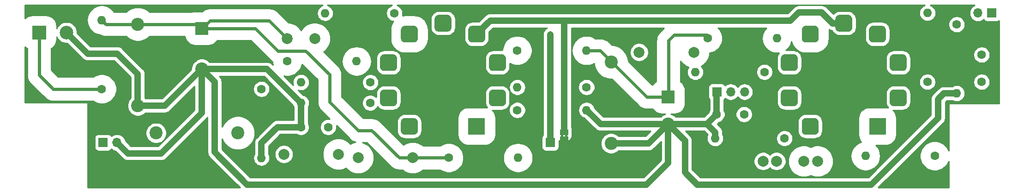
<source format=gbl>
G04 #@! TF.GenerationSoftware,KiCad,Pcbnew,5.1.4+dfsg1-1*
G04 #@! TF.CreationDate,2019-10-02T13:31:48+02:00*
G04 #@! TF.ProjectId,fat_bastard_lead,6661745f-6261-4737-9461-72645f6c6561,rev?*
G04 #@! TF.SameCoordinates,Original*
G04 #@! TF.FileFunction,Copper,L2,Bot*
G04 #@! TF.FilePolarity,Positive*
%FSLAX46Y46*%
G04 Gerber Fmt 4.6, Leading zero omitted, Abs format (unit mm)*
G04 Created by KiCad (PCBNEW 5.1.4+dfsg1-1) date 2019-10-02 13:31:48*
%MOMM*%
%LPD*%
G04 APERTURE LIST*
%ADD10C,2.000000*%
%ADD11C,0.100000*%
%ADD12C,3.100000*%
%ADD13R,3.100000X3.100000*%
%ADD14R,1.700000X1.700000*%
%ADD15O,1.700000X1.700000*%
%ADD16C,1.600000*%
%ADD17O,1.600000X1.600000*%
%ADD18C,2.500000*%
%ADD19R,2.500000X2.500000*%
%ADD20C,2.400000*%
%ADD21R,2.400000X2.400000*%
%ADD22C,1.000000*%
%ADD23R,1.500000X1.000000*%
%ADD24C,0.800000*%
%ADD25C,1.200000*%
%ADD26C,0.600000*%
%ADD27C,0.254000*%
G04 APERTURE END LIST*
D10*
X113788200Y-66827400D03*
X108788200Y-66827400D03*
D11*
G36*
X205510963Y-81453732D02*
G01*
X205586195Y-81464891D01*
X205659971Y-81483371D01*
X205731580Y-81508993D01*
X205800332Y-81541511D01*
X205865567Y-81580611D01*
X205926655Y-81625917D01*
X205983008Y-81676992D01*
X206034083Y-81733345D01*
X206079389Y-81794433D01*
X206118489Y-81859668D01*
X206151007Y-81928420D01*
X206176629Y-82000029D01*
X206195109Y-82073805D01*
X206206268Y-82149037D01*
X206210000Y-82225000D01*
X206210000Y-83775000D01*
X206206268Y-83850963D01*
X206195109Y-83926195D01*
X206176629Y-83999971D01*
X206151007Y-84071580D01*
X206118489Y-84140332D01*
X206079389Y-84205567D01*
X206034083Y-84266655D01*
X205983008Y-84323008D01*
X205926655Y-84374083D01*
X205865567Y-84419389D01*
X205800332Y-84458489D01*
X205731580Y-84491007D01*
X205659971Y-84516629D01*
X205586195Y-84535109D01*
X205510963Y-84546268D01*
X205435000Y-84550000D01*
X203885000Y-84550000D01*
X203809037Y-84546268D01*
X203733805Y-84535109D01*
X203660029Y-84516629D01*
X203588420Y-84491007D01*
X203519668Y-84458489D01*
X203454433Y-84419389D01*
X203393345Y-84374083D01*
X203336992Y-84323008D01*
X203285917Y-84266655D01*
X203240611Y-84205567D01*
X203201511Y-84140332D01*
X203168993Y-84071580D01*
X203143371Y-83999971D01*
X203124891Y-83926195D01*
X203113732Y-83850963D01*
X203110000Y-83775000D01*
X203110000Y-82225000D01*
X203113732Y-82149037D01*
X203124891Y-82073805D01*
X203143371Y-82000029D01*
X203168993Y-81928420D01*
X203201511Y-81859668D01*
X203240611Y-81794433D01*
X203285917Y-81733345D01*
X203336992Y-81676992D01*
X203393345Y-81625917D01*
X203454433Y-81580611D01*
X203519668Y-81541511D01*
X203588420Y-81508993D01*
X203660029Y-81483371D01*
X203733805Y-81464891D01*
X203809037Y-81453732D01*
X203885000Y-81450000D01*
X205435000Y-81450000D01*
X205510963Y-81453732D01*
X205510963Y-81453732D01*
G37*
D12*
X204660000Y-83000000D03*
D11*
G36*
X201690963Y-76203732D02*
G01*
X201766195Y-76214891D01*
X201839971Y-76233371D01*
X201911580Y-76258993D01*
X201980332Y-76291511D01*
X202045567Y-76330611D01*
X202106655Y-76375917D01*
X202163008Y-76426992D01*
X202214083Y-76483345D01*
X202259389Y-76544433D01*
X202298489Y-76609668D01*
X202331007Y-76678420D01*
X202356629Y-76750029D01*
X202375109Y-76823805D01*
X202386268Y-76899037D01*
X202390000Y-76975000D01*
X202390000Y-78525000D01*
X202386268Y-78600963D01*
X202375109Y-78676195D01*
X202356629Y-78749971D01*
X202331007Y-78821580D01*
X202298489Y-78890332D01*
X202259389Y-78955567D01*
X202214083Y-79016655D01*
X202163008Y-79073008D01*
X202106655Y-79124083D01*
X202045567Y-79169389D01*
X201980332Y-79208489D01*
X201911580Y-79241007D01*
X201839971Y-79266629D01*
X201766195Y-79285109D01*
X201690963Y-79296268D01*
X201615000Y-79300000D01*
X200065000Y-79300000D01*
X199989037Y-79296268D01*
X199913805Y-79285109D01*
X199840029Y-79266629D01*
X199768420Y-79241007D01*
X199699668Y-79208489D01*
X199634433Y-79169389D01*
X199573345Y-79124083D01*
X199516992Y-79073008D01*
X199465917Y-79016655D01*
X199420611Y-78955567D01*
X199381511Y-78890332D01*
X199348993Y-78821580D01*
X199323371Y-78749971D01*
X199304891Y-78676195D01*
X199293732Y-78600963D01*
X199290000Y-78525000D01*
X199290000Y-76975000D01*
X199293732Y-76899037D01*
X199304891Y-76823805D01*
X199323371Y-76750029D01*
X199348993Y-76678420D01*
X199381511Y-76609668D01*
X199420611Y-76544433D01*
X199465917Y-76483345D01*
X199516992Y-76426992D01*
X199573345Y-76375917D01*
X199634433Y-76330611D01*
X199699668Y-76291511D01*
X199768420Y-76258993D01*
X199840029Y-76233371D01*
X199913805Y-76214891D01*
X199989037Y-76203732D01*
X200065000Y-76200000D01*
X201615000Y-76200000D01*
X201690963Y-76203732D01*
X201690963Y-76203732D01*
G37*
D12*
X200840000Y-77750000D03*
D11*
G36*
X201690963Y-69713732D02*
G01*
X201766195Y-69724891D01*
X201839971Y-69743371D01*
X201911580Y-69768993D01*
X201980332Y-69801511D01*
X202045567Y-69840611D01*
X202106655Y-69885917D01*
X202163008Y-69936992D01*
X202214083Y-69993345D01*
X202259389Y-70054433D01*
X202298489Y-70119668D01*
X202331007Y-70188420D01*
X202356629Y-70260029D01*
X202375109Y-70333805D01*
X202386268Y-70409037D01*
X202390000Y-70485000D01*
X202390000Y-72035000D01*
X202386268Y-72110963D01*
X202375109Y-72186195D01*
X202356629Y-72259971D01*
X202331007Y-72331580D01*
X202298489Y-72400332D01*
X202259389Y-72465567D01*
X202214083Y-72526655D01*
X202163008Y-72583008D01*
X202106655Y-72634083D01*
X202045567Y-72679389D01*
X201980332Y-72718489D01*
X201911580Y-72751007D01*
X201839971Y-72776629D01*
X201766195Y-72795109D01*
X201690963Y-72806268D01*
X201615000Y-72810000D01*
X200065000Y-72810000D01*
X199989037Y-72806268D01*
X199913805Y-72795109D01*
X199840029Y-72776629D01*
X199768420Y-72751007D01*
X199699668Y-72718489D01*
X199634433Y-72679389D01*
X199573345Y-72634083D01*
X199516992Y-72583008D01*
X199465917Y-72526655D01*
X199420611Y-72465567D01*
X199381511Y-72400332D01*
X199348993Y-72331580D01*
X199323371Y-72259971D01*
X199304891Y-72186195D01*
X199293732Y-72110963D01*
X199290000Y-72035000D01*
X199290000Y-70485000D01*
X199293732Y-70409037D01*
X199304891Y-70333805D01*
X199323371Y-70260029D01*
X199348993Y-70188420D01*
X199381511Y-70119668D01*
X199420611Y-70054433D01*
X199465917Y-69993345D01*
X199516992Y-69936992D01*
X199573345Y-69885917D01*
X199634433Y-69840611D01*
X199699668Y-69801511D01*
X199768420Y-69768993D01*
X199840029Y-69743371D01*
X199913805Y-69724891D01*
X199989037Y-69713732D01*
X200065000Y-69710000D01*
X201615000Y-69710000D01*
X201690963Y-69713732D01*
X201690963Y-69713732D01*
G37*
D12*
X200840000Y-71260000D03*
D11*
G36*
X205510963Y-64463732D02*
G01*
X205586195Y-64474891D01*
X205659971Y-64493371D01*
X205731580Y-64518993D01*
X205800332Y-64551511D01*
X205865567Y-64590611D01*
X205926655Y-64635917D01*
X205983008Y-64686992D01*
X206034083Y-64743345D01*
X206079389Y-64804433D01*
X206118489Y-64869668D01*
X206151007Y-64938420D01*
X206176629Y-65010029D01*
X206195109Y-65083805D01*
X206206268Y-65159037D01*
X206210000Y-65235000D01*
X206210000Y-66785000D01*
X206206268Y-66860963D01*
X206195109Y-66936195D01*
X206176629Y-67009971D01*
X206151007Y-67081580D01*
X206118489Y-67150332D01*
X206079389Y-67215567D01*
X206034083Y-67276655D01*
X205983008Y-67333008D01*
X205926655Y-67384083D01*
X205865567Y-67429389D01*
X205800332Y-67468489D01*
X205731580Y-67501007D01*
X205659971Y-67526629D01*
X205586195Y-67545109D01*
X205510963Y-67556268D01*
X205435000Y-67560000D01*
X203885000Y-67560000D01*
X203809037Y-67556268D01*
X203733805Y-67545109D01*
X203660029Y-67526629D01*
X203588420Y-67501007D01*
X203519668Y-67468489D01*
X203454433Y-67429389D01*
X203393345Y-67384083D01*
X203336992Y-67333008D01*
X203285917Y-67276655D01*
X203240611Y-67215567D01*
X203201511Y-67150332D01*
X203168993Y-67081580D01*
X203143371Y-67009971D01*
X203124891Y-66936195D01*
X203113732Y-66860963D01*
X203110000Y-66785000D01*
X203110000Y-65235000D01*
X203113732Y-65159037D01*
X203124891Y-65083805D01*
X203143371Y-65010029D01*
X203168993Y-64938420D01*
X203201511Y-64869668D01*
X203240611Y-64804433D01*
X203285917Y-64743345D01*
X203336992Y-64686992D01*
X203393345Y-64635917D01*
X203454433Y-64590611D01*
X203519668Y-64551511D01*
X203588420Y-64518993D01*
X203660029Y-64493371D01*
X203733805Y-64474891D01*
X203809037Y-64463732D01*
X203885000Y-64460000D01*
X205435000Y-64460000D01*
X205510963Y-64463732D01*
X205510963Y-64463732D01*
G37*
D12*
X204660000Y-66010000D03*
D11*
G36*
X211680963Y-62463732D02*
G01*
X211756195Y-62474891D01*
X211829971Y-62493371D01*
X211901580Y-62518993D01*
X211970332Y-62551511D01*
X212035567Y-62590611D01*
X212096655Y-62635917D01*
X212153008Y-62686992D01*
X212204083Y-62743345D01*
X212249389Y-62804433D01*
X212288489Y-62869668D01*
X212321007Y-62938420D01*
X212346629Y-63010029D01*
X212365109Y-63083805D01*
X212376268Y-63159037D01*
X212380000Y-63235000D01*
X212380000Y-64785000D01*
X212376268Y-64860963D01*
X212365109Y-64936195D01*
X212346629Y-65009971D01*
X212321007Y-65081580D01*
X212288489Y-65150332D01*
X212249389Y-65215567D01*
X212204083Y-65276655D01*
X212153008Y-65333008D01*
X212096655Y-65384083D01*
X212035567Y-65429389D01*
X211970332Y-65468489D01*
X211901580Y-65501007D01*
X211829971Y-65526629D01*
X211756195Y-65545109D01*
X211680963Y-65556268D01*
X211605000Y-65560000D01*
X210055000Y-65560000D01*
X209979037Y-65556268D01*
X209903805Y-65545109D01*
X209830029Y-65526629D01*
X209758420Y-65501007D01*
X209689668Y-65468489D01*
X209624433Y-65429389D01*
X209563345Y-65384083D01*
X209506992Y-65333008D01*
X209455917Y-65276655D01*
X209410611Y-65215567D01*
X209371511Y-65150332D01*
X209338993Y-65081580D01*
X209313371Y-65009971D01*
X209294891Y-64936195D01*
X209283732Y-64860963D01*
X209280000Y-64785000D01*
X209280000Y-63235000D01*
X209283732Y-63159037D01*
X209294891Y-63083805D01*
X209313371Y-63010029D01*
X209338993Y-62938420D01*
X209371511Y-62869668D01*
X209410611Y-62804433D01*
X209455917Y-62743345D01*
X209506992Y-62686992D01*
X209563345Y-62635917D01*
X209624433Y-62590611D01*
X209689668Y-62551511D01*
X209758420Y-62518993D01*
X209830029Y-62493371D01*
X209903805Y-62474891D01*
X209979037Y-62463732D01*
X210055000Y-62460000D01*
X211605000Y-62460000D01*
X211680963Y-62463732D01*
X211680963Y-62463732D01*
G37*
D12*
X210830000Y-64010000D03*
D11*
G36*
X217850963Y-64463732D02*
G01*
X217926195Y-64474891D01*
X217999971Y-64493371D01*
X218071580Y-64518993D01*
X218140332Y-64551511D01*
X218205567Y-64590611D01*
X218266655Y-64635917D01*
X218323008Y-64686992D01*
X218374083Y-64743345D01*
X218419389Y-64804433D01*
X218458489Y-64869668D01*
X218491007Y-64938420D01*
X218516629Y-65010029D01*
X218535109Y-65083805D01*
X218546268Y-65159037D01*
X218550000Y-65235000D01*
X218550000Y-66785000D01*
X218546268Y-66860963D01*
X218535109Y-66936195D01*
X218516629Y-67009971D01*
X218491007Y-67081580D01*
X218458489Y-67150332D01*
X218419389Y-67215567D01*
X218374083Y-67276655D01*
X218323008Y-67333008D01*
X218266655Y-67384083D01*
X218205567Y-67429389D01*
X218140332Y-67468489D01*
X218071580Y-67501007D01*
X217999971Y-67526629D01*
X217926195Y-67545109D01*
X217850963Y-67556268D01*
X217775000Y-67560000D01*
X216225000Y-67560000D01*
X216149037Y-67556268D01*
X216073805Y-67545109D01*
X216000029Y-67526629D01*
X215928420Y-67501007D01*
X215859668Y-67468489D01*
X215794433Y-67429389D01*
X215733345Y-67384083D01*
X215676992Y-67333008D01*
X215625917Y-67276655D01*
X215580611Y-67215567D01*
X215541511Y-67150332D01*
X215508993Y-67081580D01*
X215483371Y-67009971D01*
X215464891Y-66936195D01*
X215453732Y-66860963D01*
X215450000Y-66785000D01*
X215450000Y-65235000D01*
X215453732Y-65159037D01*
X215464891Y-65083805D01*
X215483371Y-65010029D01*
X215508993Y-64938420D01*
X215541511Y-64869668D01*
X215580611Y-64804433D01*
X215625917Y-64743345D01*
X215676992Y-64686992D01*
X215733345Y-64635917D01*
X215794433Y-64590611D01*
X215859668Y-64551511D01*
X215928420Y-64518993D01*
X216000029Y-64493371D01*
X216073805Y-64474891D01*
X216149037Y-64463732D01*
X216225000Y-64460000D01*
X217775000Y-64460000D01*
X217850963Y-64463732D01*
X217850963Y-64463732D01*
G37*
D12*
X217000000Y-66010000D03*
D11*
G36*
X221660963Y-69713732D02*
G01*
X221736195Y-69724891D01*
X221809971Y-69743371D01*
X221881580Y-69768993D01*
X221950332Y-69801511D01*
X222015567Y-69840611D01*
X222076655Y-69885917D01*
X222133008Y-69936992D01*
X222184083Y-69993345D01*
X222229389Y-70054433D01*
X222268489Y-70119668D01*
X222301007Y-70188420D01*
X222326629Y-70260029D01*
X222345109Y-70333805D01*
X222356268Y-70409037D01*
X222360000Y-70485000D01*
X222360000Y-72035000D01*
X222356268Y-72110963D01*
X222345109Y-72186195D01*
X222326629Y-72259971D01*
X222301007Y-72331580D01*
X222268489Y-72400332D01*
X222229389Y-72465567D01*
X222184083Y-72526655D01*
X222133008Y-72583008D01*
X222076655Y-72634083D01*
X222015567Y-72679389D01*
X221950332Y-72718489D01*
X221881580Y-72751007D01*
X221809971Y-72776629D01*
X221736195Y-72795109D01*
X221660963Y-72806268D01*
X221585000Y-72810000D01*
X220035000Y-72810000D01*
X219959037Y-72806268D01*
X219883805Y-72795109D01*
X219810029Y-72776629D01*
X219738420Y-72751007D01*
X219669668Y-72718489D01*
X219604433Y-72679389D01*
X219543345Y-72634083D01*
X219486992Y-72583008D01*
X219435917Y-72526655D01*
X219390611Y-72465567D01*
X219351511Y-72400332D01*
X219318993Y-72331580D01*
X219293371Y-72259971D01*
X219274891Y-72186195D01*
X219263732Y-72110963D01*
X219260000Y-72035000D01*
X219260000Y-70485000D01*
X219263732Y-70409037D01*
X219274891Y-70333805D01*
X219293371Y-70260029D01*
X219318993Y-70188420D01*
X219351511Y-70119668D01*
X219390611Y-70054433D01*
X219435917Y-69993345D01*
X219486992Y-69936992D01*
X219543345Y-69885917D01*
X219604433Y-69840611D01*
X219669668Y-69801511D01*
X219738420Y-69768993D01*
X219810029Y-69743371D01*
X219883805Y-69724891D01*
X219959037Y-69713732D01*
X220035000Y-69710000D01*
X221585000Y-69710000D01*
X221660963Y-69713732D01*
X221660963Y-69713732D01*
G37*
D12*
X220810000Y-71260000D03*
D11*
G36*
X221660963Y-76203732D02*
G01*
X221736195Y-76214891D01*
X221809971Y-76233371D01*
X221881580Y-76258993D01*
X221950332Y-76291511D01*
X222015567Y-76330611D01*
X222076655Y-76375917D01*
X222133008Y-76426992D01*
X222184083Y-76483345D01*
X222229389Y-76544433D01*
X222268489Y-76609668D01*
X222301007Y-76678420D01*
X222326629Y-76750029D01*
X222345109Y-76823805D01*
X222356268Y-76899037D01*
X222360000Y-76975000D01*
X222360000Y-78525000D01*
X222356268Y-78600963D01*
X222345109Y-78676195D01*
X222326629Y-78749971D01*
X222301007Y-78821580D01*
X222268489Y-78890332D01*
X222229389Y-78955567D01*
X222184083Y-79016655D01*
X222133008Y-79073008D01*
X222076655Y-79124083D01*
X222015567Y-79169389D01*
X221950332Y-79208489D01*
X221881580Y-79241007D01*
X221809971Y-79266629D01*
X221736195Y-79285109D01*
X221660963Y-79296268D01*
X221585000Y-79300000D01*
X220035000Y-79300000D01*
X219959037Y-79296268D01*
X219883805Y-79285109D01*
X219810029Y-79266629D01*
X219738420Y-79241007D01*
X219669668Y-79208489D01*
X219604433Y-79169389D01*
X219543345Y-79124083D01*
X219486992Y-79073008D01*
X219435917Y-79016655D01*
X219390611Y-78955567D01*
X219351511Y-78890332D01*
X219318993Y-78821580D01*
X219293371Y-78749971D01*
X219274891Y-78676195D01*
X219263732Y-78600963D01*
X219260000Y-78525000D01*
X219260000Y-76975000D01*
X219263732Y-76899037D01*
X219274891Y-76823805D01*
X219293371Y-76750029D01*
X219318993Y-76678420D01*
X219351511Y-76609668D01*
X219390611Y-76544433D01*
X219435917Y-76483345D01*
X219486992Y-76426992D01*
X219543345Y-76375917D01*
X219604433Y-76330611D01*
X219669668Y-76291511D01*
X219738420Y-76258993D01*
X219810029Y-76233371D01*
X219883805Y-76214891D01*
X219959037Y-76203732D01*
X220035000Y-76200000D01*
X221585000Y-76200000D01*
X221660963Y-76203732D01*
X221660963Y-76203732D01*
G37*
D12*
X220810000Y-77750000D03*
D13*
X217000000Y-83000000D03*
D11*
G36*
X132010963Y-81453732D02*
G01*
X132086195Y-81464891D01*
X132159971Y-81483371D01*
X132231580Y-81508993D01*
X132300332Y-81541511D01*
X132365567Y-81580611D01*
X132426655Y-81625917D01*
X132483008Y-81676992D01*
X132534083Y-81733345D01*
X132579389Y-81794433D01*
X132618489Y-81859668D01*
X132651007Y-81928420D01*
X132676629Y-82000029D01*
X132695109Y-82073805D01*
X132706268Y-82149037D01*
X132710000Y-82225000D01*
X132710000Y-83775000D01*
X132706268Y-83850963D01*
X132695109Y-83926195D01*
X132676629Y-83999971D01*
X132651007Y-84071580D01*
X132618489Y-84140332D01*
X132579389Y-84205567D01*
X132534083Y-84266655D01*
X132483008Y-84323008D01*
X132426655Y-84374083D01*
X132365567Y-84419389D01*
X132300332Y-84458489D01*
X132231580Y-84491007D01*
X132159971Y-84516629D01*
X132086195Y-84535109D01*
X132010963Y-84546268D01*
X131935000Y-84550000D01*
X130385000Y-84550000D01*
X130309037Y-84546268D01*
X130233805Y-84535109D01*
X130160029Y-84516629D01*
X130088420Y-84491007D01*
X130019668Y-84458489D01*
X129954433Y-84419389D01*
X129893345Y-84374083D01*
X129836992Y-84323008D01*
X129785917Y-84266655D01*
X129740611Y-84205567D01*
X129701511Y-84140332D01*
X129668993Y-84071580D01*
X129643371Y-83999971D01*
X129624891Y-83926195D01*
X129613732Y-83850963D01*
X129610000Y-83775000D01*
X129610000Y-82225000D01*
X129613732Y-82149037D01*
X129624891Y-82073805D01*
X129643371Y-82000029D01*
X129668993Y-81928420D01*
X129701511Y-81859668D01*
X129740611Y-81794433D01*
X129785917Y-81733345D01*
X129836992Y-81676992D01*
X129893345Y-81625917D01*
X129954433Y-81580611D01*
X130019668Y-81541511D01*
X130088420Y-81508993D01*
X130160029Y-81483371D01*
X130233805Y-81464891D01*
X130309037Y-81453732D01*
X130385000Y-81450000D01*
X131935000Y-81450000D01*
X132010963Y-81453732D01*
X132010963Y-81453732D01*
G37*
D12*
X131160000Y-83000000D03*
D11*
G36*
X128190963Y-76203732D02*
G01*
X128266195Y-76214891D01*
X128339971Y-76233371D01*
X128411580Y-76258993D01*
X128480332Y-76291511D01*
X128545567Y-76330611D01*
X128606655Y-76375917D01*
X128663008Y-76426992D01*
X128714083Y-76483345D01*
X128759389Y-76544433D01*
X128798489Y-76609668D01*
X128831007Y-76678420D01*
X128856629Y-76750029D01*
X128875109Y-76823805D01*
X128886268Y-76899037D01*
X128890000Y-76975000D01*
X128890000Y-78525000D01*
X128886268Y-78600963D01*
X128875109Y-78676195D01*
X128856629Y-78749971D01*
X128831007Y-78821580D01*
X128798489Y-78890332D01*
X128759389Y-78955567D01*
X128714083Y-79016655D01*
X128663008Y-79073008D01*
X128606655Y-79124083D01*
X128545567Y-79169389D01*
X128480332Y-79208489D01*
X128411580Y-79241007D01*
X128339971Y-79266629D01*
X128266195Y-79285109D01*
X128190963Y-79296268D01*
X128115000Y-79300000D01*
X126565000Y-79300000D01*
X126489037Y-79296268D01*
X126413805Y-79285109D01*
X126340029Y-79266629D01*
X126268420Y-79241007D01*
X126199668Y-79208489D01*
X126134433Y-79169389D01*
X126073345Y-79124083D01*
X126016992Y-79073008D01*
X125965917Y-79016655D01*
X125920611Y-78955567D01*
X125881511Y-78890332D01*
X125848993Y-78821580D01*
X125823371Y-78749971D01*
X125804891Y-78676195D01*
X125793732Y-78600963D01*
X125790000Y-78525000D01*
X125790000Y-76975000D01*
X125793732Y-76899037D01*
X125804891Y-76823805D01*
X125823371Y-76750029D01*
X125848993Y-76678420D01*
X125881511Y-76609668D01*
X125920611Y-76544433D01*
X125965917Y-76483345D01*
X126016992Y-76426992D01*
X126073345Y-76375917D01*
X126134433Y-76330611D01*
X126199668Y-76291511D01*
X126268420Y-76258993D01*
X126340029Y-76233371D01*
X126413805Y-76214891D01*
X126489037Y-76203732D01*
X126565000Y-76200000D01*
X128115000Y-76200000D01*
X128190963Y-76203732D01*
X128190963Y-76203732D01*
G37*
D12*
X127340000Y-77750000D03*
D11*
G36*
X128190963Y-69713732D02*
G01*
X128266195Y-69724891D01*
X128339971Y-69743371D01*
X128411580Y-69768993D01*
X128480332Y-69801511D01*
X128545567Y-69840611D01*
X128606655Y-69885917D01*
X128663008Y-69936992D01*
X128714083Y-69993345D01*
X128759389Y-70054433D01*
X128798489Y-70119668D01*
X128831007Y-70188420D01*
X128856629Y-70260029D01*
X128875109Y-70333805D01*
X128886268Y-70409037D01*
X128890000Y-70485000D01*
X128890000Y-72035000D01*
X128886268Y-72110963D01*
X128875109Y-72186195D01*
X128856629Y-72259971D01*
X128831007Y-72331580D01*
X128798489Y-72400332D01*
X128759389Y-72465567D01*
X128714083Y-72526655D01*
X128663008Y-72583008D01*
X128606655Y-72634083D01*
X128545567Y-72679389D01*
X128480332Y-72718489D01*
X128411580Y-72751007D01*
X128339971Y-72776629D01*
X128266195Y-72795109D01*
X128190963Y-72806268D01*
X128115000Y-72810000D01*
X126565000Y-72810000D01*
X126489037Y-72806268D01*
X126413805Y-72795109D01*
X126340029Y-72776629D01*
X126268420Y-72751007D01*
X126199668Y-72718489D01*
X126134433Y-72679389D01*
X126073345Y-72634083D01*
X126016992Y-72583008D01*
X125965917Y-72526655D01*
X125920611Y-72465567D01*
X125881511Y-72400332D01*
X125848993Y-72331580D01*
X125823371Y-72259971D01*
X125804891Y-72186195D01*
X125793732Y-72110963D01*
X125790000Y-72035000D01*
X125790000Y-70485000D01*
X125793732Y-70409037D01*
X125804891Y-70333805D01*
X125823371Y-70260029D01*
X125848993Y-70188420D01*
X125881511Y-70119668D01*
X125920611Y-70054433D01*
X125965917Y-69993345D01*
X126016992Y-69936992D01*
X126073345Y-69885917D01*
X126134433Y-69840611D01*
X126199668Y-69801511D01*
X126268420Y-69768993D01*
X126340029Y-69743371D01*
X126413805Y-69724891D01*
X126489037Y-69713732D01*
X126565000Y-69710000D01*
X128115000Y-69710000D01*
X128190963Y-69713732D01*
X128190963Y-69713732D01*
G37*
D12*
X127340000Y-71260000D03*
D11*
G36*
X132010963Y-64463732D02*
G01*
X132086195Y-64474891D01*
X132159971Y-64493371D01*
X132231580Y-64518993D01*
X132300332Y-64551511D01*
X132365567Y-64590611D01*
X132426655Y-64635917D01*
X132483008Y-64686992D01*
X132534083Y-64743345D01*
X132579389Y-64804433D01*
X132618489Y-64869668D01*
X132651007Y-64938420D01*
X132676629Y-65010029D01*
X132695109Y-65083805D01*
X132706268Y-65159037D01*
X132710000Y-65235000D01*
X132710000Y-66785000D01*
X132706268Y-66860963D01*
X132695109Y-66936195D01*
X132676629Y-67009971D01*
X132651007Y-67081580D01*
X132618489Y-67150332D01*
X132579389Y-67215567D01*
X132534083Y-67276655D01*
X132483008Y-67333008D01*
X132426655Y-67384083D01*
X132365567Y-67429389D01*
X132300332Y-67468489D01*
X132231580Y-67501007D01*
X132159971Y-67526629D01*
X132086195Y-67545109D01*
X132010963Y-67556268D01*
X131935000Y-67560000D01*
X130385000Y-67560000D01*
X130309037Y-67556268D01*
X130233805Y-67545109D01*
X130160029Y-67526629D01*
X130088420Y-67501007D01*
X130019668Y-67468489D01*
X129954433Y-67429389D01*
X129893345Y-67384083D01*
X129836992Y-67333008D01*
X129785917Y-67276655D01*
X129740611Y-67215567D01*
X129701511Y-67150332D01*
X129668993Y-67081580D01*
X129643371Y-67009971D01*
X129624891Y-66936195D01*
X129613732Y-66860963D01*
X129610000Y-66785000D01*
X129610000Y-65235000D01*
X129613732Y-65159037D01*
X129624891Y-65083805D01*
X129643371Y-65010029D01*
X129668993Y-64938420D01*
X129701511Y-64869668D01*
X129740611Y-64804433D01*
X129785917Y-64743345D01*
X129836992Y-64686992D01*
X129893345Y-64635917D01*
X129954433Y-64590611D01*
X130019668Y-64551511D01*
X130088420Y-64518993D01*
X130160029Y-64493371D01*
X130233805Y-64474891D01*
X130309037Y-64463732D01*
X130385000Y-64460000D01*
X131935000Y-64460000D01*
X132010963Y-64463732D01*
X132010963Y-64463732D01*
G37*
D12*
X131160000Y-66010000D03*
D11*
G36*
X138180963Y-62463732D02*
G01*
X138256195Y-62474891D01*
X138329971Y-62493371D01*
X138401580Y-62518993D01*
X138470332Y-62551511D01*
X138535567Y-62590611D01*
X138596655Y-62635917D01*
X138653008Y-62686992D01*
X138704083Y-62743345D01*
X138749389Y-62804433D01*
X138788489Y-62869668D01*
X138821007Y-62938420D01*
X138846629Y-63010029D01*
X138865109Y-63083805D01*
X138876268Y-63159037D01*
X138880000Y-63235000D01*
X138880000Y-64785000D01*
X138876268Y-64860963D01*
X138865109Y-64936195D01*
X138846629Y-65009971D01*
X138821007Y-65081580D01*
X138788489Y-65150332D01*
X138749389Y-65215567D01*
X138704083Y-65276655D01*
X138653008Y-65333008D01*
X138596655Y-65384083D01*
X138535567Y-65429389D01*
X138470332Y-65468489D01*
X138401580Y-65501007D01*
X138329971Y-65526629D01*
X138256195Y-65545109D01*
X138180963Y-65556268D01*
X138105000Y-65560000D01*
X136555000Y-65560000D01*
X136479037Y-65556268D01*
X136403805Y-65545109D01*
X136330029Y-65526629D01*
X136258420Y-65501007D01*
X136189668Y-65468489D01*
X136124433Y-65429389D01*
X136063345Y-65384083D01*
X136006992Y-65333008D01*
X135955917Y-65276655D01*
X135910611Y-65215567D01*
X135871511Y-65150332D01*
X135838993Y-65081580D01*
X135813371Y-65009971D01*
X135794891Y-64936195D01*
X135783732Y-64860963D01*
X135780000Y-64785000D01*
X135780000Y-63235000D01*
X135783732Y-63159037D01*
X135794891Y-63083805D01*
X135813371Y-63010029D01*
X135838993Y-62938420D01*
X135871511Y-62869668D01*
X135910611Y-62804433D01*
X135955917Y-62743345D01*
X136006992Y-62686992D01*
X136063345Y-62635917D01*
X136124433Y-62590611D01*
X136189668Y-62551511D01*
X136258420Y-62518993D01*
X136330029Y-62493371D01*
X136403805Y-62474891D01*
X136479037Y-62463732D01*
X136555000Y-62460000D01*
X138105000Y-62460000D01*
X138180963Y-62463732D01*
X138180963Y-62463732D01*
G37*
D12*
X137330000Y-64010000D03*
D11*
G36*
X144350963Y-64463732D02*
G01*
X144426195Y-64474891D01*
X144499971Y-64493371D01*
X144571580Y-64518993D01*
X144640332Y-64551511D01*
X144705567Y-64590611D01*
X144766655Y-64635917D01*
X144823008Y-64686992D01*
X144874083Y-64743345D01*
X144919389Y-64804433D01*
X144958489Y-64869668D01*
X144991007Y-64938420D01*
X145016629Y-65010029D01*
X145035109Y-65083805D01*
X145046268Y-65159037D01*
X145050000Y-65235000D01*
X145050000Y-66785000D01*
X145046268Y-66860963D01*
X145035109Y-66936195D01*
X145016629Y-67009971D01*
X144991007Y-67081580D01*
X144958489Y-67150332D01*
X144919389Y-67215567D01*
X144874083Y-67276655D01*
X144823008Y-67333008D01*
X144766655Y-67384083D01*
X144705567Y-67429389D01*
X144640332Y-67468489D01*
X144571580Y-67501007D01*
X144499971Y-67526629D01*
X144426195Y-67545109D01*
X144350963Y-67556268D01*
X144275000Y-67560000D01*
X142725000Y-67560000D01*
X142649037Y-67556268D01*
X142573805Y-67545109D01*
X142500029Y-67526629D01*
X142428420Y-67501007D01*
X142359668Y-67468489D01*
X142294433Y-67429389D01*
X142233345Y-67384083D01*
X142176992Y-67333008D01*
X142125917Y-67276655D01*
X142080611Y-67215567D01*
X142041511Y-67150332D01*
X142008993Y-67081580D01*
X141983371Y-67009971D01*
X141964891Y-66936195D01*
X141953732Y-66860963D01*
X141950000Y-66785000D01*
X141950000Y-65235000D01*
X141953732Y-65159037D01*
X141964891Y-65083805D01*
X141983371Y-65010029D01*
X142008993Y-64938420D01*
X142041511Y-64869668D01*
X142080611Y-64804433D01*
X142125917Y-64743345D01*
X142176992Y-64686992D01*
X142233345Y-64635917D01*
X142294433Y-64590611D01*
X142359668Y-64551511D01*
X142428420Y-64518993D01*
X142500029Y-64493371D01*
X142573805Y-64474891D01*
X142649037Y-64463732D01*
X142725000Y-64460000D01*
X144275000Y-64460000D01*
X144350963Y-64463732D01*
X144350963Y-64463732D01*
G37*
D12*
X143500000Y-66010000D03*
D11*
G36*
X148160963Y-69713732D02*
G01*
X148236195Y-69724891D01*
X148309971Y-69743371D01*
X148381580Y-69768993D01*
X148450332Y-69801511D01*
X148515567Y-69840611D01*
X148576655Y-69885917D01*
X148633008Y-69936992D01*
X148684083Y-69993345D01*
X148729389Y-70054433D01*
X148768489Y-70119668D01*
X148801007Y-70188420D01*
X148826629Y-70260029D01*
X148845109Y-70333805D01*
X148856268Y-70409037D01*
X148860000Y-70485000D01*
X148860000Y-72035000D01*
X148856268Y-72110963D01*
X148845109Y-72186195D01*
X148826629Y-72259971D01*
X148801007Y-72331580D01*
X148768489Y-72400332D01*
X148729389Y-72465567D01*
X148684083Y-72526655D01*
X148633008Y-72583008D01*
X148576655Y-72634083D01*
X148515567Y-72679389D01*
X148450332Y-72718489D01*
X148381580Y-72751007D01*
X148309971Y-72776629D01*
X148236195Y-72795109D01*
X148160963Y-72806268D01*
X148085000Y-72810000D01*
X146535000Y-72810000D01*
X146459037Y-72806268D01*
X146383805Y-72795109D01*
X146310029Y-72776629D01*
X146238420Y-72751007D01*
X146169668Y-72718489D01*
X146104433Y-72679389D01*
X146043345Y-72634083D01*
X145986992Y-72583008D01*
X145935917Y-72526655D01*
X145890611Y-72465567D01*
X145851511Y-72400332D01*
X145818993Y-72331580D01*
X145793371Y-72259971D01*
X145774891Y-72186195D01*
X145763732Y-72110963D01*
X145760000Y-72035000D01*
X145760000Y-70485000D01*
X145763732Y-70409037D01*
X145774891Y-70333805D01*
X145793371Y-70260029D01*
X145818993Y-70188420D01*
X145851511Y-70119668D01*
X145890611Y-70054433D01*
X145935917Y-69993345D01*
X145986992Y-69936992D01*
X146043345Y-69885917D01*
X146104433Y-69840611D01*
X146169668Y-69801511D01*
X146238420Y-69768993D01*
X146310029Y-69743371D01*
X146383805Y-69724891D01*
X146459037Y-69713732D01*
X146535000Y-69710000D01*
X148085000Y-69710000D01*
X148160963Y-69713732D01*
X148160963Y-69713732D01*
G37*
D12*
X147310000Y-71260000D03*
D11*
G36*
X148160963Y-76203732D02*
G01*
X148236195Y-76214891D01*
X148309971Y-76233371D01*
X148381580Y-76258993D01*
X148450332Y-76291511D01*
X148515567Y-76330611D01*
X148576655Y-76375917D01*
X148633008Y-76426992D01*
X148684083Y-76483345D01*
X148729389Y-76544433D01*
X148768489Y-76609668D01*
X148801007Y-76678420D01*
X148826629Y-76750029D01*
X148845109Y-76823805D01*
X148856268Y-76899037D01*
X148860000Y-76975000D01*
X148860000Y-78525000D01*
X148856268Y-78600963D01*
X148845109Y-78676195D01*
X148826629Y-78749971D01*
X148801007Y-78821580D01*
X148768489Y-78890332D01*
X148729389Y-78955567D01*
X148684083Y-79016655D01*
X148633008Y-79073008D01*
X148576655Y-79124083D01*
X148515567Y-79169389D01*
X148450332Y-79208489D01*
X148381580Y-79241007D01*
X148309971Y-79266629D01*
X148236195Y-79285109D01*
X148160963Y-79296268D01*
X148085000Y-79300000D01*
X146535000Y-79300000D01*
X146459037Y-79296268D01*
X146383805Y-79285109D01*
X146310029Y-79266629D01*
X146238420Y-79241007D01*
X146169668Y-79208489D01*
X146104433Y-79169389D01*
X146043345Y-79124083D01*
X145986992Y-79073008D01*
X145935917Y-79016655D01*
X145890611Y-78955567D01*
X145851511Y-78890332D01*
X145818993Y-78821580D01*
X145793371Y-78749971D01*
X145774891Y-78676195D01*
X145763732Y-78600963D01*
X145760000Y-78525000D01*
X145760000Y-76975000D01*
X145763732Y-76899037D01*
X145774891Y-76823805D01*
X145793371Y-76750029D01*
X145818993Y-76678420D01*
X145851511Y-76609668D01*
X145890611Y-76544433D01*
X145935917Y-76483345D01*
X145986992Y-76426992D01*
X146043345Y-76375917D01*
X146104433Y-76330611D01*
X146169668Y-76291511D01*
X146238420Y-76258993D01*
X146310029Y-76233371D01*
X146383805Y-76214891D01*
X146459037Y-76203732D01*
X146535000Y-76200000D01*
X148085000Y-76200000D01*
X148160963Y-76203732D01*
X148160963Y-76203732D01*
G37*
D12*
X147310000Y-77750000D03*
D13*
X143500000Y-83000000D03*
D14*
X157000000Y-86000000D03*
D15*
X159540000Y-86000000D03*
D14*
X237972600Y-62128400D03*
D15*
X235432600Y-62128400D03*
D14*
X187553600Y-76657200D03*
D15*
X190093600Y-76657200D03*
X192633600Y-76657200D03*
X77540000Y-86000000D03*
D14*
X75000000Y-86000000D03*
D16*
X226161600Y-74828400D03*
D17*
X226161600Y-62128400D03*
X231546400Y-76936600D03*
D16*
X231546400Y-64236600D03*
D17*
X214807800Y-88468200D03*
D16*
X227507800Y-88468200D03*
D17*
X183591200Y-72999600D03*
D16*
X196291200Y-72999600D03*
D17*
X187248800Y-85217000D03*
D16*
X199948800Y-85217000D03*
X185851800Y-66776600D03*
D17*
X198551800Y-66776600D03*
X150952200Y-75793600D03*
D16*
X163652200Y-75793600D03*
D17*
X163652200Y-80010000D03*
D16*
X150952200Y-80010000D03*
X128422400Y-62153800D03*
D17*
X115722400Y-62153800D03*
D16*
X138379200Y-88798400D03*
D17*
X151079200Y-88798400D03*
D16*
X104038400Y-76123800D03*
D17*
X104038400Y-88823800D03*
X111302800Y-74904600D03*
D16*
X124002800Y-74904600D03*
X123977400Y-78689200D03*
D17*
X111277400Y-78689200D03*
D16*
X108788200Y-71018400D03*
D17*
X121488200Y-71018400D03*
X163652200Y-69037200D03*
D16*
X150952200Y-69037200D03*
X74752200Y-76123800D03*
D17*
X74752200Y-63423800D03*
D18*
X68271400Y-65735200D03*
D19*
X63271400Y-65735200D03*
D16*
X236118400Y-74828400D03*
X236118400Y-69828400D03*
X187528200Y-80797400D03*
X192528200Y-80797400D03*
X116277400Y-83159600D03*
X111277400Y-83159600D03*
D10*
X183304200Y-69342000D03*
X173304200Y-69342000D03*
X108153200Y-88138000D03*
X118153200Y-88138000D03*
D20*
X84709000Y-84226400D03*
X99709000Y-84226400D03*
D21*
X178612800Y-77571600D03*
D20*
X178612800Y-82571600D03*
D21*
X93091000Y-64947800D03*
D20*
X93091000Y-72447800D03*
X168148000Y-71156800D03*
X168148000Y-86156800D03*
X81356200Y-79197200D03*
X81356200Y-64197200D03*
D22*
X159537400Y-84084400D03*
D11*
G36*
X160137400Y-84584400D02*
G01*
X160137400Y-84984400D01*
X159737400Y-84984400D01*
X159737400Y-84584400D01*
X159337400Y-84584400D01*
X159337400Y-84984400D01*
X158937400Y-84984400D01*
X158937400Y-84584400D01*
X158787400Y-84584400D01*
X158787400Y-83584400D01*
X160287400Y-83584400D01*
X160287400Y-84584400D01*
X160137400Y-84584400D01*
X160137400Y-84584400D01*
G37*
D23*
X159537400Y-85384400D03*
D10*
X198504800Y-89433400D03*
X203504800Y-89433400D03*
X131749800Y-88798400D03*
X121749800Y-88798400D03*
X206004800Y-89433400D03*
X196004800Y-89433400D03*
D24*
X156997400Y-66040000D03*
X210845400Y-75057000D03*
X188925200Y-88290400D03*
X120726200Y-66090800D03*
X138099800Y-75793600D03*
X86029800Y-91059000D03*
D25*
X81356200Y-73380600D02*
X77571600Y-69596000D01*
X72132200Y-69596000D02*
X68271400Y-65735200D01*
X77571600Y-69596000D02*
X72132200Y-69596000D01*
X87103600Y-78435200D02*
X93091000Y-72447800D01*
X79525600Y-87985600D02*
X77540000Y-86000000D01*
X85623400Y-87985600D02*
X79525600Y-87985600D01*
X93091000Y-72447800D02*
X93091000Y-80518000D01*
X93091000Y-80518000D02*
X85623400Y-87985600D01*
X164452199Y-80809999D02*
X163652200Y-80010000D01*
X179857400Y-82571600D02*
X166213800Y-82571600D01*
X166213800Y-82571600D02*
X164452199Y-80809999D01*
X184984400Y-82571600D02*
X179857400Y-82571600D01*
X187248800Y-85217000D02*
X187248800Y-84085630D01*
X185734770Y-82571600D02*
X184984400Y-82571600D01*
X187248800Y-84085630D02*
X185734770Y-82571600D01*
X186708971Y-81597399D02*
X185734770Y-82571600D01*
X187528200Y-80797400D02*
X186728201Y-81597399D01*
X186728201Y-81597399D02*
X186708971Y-81597399D01*
X187528200Y-76682600D02*
X187553600Y-76657200D01*
X187528200Y-80797400D02*
X187528200Y-76682600D01*
X104038400Y-88823800D02*
X104038400Y-86080600D01*
X106959400Y-83159600D02*
X111277400Y-83159600D01*
X104038400Y-86080600D02*
X106959400Y-83159600D01*
X111277400Y-78689200D02*
X111277400Y-83159600D01*
X105036000Y-72447800D02*
X111277400Y-78689200D01*
X93091000Y-72447800D02*
X105036000Y-72447800D01*
X81356200Y-73380600D02*
X81356200Y-79197200D01*
X86341600Y-79197200D02*
X87103600Y-78435200D01*
X81356200Y-79197200D02*
X86341600Y-79197200D01*
X95453200Y-74810000D02*
X93091000Y-72447800D01*
X101420790Y-93749990D02*
X95453200Y-87782400D01*
X174626410Y-93749990D02*
X101420790Y-93749990D01*
X178612800Y-82571600D02*
X178612800Y-89763600D01*
X95453200Y-87782400D02*
X95453200Y-74810000D01*
X178612800Y-89763600D02*
X174626410Y-93749990D01*
X181711600Y-85670400D02*
X178612800Y-82571600D01*
X181711600Y-91490800D02*
X181711600Y-85670400D01*
X229184200Y-76936600D02*
X228117400Y-78003400D01*
X231546400Y-76936600D02*
X229184200Y-76936600D01*
X228117400Y-78003400D02*
X228117400Y-81483200D01*
X228117400Y-81483200D02*
X215850610Y-93749990D01*
X215850610Y-93749990D02*
X183970790Y-93749990D01*
X183970790Y-93749990D02*
X181711600Y-91490800D01*
X175027600Y-86156800D02*
X178612800Y-82571600D01*
X168148000Y-86156800D02*
X175027600Y-86156800D01*
D26*
X81344800Y-63423800D02*
X81356200Y-63435200D01*
X93141800Y-64947800D02*
X94589600Y-63500000D01*
X93091000Y-64947800D02*
X93141800Y-64947800D01*
X105460800Y-63500000D02*
X108788200Y-66827400D01*
X94589600Y-63500000D02*
X105460800Y-63500000D01*
X92340400Y-64197200D02*
X93091000Y-64947800D01*
X81356200Y-64197200D02*
X92340400Y-64197200D01*
X75525600Y-64197200D02*
X74752200Y-63423800D01*
X81356200Y-64197200D02*
X75525600Y-64197200D01*
X131749800Y-88798400D02*
X138379200Y-88798400D01*
X121793000Y-83743800D02*
X124256800Y-83743800D01*
X129311400Y-88798400D02*
X131749800Y-88798400D01*
X124256800Y-83743800D02*
X129311400Y-88798400D01*
X102946200Y-64947800D02*
X107086400Y-69088000D01*
X93091000Y-64947800D02*
X102946200Y-64947800D01*
X107086400Y-69088000D02*
X112141000Y-69088000D01*
X116535200Y-73482200D02*
X116535200Y-78486000D01*
X112141000Y-69088000D02*
X116535200Y-73482200D01*
X116535200Y-78486000D02*
X121793000Y-83743800D01*
X166180800Y-69037200D02*
X163652200Y-69037200D01*
X185674000Y-66192400D02*
X179679600Y-66192400D01*
X178663600Y-77571600D02*
X174715200Y-77571600D01*
X186258200Y-66776600D02*
X185674000Y-66192400D01*
X178663600Y-67208400D02*
X178663600Y-77571600D01*
X179679600Y-66192400D02*
X178663600Y-67208400D01*
X174715200Y-77571600D02*
X166180800Y-69037200D01*
D25*
X157000000Y-86000000D02*
X157000000Y-66042600D01*
X157000000Y-66042600D02*
X156997400Y-66040000D01*
D26*
X74752200Y-76123800D02*
X65862200Y-76123800D01*
X63271400Y-73533000D02*
X63271400Y-65735200D01*
X65862200Y-76123800D02*
X63271400Y-73533000D01*
D25*
X145984600Y-63525400D02*
X143500000Y-66010000D01*
X202539600Y-62026800D02*
X201041000Y-63525400D01*
X206781400Y-62026800D02*
X202539600Y-62026800D01*
X210830000Y-64010000D02*
X208764600Y-64010000D01*
X208764600Y-64010000D02*
X206781400Y-62026800D01*
X159537400Y-63525400D02*
X159537400Y-83949999D01*
X201041000Y-63525400D02*
X159537400Y-63525400D01*
X159537400Y-63525400D02*
X145984600Y-63525400D01*
D27*
G36*
X115135215Y-60736210D02*
G01*
X114869940Y-60878003D01*
X114637424Y-61068824D01*
X114446603Y-61301340D01*
X114304810Y-61566615D01*
X114217495Y-61854456D01*
X114188012Y-62153800D01*
X114217495Y-62453144D01*
X114304810Y-62740985D01*
X114446603Y-63006260D01*
X114637424Y-63238776D01*
X114869940Y-63429597D01*
X115135215Y-63571390D01*
X115423056Y-63658705D01*
X115647389Y-63680800D01*
X115797411Y-63680800D01*
X116021744Y-63658705D01*
X116309585Y-63571390D01*
X116574860Y-63429597D01*
X116807376Y-63238776D01*
X116998197Y-63006260D01*
X117139990Y-62740985D01*
X117227305Y-62453144D01*
X117256788Y-62153800D01*
X117227305Y-61854456D01*
X117139990Y-61566615D01*
X116998197Y-61301340D01*
X116807376Y-61068824D01*
X116574860Y-60878003D01*
X116309585Y-60736210D01*
X116140767Y-60685000D01*
X127979408Y-60685000D01*
X127976990Y-60685481D01*
X127699094Y-60800590D01*
X127448994Y-60967701D01*
X127236301Y-61180394D01*
X127069190Y-61430494D01*
X126954081Y-61708390D01*
X126895400Y-62003404D01*
X126895400Y-62304196D01*
X126954081Y-62599210D01*
X127069190Y-62877106D01*
X127236301Y-63127206D01*
X127448994Y-63339899D01*
X127699094Y-63507010D01*
X127976990Y-63622119D01*
X128184231Y-63663341D01*
X128130617Y-63728670D01*
X127880064Y-64197422D01*
X127725774Y-64706047D01*
X127673677Y-65235000D01*
X127673677Y-66785000D01*
X127725774Y-67313953D01*
X127880064Y-67822578D01*
X128130617Y-68291330D01*
X128467805Y-68702195D01*
X128878670Y-69039383D01*
X129347422Y-69289936D01*
X129856047Y-69444226D01*
X130385000Y-69496323D01*
X131935000Y-69496323D01*
X132463953Y-69444226D01*
X132972578Y-69289936D01*
X133441330Y-69039383D01*
X133852195Y-68702195D01*
X134189383Y-68291330D01*
X134439936Y-67822578D01*
X134594226Y-67313953D01*
X134646323Y-66785000D01*
X134646323Y-65235000D01*
X134594226Y-64706047D01*
X134439936Y-64197422D01*
X134189383Y-63728670D01*
X133852195Y-63317805D01*
X133751297Y-63235000D01*
X135049483Y-63235000D01*
X135049483Y-64785000D01*
X135078411Y-65078712D01*
X135164084Y-65361136D01*
X135303208Y-65621420D01*
X135490439Y-65849561D01*
X135718580Y-66036792D01*
X135978864Y-66175916D01*
X136261288Y-66261589D01*
X136555000Y-66290517D01*
X138105000Y-66290517D01*
X138398712Y-66261589D01*
X138681136Y-66175916D01*
X138941420Y-66036792D01*
X139169561Y-65849561D01*
X139356792Y-65621420D01*
X139495916Y-65361136D01*
X139581589Y-65078712D01*
X139610517Y-64785000D01*
X139610517Y-63235000D01*
X139581589Y-62941288D01*
X139495916Y-62658864D01*
X139356792Y-62398580D01*
X139169561Y-62170439D01*
X138941420Y-61983208D01*
X138681136Y-61844084D01*
X138398712Y-61758411D01*
X138105000Y-61729483D01*
X136555000Y-61729483D01*
X136261288Y-61758411D01*
X135978864Y-61844084D01*
X135718580Y-61983208D01*
X135490439Y-62170439D01*
X135303208Y-62398580D01*
X135164084Y-62658864D01*
X135078411Y-62941288D01*
X135049483Y-63235000D01*
X133751297Y-63235000D01*
X133441330Y-62980617D01*
X132972578Y-62730064D01*
X132463953Y-62575774D01*
X131935000Y-62523677D01*
X130385000Y-62523677D01*
X129896167Y-62571823D01*
X129949400Y-62304196D01*
X129949400Y-62003404D01*
X129890719Y-61708390D01*
X129775610Y-61430494D01*
X129608499Y-61180394D01*
X129395806Y-60967701D01*
X129145706Y-60800590D01*
X128867810Y-60685481D01*
X128865392Y-60685000D01*
X225659500Y-60685000D01*
X225574415Y-60710810D01*
X225309140Y-60852603D01*
X225076624Y-61043424D01*
X224885803Y-61275940D01*
X224744010Y-61541215D01*
X224656695Y-61829056D01*
X224627212Y-62128400D01*
X224656695Y-62427744D01*
X224744010Y-62715585D01*
X224885803Y-62980860D01*
X225076624Y-63213376D01*
X225309140Y-63404197D01*
X225574415Y-63545990D01*
X225862256Y-63633305D01*
X226086589Y-63655400D01*
X226236611Y-63655400D01*
X226460944Y-63633305D01*
X226748785Y-63545990D01*
X227014060Y-63404197D01*
X227246576Y-63213376D01*
X227437397Y-62980860D01*
X227579190Y-62715585D01*
X227666505Y-62427744D01*
X227695988Y-62128400D01*
X227666505Y-61829056D01*
X227579190Y-61541215D01*
X227437397Y-61275940D01*
X227246576Y-61043424D01*
X227014060Y-60852603D01*
X226748785Y-60710810D01*
X226663700Y-60685000D01*
X234787635Y-60685000D01*
X234552227Y-60810828D01*
X234312097Y-61007897D01*
X234115028Y-61248027D01*
X233968593Y-61521988D01*
X233878418Y-61819254D01*
X233847970Y-62128400D01*
X233878418Y-62437546D01*
X233968593Y-62734812D01*
X234115028Y-63008773D01*
X234312097Y-63248903D01*
X234552227Y-63445972D01*
X234826188Y-63592407D01*
X235123454Y-63682582D01*
X235355131Y-63705400D01*
X235510069Y-63705400D01*
X235741746Y-63682582D01*
X236039012Y-63592407D01*
X236312973Y-63445972D01*
X236476468Y-63311796D01*
X236515197Y-63384253D01*
X236606046Y-63494954D01*
X236716747Y-63585803D01*
X236843043Y-63653310D01*
X236980083Y-63694880D01*
X237122600Y-63708917D01*
X238822600Y-63708917D01*
X238965117Y-63694880D01*
X239102157Y-63653310D01*
X239228453Y-63585803D01*
X239315000Y-63514776D01*
X239315001Y-78765400D01*
X230174800Y-78765400D01*
X230149830Y-78767879D01*
X230126017Y-78775143D01*
X230104079Y-78786913D01*
X230084858Y-78802737D01*
X230069094Y-78822007D01*
X230057392Y-78843981D01*
X230050202Y-78867817D01*
X230047800Y-78892597D01*
X230061176Y-87506600D01*
X229924436Y-87176481D01*
X229625999Y-86729839D01*
X229246161Y-86350001D01*
X228799519Y-86051564D01*
X228303237Y-85845997D01*
X227776386Y-85741200D01*
X227239214Y-85741200D01*
X226712363Y-85845997D01*
X226216081Y-86051564D01*
X225769439Y-86350001D01*
X225389601Y-86729839D01*
X225091164Y-87176481D01*
X224885597Y-87672763D01*
X224780800Y-88199614D01*
X224780800Y-88736786D01*
X224885597Y-89263637D01*
X225091164Y-89759919D01*
X225389601Y-90206561D01*
X225769439Y-90586399D01*
X226216081Y-90884836D01*
X226712363Y-91090403D01*
X227239214Y-91195200D01*
X227776386Y-91195200D01*
X228303237Y-91090403D01*
X228799519Y-90884836D01*
X229246161Y-90586399D01*
X229625999Y-90206561D01*
X229924436Y-89759919D01*
X230064151Y-89422618D01*
X230071748Y-94315000D01*
X217162260Y-94315000D01*
X229009640Y-82467621D01*
X229060270Y-82426070D01*
X229132376Y-82338209D01*
X229226098Y-82224009D01*
X229349319Y-81993478D01*
X229372004Y-81918696D01*
X229425199Y-81743337D01*
X229444400Y-81548384D01*
X229444400Y-81548374D01*
X229450819Y-81483200D01*
X229444400Y-81418026D01*
X229444400Y-78553060D01*
X229733861Y-78263600D01*
X230789734Y-78263600D01*
X230959215Y-78354190D01*
X231247056Y-78441505D01*
X231471389Y-78463600D01*
X231621411Y-78463600D01*
X231845744Y-78441505D01*
X232133585Y-78354190D01*
X232398860Y-78212397D01*
X232631376Y-78021576D01*
X232822197Y-77789060D01*
X232963990Y-77523785D01*
X233051305Y-77235944D01*
X233080788Y-76936600D01*
X233051305Y-76637256D01*
X232963990Y-76349415D01*
X232822197Y-76084140D01*
X232631376Y-75851624D01*
X232398860Y-75660803D01*
X232133585Y-75519010D01*
X231845744Y-75431695D01*
X231621411Y-75409600D01*
X231471389Y-75409600D01*
X231247056Y-75431695D01*
X230959215Y-75519010D01*
X230789734Y-75609600D01*
X229249373Y-75609600D01*
X229184199Y-75603181D01*
X229119025Y-75609600D01*
X229119016Y-75609600D01*
X228924063Y-75628801D01*
X228673922Y-75704681D01*
X228443391Y-75827902D01*
X228301931Y-75943996D01*
X228241330Y-75993730D01*
X228199779Y-76044360D01*
X227225165Y-77018975D01*
X227174530Y-77060530D01*
X227132978Y-77111162D01*
X227008702Y-77262592D01*
X226936321Y-77398008D01*
X226885481Y-77493123D01*
X226809601Y-77743264D01*
X226790400Y-77938217D01*
X226790400Y-77938226D01*
X226783981Y-78003400D01*
X226790400Y-78068574D01*
X226790401Y-80933538D01*
X215300950Y-92422990D01*
X184520451Y-92422990D01*
X183038600Y-90941140D01*
X183038600Y-89263305D01*
X194277800Y-89263305D01*
X194277800Y-89603495D01*
X194344168Y-89937147D01*
X194474353Y-90251441D01*
X194663352Y-90534298D01*
X194903902Y-90774848D01*
X195186759Y-90963847D01*
X195501053Y-91094032D01*
X195834705Y-91160400D01*
X196174895Y-91160400D01*
X196508547Y-91094032D01*
X196822841Y-90963847D01*
X197105698Y-90774848D01*
X197254800Y-90625746D01*
X197403902Y-90774848D01*
X197686759Y-90963847D01*
X198001053Y-91094032D01*
X198334705Y-91160400D01*
X198674895Y-91160400D01*
X199008547Y-91094032D01*
X199322841Y-90963847D01*
X199605698Y-90774848D01*
X199846248Y-90534298D01*
X200035247Y-90251441D01*
X200165432Y-89937147D01*
X200231800Y-89603495D01*
X200231800Y-89263305D01*
X200208291Y-89145116D01*
X200577800Y-89145116D01*
X200577800Y-89721684D01*
X200690282Y-90287175D01*
X200910926Y-90819855D01*
X201231250Y-91299254D01*
X201638946Y-91706950D01*
X202118345Y-92027274D01*
X202651025Y-92247918D01*
X203216516Y-92360400D01*
X203793084Y-92360400D01*
X204358575Y-92247918D01*
X204754800Y-92083796D01*
X205151025Y-92247918D01*
X205716516Y-92360400D01*
X206293084Y-92360400D01*
X206858575Y-92247918D01*
X207391255Y-92027274D01*
X207870654Y-91706950D01*
X208278350Y-91299254D01*
X208598674Y-90819855D01*
X208819318Y-90287175D01*
X208931800Y-89721684D01*
X208931800Y-89145116D01*
X208819318Y-88579625D01*
X208773165Y-88468200D01*
X212067606Y-88468200D01*
X212120258Y-89002785D01*
X212276191Y-89516827D01*
X212529412Y-89990570D01*
X212870190Y-90405810D01*
X213285430Y-90746588D01*
X213759173Y-90999809D01*
X214273215Y-91155742D01*
X214673839Y-91195200D01*
X214941761Y-91195200D01*
X215342385Y-91155742D01*
X215856427Y-90999809D01*
X216330170Y-90746588D01*
X216745410Y-90405810D01*
X217086188Y-89990570D01*
X217339409Y-89516827D01*
X217495342Y-89002785D01*
X217547994Y-88468200D01*
X217495342Y-87933615D01*
X217339409Y-87419573D01*
X217086188Y-86945830D01*
X216745410Y-86530590D01*
X216691470Y-86486323D01*
X218550000Y-86486323D01*
X218927758Y-86449117D01*
X219290999Y-86338929D01*
X219625763Y-86159994D01*
X219919187Y-85919187D01*
X220159994Y-85625763D01*
X220338929Y-85290999D01*
X220449117Y-84927758D01*
X220486323Y-84550000D01*
X220486323Y-81450000D01*
X220449117Y-81072242D01*
X220338929Y-80709001D01*
X220159994Y-80374237D01*
X219919187Y-80080813D01*
X219833749Y-80010696D01*
X220035000Y-80030517D01*
X221585000Y-80030517D01*
X221878712Y-80001589D01*
X222161136Y-79915916D01*
X222421420Y-79776792D01*
X222649561Y-79589561D01*
X222836792Y-79361420D01*
X222975916Y-79101136D01*
X223061589Y-78818712D01*
X223090517Y-78525000D01*
X223090517Y-76975000D01*
X223061589Y-76681288D01*
X222975916Y-76398864D01*
X222836792Y-76138580D01*
X222649561Y-75910439D01*
X222421420Y-75723208D01*
X222161136Y-75584084D01*
X221878712Y-75498411D01*
X221585000Y-75469483D01*
X220035000Y-75469483D01*
X219741288Y-75498411D01*
X219458864Y-75584084D01*
X219198580Y-75723208D01*
X218970439Y-75910439D01*
X218783208Y-76138580D01*
X218644084Y-76398864D01*
X218558411Y-76681288D01*
X218529483Y-76975000D01*
X218529483Y-78525000D01*
X218558411Y-78818712D01*
X218644084Y-79101136D01*
X218783208Y-79361420D01*
X218942323Y-79555301D01*
X218927758Y-79550883D01*
X218550000Y-79513677D01*
X215450000Y-79513677D01*
X215072242Y-79550883D01*
X214709001Y-79661071D01*
X214374237Y-79840006D01*
X214080813Y-80080813D01*
X213840006Y-80374237D01*
X213661071Y-80709001D01*
X213550883Y-81072242D01*
X213513677Y-81450000D01*
X213513677Y-84550000D01*
X213550883Y-84927758D01*
X213661071Y-85290999D01*
X213840006Y-85625763D01*
X214028137Y-85855002D01*
X213759173Y-85936591D01*
X213285430Y-86189812D01*
X212870190Y-86530590D01*
X212529412Y-86945830D01*
X212276191Y-87419573D01*
X212120258Y-87933615D01*
X212067606Y-88468200D01*
X208773165Y-88468200D01*
X208598674Y-88046945D01*
X208278350Y-87567546D01*
X207870654Y-87159850D01*
X207391255Y-86839526D01*
X206858575Y-86618882D01*
X206293084Y-86506400D01*
X205716516Y-86506400D01*
X205151025Y-86618882D01*
X204754800Y-86783004D01*
X204358575Y-86618882D01*
X203793084Y-86506400D01*
X203216516Y-86506400D01*
X202651025Y-86618882D01*
X202118345Y-86839526D01*
X201638946Y-87159850D01*
X201231250Y-87567546D01*
X200910926Y-88046945D01*
X200690282Y-88579625D01*
X200577800Y-89145116D01*
X200208291Y-89145116D01*
X200165432Y-88929653D01*
X200035247Y-88615359D01*
X199846248Y-88332502D01*
X199605698Y-88091952D01*
X199322841Y-87902953D01*
X199008547Y-87772768D01*
X198674895Y-87706400D01*
X198334705Y-87706400D01*
X198001053Y-87772768D01*
X197686759Y-87902953D01*
X197403902Y-88091952D01*
X197254800Y-88241054D01*
X197105698Y-88091952D01*
X196822841Y-87902953D01*
X196508547Y-87772768D01*
X196174895Y-87706400D01*
X195834705Y-87706400D01*
X195501053Y-87772768D01*
X195186759Y-87902953D01*
X194903902Y-88091952D01*
X194663352Y-88332502D01*
X194474353Y-88615359D01*
X194344168Y-88929653D01*
X194277800Y-89263305D01*
X183038600Y-89263305D01*
X183038600Y-85735574D01*
X183045019Y-85670400D01*
X183038600Y-85605226D01*
X183038600Y-85605216D01*
X183019399Y-85410263D01*
X182943519Y-85160122D01*
X182883643Y-85048102D01*
X182820298Y-84929591D01*
X182696022Y-84778161D01*
X182696021Y-84778160D01*
X182654470Y-84727530D01*
X182603840Y-84685979D01*
X181816461Y-83898600D01*
X185185110Y-83898600D01*
X185860858Y-84574348D01*
X185831210Y-84629815D01*
X185743895Y-84917656D01*
X185714412Y-85217000D01*
X185743895Y-85516344D01*
X185831210Y-85804185D01*
X185973003Y-86069460D01*
X186163824Y-86301976D01*
X186396340Y-86492797D01*
X186661615Y-86634590D01*
X186949456Y-86721905D01*
X187173789Y-86744000D01*
X187323811Y-86744000D01*
X187548144Y-86721905D01*
X187835985Y-86634590D01*
X188101260Y-86492797D01*
X188333776Y-86301976D01*
X188524597Y-86069460D01*
X188666390Y-85804185D01*
X188753705Y-85516344D01*
X188783188Y-85217000D01*
X188768376Y-85066604D01*
X198421800Y-85066604D01*
X198421800Y-85367396D01*
X198480481Y-85662410D01*
X198595590Y-85940306D01*
X198762701Y-86190406D01*
X198975394Y-86403099D01*
X199225494Y-86570210D01*
X199503390Y-86685319D01*
X199798404Y-86744000D01*
X200099196Y-86744000D01*
X200394210Y-86685319D01*
X200672106Y-86570210D01*
X200922206Y-86403099D01*
X201134899Y-86190406D01*
X201302010Y-85940306D01*
X201417119Y-85662410D01*
X201475800Y-85367396D01*
X201475800Y-85066604D01*
X201417119Y-84771590D01*
X201302010Y-84493694D01*
X201134899Y-84243594D01*
X200922206Y-84030901D01*
X200672106Y-83863790D01*
X200394210Y-83748681D01*
X200099196Y-83690000D01*
X199798404Y-83690000D01*
X199503390Y-83748681D01*
X199225494Y-83863790D01*
X198975394Y-84030901D01*
X198762701Y-84243594D01*
X198595590Y-84493694D01*
X198480481Y-84771590D01*
X198421800Y-85066604D01*
X188768376Y-85066604D01*
X188753705Y-84917656D01*
X188666390Y-84629815D01*
X188575800Y-84460334D01*
X188575800Y-84150804D01*
X188582219Y-84085630D01*
X188575800Y-84020456D01*
X188575800Y-84020446D01*
X188556599Y-83825493D01*
X188480719Y-83575352D01*
X188421114Y-83463839D01*
X188357498Y-83344821D01*
X188233222Y-83193391D01*
X188233221Y-83193390D01*
X188191670Y-83142760D01*
X188141040Y-83101209D01*
X187621105Y-82581275D01*
X187671071Y-82540269D01*
X187712626Y-82489634D01*
X187927337Y-82274923D01*
X187973610Y-82265719D01*
X188251506Y-82150610D01*
X188501606Y-81983499D01*
X188714299Y-81770806D01*
X188881410Y-81520706D01*
X188996519Y-81242810D01*
X189055200Y-80947796D01*
X189055200Y-80647004D01*
X191001200Y-80647004D01*
X191001200Y-80947796D01*
X191059881Y-81242810D01*
X191174990Y-81520706D01*
X191342101Y-81770806D01*
X191554794Y-81983499D01*
X191804894Y-82150610D01*
X192082790Y-82265719D01*
X192377804Y-82324400D01*
X192678596Y-82324400D01*
X192973610Y-82265719D01*
X193071913Y-82225000D01*
X202379483Y-82225000D01*
X202379483Y-83775000D01*
X202408411Y-84068712D01*
X202494084Y-84351136D01*
X202633208Y-84611420D01*
X202820439Y-84839561D01*
X203048580Y-85026792D01*
X203308864Y-85165916D01*
X203591288Y-85251589D01*
X203885000Y-85280517D01*
X205435000Y-85280517D01*
X205728712Y-85251589D01*
X206011136Y-85165916D01*
X206271420Y-85026792D01*
X206499561Y-84839561D01*
X206686792Y-84611420D01*
X206825916Y-84351136D01*
X206911589Y-84068712D01*
X206940517Y-83775000D01*
X206940517Y-82225000D01*
X206911589Y-81931288D01*
X206825916Y-81648864D01*
X206686792Y-81388580D01*
X206499561Y-81160439D01*
X206271420Y-80973208D01*
X206011136Y-80834084D01*
X205728712Y-80748411D01*
X205435000Y-80719483D01*
X203885000Y-80719483D01*
X203591288Y-80748411D01*
X203308864Y-80834084D01*
X203048580Y-80973208D01*
X202820439Y-81160439D01*
X202633208Y-81388580D01*
X202494084Y-81648864D01*
X202408411Y-81931288D01*
X202379483Y-82225000D01*
X193071913Y-82225000D01*
X193251506Y-82150610D01*
X193501606Y-81983499D01*
X193714299Y-81770806D01*
X193881410Y-81520706D01*
X193996519Y-81242810D01*
X194055200Y-80947796D01*
X194055200Y-80647004D01*
X193996519Y-80351990D01*
X193881410Y-80074094D01*
X193714299Y-79823994D01*
X193501606Y-79611301D01*
X193251506Y-79444190D01*
X192973610Y-79329081D01*
X192678596Y-79270400D01*
X192377804Y-79270400D01*
X192082790Y-79329081D01*
X191804894Y-79444190D01*
X191554794Y-79611301D01*
X191342101Y-79823994D01*
X191174990Y-80074094D01*
X191059881Y-80351990D01*
X191001200Y-80647004D01*
X189055200Y-80647004D01*
X188996519Y-80351990D01*
X188881410Y-80074094D01*
X188855200Y-80034868D01*
X188855200Y-78077060D01*
X188920154Y-78023754D01*
X189011003Y-77913053D01*
X189049732Y-77840596D01*
X189213227Y-77974772D01*
X189487188Y-78121207D01*
X189784454Y-78211382D01*
X190016131Y-78234200D01*
X190171069Y-78234200D01*
X190402746Y-78211382D01*
X190700012Y-78121207D01*
X190973973Y-77974772D01*
X191214103Y-77777703D01*
X191363600Y-77595540D01*
X191513097Y-77777703D01*
X191753227Y-77974772D01*
X192027188Y-78121207D01*
X192324454Y-78211382D01*
X192556131Y-78234200D01*
X192711069Y-78234200D01*
X192942746Y-78211382D01*
X193240012Y-78121207D01*
X193513973Y-77974772D01*
X193754103Y-77777703D01*
X193951172Y-77537573D01*
X194097607Y-77263612D01*
X194185156Y-76975000D01*
X198559483Y-76975000D01*
X198559483Y-78525000D01*
X198588411Y-78818712D01*
X198674084Y-79101136D01*
X198813208Y-79361420D01*
X199000439Y-79589561D01*
X199228580Y-79776792D01*
X199488864Y-79915916D01*
X199771288Y-80001589D01*
X200065000Y-80030517D01*
X201615000Y-80030517D01*
X201908712Y-80001589D01*
X202191136Y-79915916D01*
X202451420Y-79776792D01*
X202679561Y-79589561D01*
X202866792Y-79361420D01*
X203005916Y-79101136D01*
X203091589Y-78818712D01*
X203120517Y-78525000D01*
X203120517Y-76975000D01*
X203091589Y-76681288D01*
X203005916Y-76398864D01*
X202866792Y-76138580D01*
X202679561Y-75910439D01*
X202451420Y-75723208D01*
X202191136Y-75584084D01*
X201908712Y-75498411D01*
X201615000Y-75469483D01*
X200065000Y-75469483D01*
X199771288Y-75498411D01*
X199488864Y-75584084D01*
X199228580Y-75723208D01*
X199000439Y-75910439D01*
X198813208Y-76138580D01*
X198674084Y-76398864D01*
X198588411Y-76681288D01*
X198559483Y-76975000D01*
X194185156Y-76975000D01*
X194187782Y-76966346D01*
X194218230Y-76657200D01*
X194187782Y-76348054D01*
X194097607Y-76050788D01*
X193951172Y-75776827D01*
X193754103Y-75536697D01*
X193513973Y-75339628D01*
X193240012Y-75193193D01*
X192942746Y-75103018D01*
X192711069Y-75080200D01*
X192556131Y-75080200D01*
X192324454Y-75103018D01*
X192027188Y-75193193D01*
X191753227Y-75339628D01*
X191513097Y-75536697D01*
X191363600Y-75718860D01*
X191214103Y-75536697D01*
X190973973Y-75339628D01*
X190700012Y-75193193D01*
X190402746Y-75103018D01*
X190171069Y-75080200D01*
X190016131Y-75080200D01*
X189784454Y-75103018D01*
X189487188Y-75193193D01*
X189213227Y-75339628D01*
X189049732Y-75473804D01*
X189011003Y-75401347D01*
X188920154Y-75290646D01*
X188809453Y-75199797D01*
X188683157Y-75132290D01*
X188546117Y-75090720D01*
X188403600Y-75076683D01*
X186703600Y-75076683D01*
X186561083Y-75090720D01*
X186424043Y-75132290D01*
X186297747Y-75199797D01*
X186187046Y-75290646D01*
X186096197Y-75401347D01*
X186028690Y-75527643D01*
X185987120Y-75664683D01*
X185973083Y-75807200D01*
X185973083Y-77507200D01*
X185987120Y-77649717D01*
X186028690Y-77786757D01*
X186096197Y-77913053D01*
X186187046Y-78023754D01*
X186201201Y-78035370D01*
X186201200Y-80034868D01*
X186174990Y-80074094D01*
X186059881Y-80351990D01*
X186050677Y-80398263D01*
X185923977Y-80524963D01*
X185893639Y-80549861D01*
X185766101Y-80654529D01*
X185724550Y-80705159D01*
X185185110Y-81244600D01*
X180010990Y-81244600D01*
X179841191Y-81074801D01*
X179525577Y-80863915D01*
X179174885Y-80718653D01*
X179120941Y-80707923D01*
X179812800Y-80707923D01*
X180190558Y-80670717D01*
X180553799Y-80560529D01*
X180888563Y-80381594D01*
X181181987Y-80140787D01*
X181422794Y-79847363D01*
X181601729Y-79512599D01*
X181711917Y-79149358D01*
X181749123Y-78771600D01*
X181749123Y-76371600D01*
X181711917Y-75993842D01*
X181601729Y-75630601D01*
X181422794Y-75295837D01*
X181181987Y-75002413D01*
X180890600Y-74763278D01*
X180890600Y-74678004D01*
X224634600Y-74678004D01*
X224634600Y-74978796D01*
X224693281Y-75273810D01*
X224808390Y-75551706D01*
X224975501Y-75801806D01*
X225188194Y-76014499D01*
X225438294Y-76181610D01*
X225716190Y-76296719D01*
X226011204Y-76355400D01*
X226311996Y-76355400D01*
X226607010Y-76296719D01*
X226884906Y-76181610D01*
X227135006Y-76014499D01*
X227347699Y-75801806D01*
X227514810Y-75551706D01*
X227629919Y-75273810D01*
X227688600Y-74978796D01*
X227688600Y-74678004D01*
X234591400Y-74678004D01*
X234591400Y-74978796D01*
X234650081Y-75273810D01*
X234765190Y-75551706D01*
X234932301Y-75801806D01*
X235144994Y-76014499D01*
X235395094Y-76181610D01*
X235672990Y-76296719D01*
X235968004Y-76355400D01*
X236268796Y-76355400D01*
X236563810Y-76296719D01*
X236841706Y-76181610D01*
X237091806Y-76014499D01*
X237304499Y-75801806D01*
X237471610Y-75551706D01*
X237586719Y-75273810D01*
X237645400Y-74978796D01*
X237645400Y-74678004D01*
X237586719Y-74382990D01*
X237471610Y-74105094D01*
X237304499Y-73854994D01*
X237091806Y-73642301D01*
X236841706Y-73475190D01*
X236563810Y-73360081D01*
X236268796Y-73301400D01*
X235968004Y-73301400D01*
X235672990Y-73360081D01*
X235395094Y-73475190D01*
X235144994Y-73642301D01*
X234932301Y-73854994D01*
X234765190Y-74105094D01*
X234650081Y-74382990D01*
X234591400Y-74678004D01*
X227688600Y-74678004D01*
X227629919Y-74382990D01*
X227514810Y-74105094D01*
X227347699Y-73854994D01*
X227135006Y-73642301D01*
X226884906Y-73475190D01*
X226607010Y-73360081D01*
X226311996Y-73301400D01*
X226011204Y-73301400D01*
X225716190Y-73360081D01*
X225438294Y-73475190D01*
X225188194Y-73642301D01*
X224975501Y-73854994D01*
X224808390Y-74105094D01*
X224693281Y-74382990D01*
X224634600Y-74678004D01*
X180890600Y-74678004D01*
X180890600Y-70998254D01*
X181030650Y-71207854D01*
X181438346Y-71615550D01*
X181917745Y-71935874D01*
X182343914Y-72112399D01*
X182315403Y-72147140D01*
X182173610Y-72412415D01*
X182086295Y-72700256D01*
X182056812Y-72999600D01*
X182086295Y-73298944D01*
X182173610Y-73586785D01*
X182315403Y-73852060D01*
X182506224Y-74084576D01*
X182738740Y-74275397D01*
X183004015Y-74417190D01*
X183291856Y-74504505D01*
X183516189Y-74526600D01*
X183666211Y-74526600D01*
X183890544Y-74504505D01*
X184178385Y-74417190D01*
X184443660Y-74275397D01*
X184676176Y-74084576D01*
X184866997Y-73852060D01*
X185008790Y-73586785D01*
X185096105Y-73298944D01*
X185125588Y-72999600D01*
X185110776Y-72849204D01*
X194764200Y-72849204D01*
X194764200Y-73149996D01*
X194822881Y-73445010D01*
X194937990Y-73722906D01*
X195105101Y-73973006D01*
X195317794Y-74185699D01*
X195567894Y-74352810D01*
X195845790Y-74467919D01*
X196140804Y-74526600D01*
X196441596Y-74526600D01*
X196736610Y-74467919D01*
X197014506Y-74352810D01*
X197264606Y-74185699D01*
X197477299Y-73973006D01*
X197644410Y-73722906D01*
X197759519Y-73445010D01*
X197818200Y-73149996D01*
X197818200Y-72849204D01*
X197759519Y-72554190D01*
X197644410Y-72276294D01*
X197477299Y-72026194D01*
X197264606Y-71813501D01*
X197014506Y-71646390D01*
X196736610Y-71531281D01*
X196441596Y-71472600D01*
X196140804Y-71472600D01*
X195845790Y-71531281D01*
X195567894Y-71646390D01*
X195317794Y-71813501D01*
X195105101Y-72026194D01*
X194937990Y-72276294D01*
X194822881Y-72554190D01*
X194764200Y-72849204D01*
X185110776Y-72849204D01*
X185096105Y-72700256D01*
X185008790Y-72412415D01*
X184866997Y-72147140D01*
X184692567Y-71934596D01*
X185170054Y-71615550D01*
X185577750Y-71207854D01*
X185898074Y-70728455D01*
X186118718Y-70195775D01*
X186231200Y-69630284D01*
X186231200Y-69481558D01*
X186647237Y-69398803D01*
X187143519Y-69193236D01*
X187590161Y-68894799D01*
X187969999Y-68514961D01*
X188268436Y-68068319D01*
X188474003Y-67572037D01*
X188578800Y-67045186D01*
X188578800Y-66508014D01*
X188474003Y-65981163D01*
X188268436Y-65484881D01*
X187969999Y-65038239D01*
X187784160Y-64852400D01*
X196603185Y-64852400D01*
X196273412Y-65254230D01*
X196020191Y-65727973D01*
X195864258Y-66242015D01*
X195811606Y-66776600D01*
X195864258Y-67311185D01*
X196020191Y-67825227D01*
X196273412Y-68298970D01*
X196614190Y-68714210D01*
X197029430Y-69054988D01*
X197503173Y-69308209D01*
X198017215Y-69464142D01*
X198417839Y-69503600D01*
X198685761Y-69503600D01*
X198953861Y-69477194D01*
X198813208Y-69648580D01*
X198674084Y-69908864D01*
X198588411Y-70191288D01*
X198559483Y-70485000D01*
X198559483Y-72035000D01*
X198588411Y-72328712D01*
X198674084Y-72611136D01*
X198813208Y-72871420D01*
X199000439Y-73099561D01*
X199228580Y-73286792D01*
X199488864Y-73425916D01*
X199771288Y-73511589D01*
X200065000Y-73540517D01*
X201615000Y-73540517D01*
X201908712Y-73511589D01*
X202191136Y-73425916D01*
X202451420Y-73286792D01*
X202679561Y-73099561D01*
X202866792Y-72871420D01*
X203005916Y-72611136D01*
X203091589Y-72328712D01*
X203120517Y-72035000D01*
X203120517Y-70485000D01*
X218529483Y-70485000D01*
X218529483Y-72035000D01*
X218558411Y-72328712D01*
X218644084Y-72611136D01*
X218783208Y-72871420D01*
X218970439Y-73099561D01*
X219198580Y-73286792D01*
X219458864Y-73425916D01*
X219741288Y-73511589D01*
X220035000Y-73540517D01*
X221585000Y-73540517D01*
X221878712Y-73511589D01*
X222161136Y-73425916D01*
X222421420Y-73286792D01*
X222649561Y-73099561D01*
X222836792Y-72871420D01*
X222975916Y-72611136D01*
X223061589Y-72328712D01*
X223090517Y-72035000D01*
X223090517Y-70485000D01*
X223061589Y-70191288D01*
X222975916Y-69908864D01*
X222852520Y-69678004D01*
X234591400Y-69678004D01*
X234591400Y-69978796D01*
X234650081Y-70273810D01*
X234765190Y-70551706D01*
X234932301Y-70801806D01*
X235144994Y-71014499D01*
X235395094Y-71181610D01*
X235672990Y-71296719D01*
X235968004Y-71355400D01*
X236268796Y-71355400D01*
X236563810Y-71296719D01*
X236841706Y-71181610D01*
X237091806Y-71014499D01*
X237304499Y-70801806D01*
X237471610Y-70551706D01*
X237586719Y-70273810D01*
X237645400Y-69978796D01*
X237645400Y-69678004D01*
X237586719Y-69382990D01*
X237471610Y-69105094D01*
X237304499Y-68854994D01*
X237091806Y-68642301D01*
X236841706Y-68475190D01*
X236563810Y-68360081D01*
X236268796Y-68301400D01*
X235968004Y-68301400D01*
X235672990Y-68360081D01*
X235395094Y-68475190D01*
X235144994Y-68642301D01*
X234932301Y-68854994D01*
X234765190Y-69105094D01*
X234650081Y-69382990D01*
X234591400Y-69678004D01*
X222852520Y-69678004D01*
X222836792Y-69648580D01*
X222649561Y-69420439D01*
X222421420Y-69233208D01*
X222161136Y-69094084D01*
X221878712Y-69008411D01*
X221585000Y-68979483D01*
X220035000Y-68979483D01*
X219741288Y-69008411D01*
X219458864Y-69094084D01*
X219198580Y-69233208D01*
X218970439Y-69420439D01*
X218783208Y-69648580D01*
X218644084Y-69908864D01*
X218558411Y-70191288D01*
X218529483Y-70485000D01*
X203120517Y-70485000D01*
X203091589Y-70191288D01*
X203005916Y-69908864D01*
X202866792Y-69648580D01*
X202679561Y-69420439D01*
X202451420Y-69233208D01*
X202191136Y-69094084D01*
X201908712Y-69008411D01*
X201615000Y-68979483D01*
X200166173Y-68979483D01*
X200489410Y-68714210D01*
X200830188Y-68298970D01*
X201083409Y-67825227D01*
X201232138Y-67334933D01*
X201380064Y-67822578D01*
X201630617Y-68291330D01*
X201967805Y-68702195D01*
X202378670Y-69039383D01*
X202847422Y-69289936D01*
X203356047Y-69444226D01*
X203885000Y-69496323D01*
X205435000Y-69496323D01*
X205963953Y-69444226D01*
X206472578Y-69289936D01*
X206941330Y-69039383D01*
X207352195Y-68702195D01*
X207689383Y-68291330D01*
X207939936Y-67822578D01*
X208094226Y-67313953D01*
X208146323Y-66785000D01*
X208146323Y-65235000D01*
X208141041Y-65181369D01*
X208254322Y-65241919D01*
X208504463Y-65317799D01*
X208655449Y-65332670D01*
X208664084Y-65361136D01*
X208803208Y-65621420D01*
X208990439Y-65849561D01*
X209218580Y-66036792D01*
X209478864Y-66175916D01*
X209761288Y-66261589D01*
X210055000Y-66290517D01*
X211605000Y-66290517D01*
X211898712Y-66261589D01*
X212181136Y-66175916D01*
X212441420Y-66036792D01*
X212669561Y-65849561D01*
X212856792Y-65621420D01*
X212995916Y-65361136D01*
X213034179Y-65235000D01*
X214719483Y-65235000D01*
X214719483Y-66785000D01*
X214748411Y-67078712D01*
X214834084Y-67361136D01*
X214973208Y-67621420D01*
X215160439Y-67849561D01*
X215388580Y-68036792D01*
X215648864Y-68175916D01*
X215931288Y-68261589D01*
X216225000Y-68290517D01*
X217775000Y-68290517D01*
X218068712Y-68261589D01*
X218351136Y-68175916D01*
X218611420Y-68036792D01*
X218839561Y-67849561D01*
X219026792Y-67621420D01*
X219165916Y-67361136D01*
X219251589Y-67078712D01*
X219280517Y-66785000D01*
X219280517Y-65235000D01*
X219251589Y-64941288D01*
X219165916Y-64658864D01*
X219026792Y-64398580D01*
X218839561Y-64170439D01*
X218736921Y-64086204D01*
X230019400Y-64086204D01*
X230019400Y-64386996D01*
X230078081Y-64682010D01*
X230193190Y-64959906D01*
X230360301Y-65210006D01*
X230572994Y-65422699D01*
X230823094Y-65589810D01*
X231100990Y-65704919D01*
X231396004Y-65763600D01*
X231696796Y-65763600D01*
X231991810Y-65704919D01*
X232269706Y-65589810D01*
X232519806Y-65422699D01*
X232732499Y-65210006D01*
X232899610Y-64959906D01*
X233014719Y-64682010D01*
X233073400Y-64386996D01*
X233073400Y-64086204D01*
X233014719Y-63791190D01*
X232899610Y-63513294D01*
X232732499Y-63263194D01*
X232519806Y-63050501D01*
X232269706Y-62883390D01*
X231991810Y-62768281D01*
X231696796Y-62709600D01*
X231396004Y-62709600D01*
X231100990Y-62768281D01*
X230823094Y-62883390D01*
X230572994Y-63050501D01*
X230360301Y-63263194D01*
X230193190Y-63513294D01*
X230078081Y-63791190D01*
X230019400Y-64086204D01*
X218736921Y-64086204D01*
X218611420Y-63983208D01*
X218351136Y-63844084D01*
X218068712Y-63758411D01*
X217775000Y-63729483D01*
X216225000Y-63729483D01*
X215931288Y-63758411D01*
X215648864Y-63844084D01*
X215388580Y-63983208D01*
X215160439Y-64170439D01*
X214973208Y-64398580D01*
X214834084Y-64658864D01*
X214748411Y-64941288D01*
X214719483Y-65235000D01*
X213034179Y-65235000D01*
X213081589Y-65078712D01*
X213110517Y-64785000D01*
X213110517Y-63235000D01*
X213081589Y-62941288D01*
X212995916Y-62658864D01*
X212856792Y-62398580D01*
X212669561Y-62170439D01*
X212441420Y-61983208D01*
X212181136Y-61844084D01*
X211898712Y-61758411D01*
X211605000Y-61729483D01*
X210055000Y-61729483D01*
X209761288Y-61758411D01*
X209478864Y-61844084D01*
X209218580Y-61983208D01*
X208990439Y-62170439D01*
X208905364Y-62274103D01*
X207765825Y-61134565D01*
X207724270Y-61083930D01*
X207522208Y-60918102D01*
X207291678Y-60794881D01*
X207041537Y-60719001D01*
X206846584Y-60699800D01*
X206846574Y-60699800D01*
X206781400Y-60693381D01*
X206716226Y-60699800D01*
X202604771Y-60699800D01*
X202539599Y-60693381D01*
X202474428Y-60699800D01*
X202474416Y-60699800D01*
X202279463Y-60719001D01*
X202029322Y-60794881D01*
X201873812Y-60878003D01*
X201798790Y-60918103D01*
X201689376Y-61007897D01*
X201596730Y-61083930D01*
X201555179Y-61134560D01*
X200491340Y-62198400D01*
X159602584Y-62198400D01*
X159537400Y-62191980D01*
X159472216Y-62198400D01*
X146049773Y-62198400D01*
X145984599Y-62191981D01*
X145919425Y-62198400D01*
X145919416Y-62198400D01*
X145724463Y-62217601D01*
X145495895Y-62286937D01*
X145474322Y-62293481D01*
X145243791Y-62416702D01*
X145097113Y-62537078D01*
X145041730Y-62582530D01*
X145000179Y-62633160D01*
X143903856Y-63729483D01*
X142725000Y-63729483D01*
X142431288Y-63758411D01*
X142148864Y-63844084D01*
X141888580Y-63983208D01*
X141660439Y-64170439D01*
X141473208Y-64398580D01*
X141334084Y-64658864D01*
X141248411Y-64941288D01*
X141219483Y-65235000D01*
X141219483Y-66785000D01*
X141248411Y-67078712D01*
X141334084Y-67361136D01*
X141473208Y-67621420D01*
X141660439Y-67849561D01*
X141888580Y-68036792D01*
X142148864Y-68175916D01*
X142431288Y-68261589D01*
X142725000Y-68290517D01*
X144275000Y-68290517D01*
X144568712Y-68261589D01*
X144851136Y-68175916D01*
X145111420Y-68036792D01*
X145339561Y-67849561D01*
X145526792Y-67621420D01*
X145665916Y-67361136D01*
X145751589Y-67078712D01*
X145780517Y-66785000D01*
X145780517Y-65606144D01*
X146534261Y-64852400D01*
X156404208Y-64852400D01*
X156256592Y-64931302D01*
X156054530Y-65097130D01*
X155888702Y-65299192D01*
X155765481Y-65529723D01*
X155689602Y-65779863D01*
X155663981Y-66040000D01*
X155673001Y-66131582D01*
X155673000Y-84600985D01*
X155633446Y-84633446D01*
X155542597Y-84744147D01*
X155475090Y-84870443D01*
X155433520Y-85007483D01*
X155419483Y-85150000D01*
X155419483Y-86850000D01*
X155433520Y-86992517D01*
X155475090Y-87129557D01*
X155542597Y-87255853D01*
X155633446Y-87366554D01*
X155744147Y-87457403D01*
X155870443Y-87524910D01*
X156007483Y-87566480D01*
X156150000Y-87580517D01*
X157850000Y-87580517D01*
X157992517Y-87566480D01*
X158129557Y-87524910D01*
X158255853Y-87457403D01*
X158366554Y-87366554D01*
X158457403Y-87255853D01*
X158524910Y-87129557D01*
X158566480Y-86992517D01*
X158580517Y-86850000D01*
X158580517Y-85617979D01*
X158657843Y-85659311D01*
X158794883Y-85700881D01*
X158937400Y-85714918D01*
X159337400Y-85714918D01*
X159479917Y-85700881D01*
X159537400Y-85683444D01*
X159594883Y-85700881D01*
X159737400Y-85714918D01*
X160137400Y-85714918D01*
X160279917Y-85700881D01*
X160416957Y-85659311D01*
X160543254Y-85591804D01*
X160653954Y-85500954D01*
X160744804Y-85390254D01*
X160812311Y-85263957D01*
X160853881Y-85126917D01*
X160863596Y-85028281D01*
X160894804Y-84990254D01*
X160962311Y-84863957D01*
X161003881Y-84726917D01*
X161017918Y-84584400D01*
X161017918Y-83584400D01*
X161003881Y-83441883D01*
X160962311Y-83304843D01*
X160894804Y-83178546D01*
X160864400Y-83141499D01*
X160864400Y-75643204D01*
X162125200Y-75643204D01*
X162125200Y-75943996D01*
X162183881Y-76239010D01*
X162298990Y-76516906D01*
X162466101Y-76767006D01*
X162678794Y-76979699D01*
X162928894Y-77146810D01*
X163206790Y-77261919D01*
X163501804Y-77320600D01*
X163802596Y-77320600D01*
X164097610Y-77261919D01*
X164375506Y-77146810D01*
X164625606Y-76979699D01*
X164838299Y-76767006D01*
X165005410Y-76516906D01*
X165120519Y-76239010D01*
X165179200Y-75943996D01*
X165179200Y-75643204D01*
X165120519Y-75348190D01*
X165005410Y-75070294D01*
X164838299Y-74820194D01*
X164625606Y-74607501D01*
X164375506Y-74440390D01*
X164097610Y-74325281D01*
X163802596Y-74266600D01*
X163501804Y-74266600D01*
X163206790Y-74325281D01*
X162928894Y-74440390D01*
X162678794Y-74607501D01*
X162466101Y-74820194D01*
X162298990Y-75070294D01*
X162183881Y-75348190D01*
X162125200Y-75643204D01*
X160864400Y-75643204D01*
X160864400Y-64852400D01*
X177870147Y-64852400D01*
X177166240Y-65556308D01*
X177081254Y-65626054D01*
X176802958Y-65965159D01*
X176596165Y-66352042D01*
X176468823Y-66771833D01*
X176441548Y-67048760D01*
X176425825Y-67208400D01*
X176436600Y-67317798D01*
X176436601Y-74708388D01*
X176337037Y-74761606D01*
X176043613Y-75002413D01*
X175802806Y-75295837D01*
X175776742Y-75344600D01*
X175637653Y-75344600D01*
X171275000Y-70981948D01*
X171275000Y-70848817D01*
X171154831Y-70244688D01*
X170919111Y-69675610D01*
X170582546Y-69171905D01*
X171577200Y-69171905D01*
X171577200Y-69512095D01*
X171643568Y-69845747D01*
X171773753Y-70160041D01*
X171962752Y-70442898D01*
X172203302Y-70683448D01*
X172486159Y-70872447D01*
X172800453Y-71002632D01*
X173134105Y-71069000D01*
X173474295Y-71069000D01*
X173807947Y-71002632D01*
X174122241Y-70872447D01*
X174405098Y-70683448D01*
X174645648Y-70442898D01*
X174834647Y-70160041D01*
X174964832Y-69845747D01*
X175031200Y-69512095D01*
X175031200Y-69171905D01*
X174964832Y-68838253D01*
X174834647Y-68523959D01*
X174645648Y-68241102D01*
X174405098Y-68000552D01*
X174122241Y-67811553D01*
X173807947Y-67681368D01*
X173474295Y-67615000D01*
X173134105Y-67615000D01*
X172800453Y-67681368D01*
X172486159Y-67811553D01*
X172203302Y-68000552D01*
X171962752Y-68241102D01*
X171773753Y-68523959D01*
X171643568Y-68838253D01*
X171577200Y-69171905D01*
X170582546Y-69171905D01*
X170576899Y-69163454D01*
X170141346Y-68727901D01*
X169629190Y-68385689D01*
X169060112Y-68149969D01*
X168455983Y-68029800D01*
X168322852Y-68029800D01*
X167832893Y-67539841D01*
X167763146Y-67454854D01*
X167424041Y-67176558D01*
X167037159Y-66969765D01*
X166617368Y-66842423D01*
X166290201Y-66810200D01*
X166290198Y-66810200D01*
X166180800Y-66799425D01*
X166071402Y-66810200D01*
X165237187Y-66810200D01*
X165174570Y-66758812D01*
X164700827Y-66505591D01*
X164186785Y-66349658D01*
X163786161Y-66310200D01*
X163518239Y-66310200D01*
X163117615Y-66349658D01*
X162603573Y-66505591D01*
X162129830Y-66758812D01*
X161714590Y-67099590D01*
X161373812Y-67514830D01*
X161120591Y-67988573D01*
X160964658Y-68502615D01*
X160912006Y-69037200D01*
X160964658Y-69571785D01*
X161120591Y-70085827D01*
X161373812Y-70559570D01*
X161714590Y-70974810D01*
X162129830Y-71315588D01*
X162603573Y-71568809D01*
X163117615Y-71724742D01*
X163518239Y-71764200D01*
X163786161Y-71764200D01*
X164186785Y-71724742D01*
X164700827Y-71568809D01*
X165021000Y-71397673D01*
X165021000Y-71464783D01*
X165141169Y-72068912D01*
X165376889Y-72637990D01*
X165719101Y-73150146D01*
X166154654Y-73585699D01*
X166666810Y-73927911D01*
X167235888Y-74163631D01*
X167840017Y-74283800D01*
X168277948Y-74283800D01*
X173063112Y-79068965D01*
X173132854Y-79153946D01*
X173471959Y-79432242D01*
X173858841Y-79639035D01*
X174278632Y-79766377D01*
X174605799Y-79798600D01*
X174605801Y-79798600D01*
X174715199Y-79809375D01*
X174824598Y-79798600D01*
X175776742Y-79798600D01*
X175802806Y-79847363D01*
X176043613Y-80140787D01*
X176337037Y-80381594D01*
X176671801Y-80560529D01*
X177035042Y-80670717D01*
X177412800Y-80707923D01*
X178104659Y-80707923D01*
X178050715Y-80718653D01*
X177700023Y-80863915D01*
X177384409Y-81074801D01*
X177214610Y-81244600D01*
X166763461Y-81244600D01*
X165344437Y-79825577D01*
X165125575Y-79606715D01*
X165069790Y-79422815D01*
X164927997Y-79157540D01*
X164737176Y-78925024D01*
X164504660Y-78734203D01*
X164239385Y-78592410D01*
X163951544Y-78505095D01*
X163727211Y-78483000D01*
X163577189Y-78483000D01*
X163352856Y-78505095D01*
X163065015Y-78592410D01*
X162799740Y-78734203D01*
X162567224Y-78925024D01*
X162376403Y-79157540D01*
X162234610Y-79422815D01*
X162147295Y-79710656D01*
X162117812Y-80010000D01*
X162147295Y-80309344D01*
X162234610Y-80597185D01*
X162376403Y-80862460D01*
X162567224Y-81094976D01*
X162799740Y-81285797D01*
X163065015Y-81427590D01*
X163248915Y-81483375D01*
X163467777Y-81702237D01*
X165229377Y-83463838D01*
X165270930Y-83514470D01*
X165321560Y-83556021D01*
X165321561Y-83556022D01*
X165472991Y-83680298D01*
X165600927Y-83748681D01*
X165703522Y-83803519D01*
X165953663Y-83879399D01*
X166148616Y-83898600D01*
X166148625Y-83898600D01*
X166213799Y-83905019D01*
X166278973Y-83898600D01*
X175409140Y-83898600D01*
X174477940Y-84829800D01*
X169546190Y-84829800D01*
X169376391Y-84660001D01*
X169060777Y-84449115D01*
X168710085Y-84303853D01*
X168337793Y-84229800D01*
X167958207Y-84229800D01*
X167585915Y-84303853D01*
X167235223Y-84449115D01*
X166919609Y-84660001D01*
X166651201Y-84928409D01*
X166440315Y-85244023D01*
X166295053Y-85594715D01*
X166221000Y-85967007D01*
X166221000Y-86346593D01*
X166295053Y-86718885D01*
X166440315Y-87069577D01*
X166651201Y-87385191D01*
X166919609Y-87653599D01*
X167235223Y-87864485D01*
X167585915Y-88009747D01*
X167958207Y-88083800D01*
X168337793Y-88083800D01*
X168710085Y-88009747D01*
X169060777Y-87864485D01*
X169376391Y-87653599D01*
X169546190Y-87483800D01*
X174962426Y-87483800D01*
X175027600Y-87490219D01*
X175092774Y-87483800D01*
X175092784Y-87483800D01*
X175287737Y-87464599D01*
X175537878Y-87388719D01*
X175768408Y-87265498D01*
X175970470Y-87099670D01*
X176012025Y-87049035D01*
X177285800Y-85775260D01*
X177285801Y-89213938D01*
X174076750Y-92422990D01*
X101970451Y-92422990D01*
X96780200Y-87232740D01*
X96780200Y-85326895D01*
X96937889Y-85707590D01*
X97280101Y-86219746D01*
X97715654Y-86655299D01*
X98227810Y-86997511D01*
X98796888Y-87233231D01*
X99401017Y-87353400D01*
X100016983Y-87353400D01*
X100621112Y-87233231D01*
X101190190Y-86997511D01*
X101702346Y-86655299D01*
X102137899Y-86219746D01*
X102480111Y-85707590D01*
X102715831Y-85138512D01*
X102836000Y-84534383D01*
X102836000Y-83918417D01*
X102715831Y-83314288D01*
X102480111Y-82745210D01*
X102137899Y-82233054D01*
X101702346Y-81797501D01*
X101190190Y-81455289D01*
X100621112Y-81219569D01*
X100016983Y-81099400D01*
X99401017Y-81099400D01*
X98796888Y-81219569D01*
X98227810Y-81455289D01*
X97715654Y-81797501D01*
X97280101Y-82233054D01*
X96937889Y-82745210D01*
X96780200Y-83125905D01*
X96780200Y-75973404D01*
X102511400Y-75973404D01*
X102511400Y-76274196D01*
X102570081Y-76569210D01*
X102685190Y-76847106D01*
X102852301Y-77097206D01*
X103064994Y-77309899D01*
X103315094Y-77477010D01*
X103592990Y-77592119D01*
X103888004Y-77650800D01*
X104188796Y-77650800D01*
X104483810Y-77592119D01*
X104761706Y-77477010D01*
X105011806Y-77309899D01*
X105224499Y-77097206D01*
X105391610Y-76847106D01*
X105506719Y-76569210D01*
X105565400Y-76274196D01*
X105565400Y-75973404D01*
X105506719Y-75678390D01*
X105391610Y-75400494D01*
X105224499Y-75150394D01*
X105011806Y-74937701D01*
X104761706Y-74770590D01*
X104483810Y-74655481D01*
X104188796Y-74596800D01*
X103888004Y-74596800D01*
X103592990Y-74655481D01*
X103315094Y-74770590D01*
X103064994Y-74937701D01*
X102852301Y-75150394D01*
X102685190Y-75400494D01*
X102570081Y-75678390D01*
X102511400Y-75973404D01*
X96780200Y-75973404D01*
X96780200Y-74875173D01*
X96786619Y-74809999D01*
X96780200Y-74744825D01*
X96780200Y-74744816D01*
X96760999Y-74549863D01*
X96685119Y-74299722D01*
X96561898Y-74069192D01*
X96561897Y-74069190D01*
X96437622Y-73917761D01*
X96437621Y-73917760D01*
X96396070Y-73867130D01*
X96345440Y-73825579D01*
X96294661Y-73774800D01*
X104486340Y-73774800D01*
X109804026Y-79092488D01*
X109859810Y-79276385D01*
X109950400Y-79445867D01*
X109950401Y-81832600D01*
X107024574Y-81832600D01*
X106959400Y-81826181D01*
X106894226Y-81832600D01*
X106894216Y-81832600D01*
X106699263Y-81851801D01*
X106449122Y-81927681D01*
X106218591Y-82050902D01*
X106067161Y-82175178D01*
X106016530Y-82216730D01*
X105974979Y-82267360D01*
X103146161Y-85096179D01*
X103095531Y-85137730D01*
X103053980Y-85188360D01*
X103053978Y-85188362D01*
X102929702Y-85339792D01*
X102806481Y-85570323D01*
X102730602Y-85820463D01*
X102704981Y-86080600D01*
X102711401Y-86145784D01*
X102711400Y-88067133D01*
X102620810Y-88236615D01*
X102533495Y-88524456D01*
X102504012Y-88823800D01*
X102533495Y-89123144D01*
X102620810Y-89410985D01*
X102762603Y-89676260D01*
X102953424Y-89908776D01*
X103185940Y-90099597D01*
X103451215Y-90241390D01*
X103739056Y-90328705D01*
X103963389Y-90350800D01*
X104113411Y-90350800D01*
X104337744Y-90328705D01*
X104625585Y-90241390D01*
X104890860Y-90099597D01*
X105123376Y-89908776D01*
X105314197Y-89676260D01*
X105455990Y-89410985D01*
X105543305Y-89123144D01*
X105572788Y-88823800D01*
X105543305Y-88524456D01*
X105455990Y-88236615D01*
X105365400Y-88067134D01*
X105365400Y-87967905D01*
X106426200Y-87967905D01*
X106426200Y-88308095D01*
X106492568Y-88641747D01*
X106622753Y-88956041D01*
X106811752Y-89238898D01*
X107052302Y-89479448D01*
X107335159Y-89668447D01*
X107649453Y-89798632D01*
X107983105Y-89865000D01*
X108323295Y-89865000D01*
X108656947Y-89798632D01*
X108971241Y-89668447D01*
X109254098Y-89479448D01*
X109494648Y-89238898D01*
X109683647Y-88956041D01*
X109813832Y-88641747D01*
X109880200Y-88308095D01*
X109880200Y-87967905D01*
X109813832Y-87634253D01*
X109683647Y-87319959D01*
X109494648Y-87037102D01*
X109254098Y-86796552D01*
X108971241Y-86607553D01*
X108656947Y-86477368D01*
X108323295Y-86411000D01*
X107983105Y-86411000D01*
X107649453Y-86477368D01*
X107335159Y-86607553D01*
X107052302Y-86796552D01*
X106811752Y-87037102D01*
X106622753Y-87319959D01*
X106492568Y-87634253D01*
X106426200Y-87967905D01*
X105365400Y-87967905D01*
X105365400Y-86630260D01*
X107509061Y-84486600D01*
X110514868Y-84486600D01*
X110554094Y-84512810D01*
X110831990Y-84627919D01*
X111127004Y-84686600D01*
X111427796Y-84686600D01*
X111722810Y-84627919D01*
X112000706Y-84512810D01*
X112250806Y-84345699D01*
X112463499Y-84133006D01*
X112630610Y-83882906D01*
X112745719Y-83605010D01*
X112804400Y-83309996D01*
X112804400Y-83009204D01*
X112745719Y-82714190D01*
X112630610Y-82436294D01*
X112604400Y-82397068D01*
X112604400Y-79445866D01*
X112694990Y-79276385D01*
X112782305Y-78988544D01*
X112811788Y-78689200D01*
X112782305Y-78389856D01*
X112694990Y-78102015D01*
X112553197Y-77836740D01*
X112362376Y-77604224D01*
X112129860Y-77413403D01*
X111864585Y-77271610D01*
X111680688Y-77215826D01*
X110818157Y-76353296D01*
X111003456Y-76409505D01*
X111227789Y-76431600D01*
X111377811Y-76431600D01*
X111602144Y-76409505D01*
X111889985Y-76322190D01*
X112155260Y-76180397D01*
X112387776Y-75989576D01*
X112578597Y-75757060D01*
X112720390Y-75491785D01*
X112807705Y-75203944D01*
X112837188Y-74904600D01*
X112807705Y-74605256D01*
X112720390Y-74317415D01*
X112578597Y-74052140D01*
X112387776Y-73819624D01*
X112155260Y-73628803D01*
X111889985Y-73487010D01*
X111602144Y-73399695D01*
X111377811Y-73377600D01*
X111227789Y-73377600D01*
X111003456Y-73399695D01*
X110715615Y-73487010D01*
X110450340Y-73628803D01*
X110217824Y-73819624D01*
X110027003Y-74052140D01*
X109885210Y-74317415D01*
X109797895Y-74605256D01*
X109768412Y-74904600D01*
X109797895Y-75203944D01*
X109854105Y-75389243D01*
X108133448Y-73668587D01*
X108519614Y-73745400D01*
X109056786Y-73745400D01*
X109583637Y-73640603D01*
X110079919Y-73435036D01*
X110526561Y-73136599D01*
X110906399Y-72756761D01*
X111204836Y-72310119D01*
X111410403Y-71813837D01*
X111461334Y-71557787D01*
X114308200Y-74404653D01*
X114308201Y-78376592D01*
X114297425Y-78486000D01*
X114340424Y-78922568D01*
X114467766Y-79342360D01*
X114652891Y-79688703D01*
X114674559Y-79729241D01*
X114952855Y-80068346D01*
X115037836Y-80138088D01*
X116558308Y-81658560D01*
X116427796Y-81632600D01*
X116127004Y-81632600D01*
X115831990Y-81691281D01*
X115554094Y-81806390D01*
X115303994Y-81973501D01*
X115091301Y-82186194D01*
X114924190Y-82436294D01*
X114809081Y-82714190D01*
X114750400Y-83009204D01*
X114750400Y-83309996D01*
X114809081Y-83605010D01*
X114924190Y-83882906D01*
X115091301Y-84133006D01*
X115303994Y-84345699D01*
X115554094Y-84512810D01*
X115831990Y-84627919D01*
X116127004Y-84686600D01*
X116427796Y-84686600D01*
X116722810Y-84627919D01*
X117000706Y-84512810D01*
X117250806Y-84345699D01*
X117463499Y-84133006D01*
X117630610Y-83882906D01*
X117745719Y-83605010D01*
X117804400Y-83309996D01*
X117804400Y-83009204D01*
X117778440Y-82878693D01*
X120140912Y-85241165D01*
X120210654Y-85326146D01*
X120549759Y-85604442D01*
X120936641Y-85811235D01*
X121264298Y-85910629D01*
X120896025Y-85983882D01*
X120363345Y-86204526D01*
X120360818Y-86206214D01*
X120019054Y-85864450D01*
X119539655Y-85544126D01*
X119006975Y-85323482D01*
X118441484Y-85211000D01*
X117864916Y-85211000D01*
X117299425Y-85323482D01*
X116766745Y-85544126D01*
X116287346Y-85864450D01*
X115879650Y-86272146D01*
X115559326Y-86751545D01*
X115338682Y-87284225D01*
X115226200Y-87849716D01*
X115226200Y-88426284D01*
X115338682Y-88991775D01*
X115559326Y-89524455D01*
X115879650Y-90003854D01*
X116287346Y-90411550D01*
X116766745Y-90731874D01*
X117299425Y-90952518D01*
X117864916Y-91065000D01*
X118441484Y-91065000D01*
X119006975Y-90952518D01*
X119539655Y-90731874D01*
X119542182Y-90730186D01*
X119883946Y-91071950D01*
X120363345Y-91392274D01*
X120896025Y-91612918D01*
X121461516Y-91725400D01*
X122038084Y-91725400D01*
X122603575Y-91612918D01*
X123136255Y-91392274D01*
X123615654Y-91071950D01*
X124023350Y-90664254D01*
X124343674Y-90184855D01*
X124564318Y-89652175D01*
X124676800Y-89086684D01*
X124676800Y-88510116D01*
X124564318Y-87944625D01*
X124343674Y-87411945D01*
X124023350Y-86932546D01*
X123615654Y-86524850D01*
X123136255Y-86204526D01*
X122603575Y-85983882D01*
X122537807Y-85970800D01*
X123334348Y-85970800D01*
X127659316Y-90295770D01*
X127729054Y-90380746D01*
X128068159Y-90659042D01*
X128455041Y-90865835D01*
X128874832Y-90993177D01*
X129201999Y-91025400D01*
X129202001Y-91025400D01*
X129311400Y-91036175D01*
X129420798Y-91025400D01*
X129837396Y-91025400D01*
X129883946Y-91071950D01*
X130363345Y-91392274D01*
X130896025Y-91612918D01*
X131461516Y-91725400D01*
X132038084Y-91725400D01*
X132603575Y-91612918D01*
X133136255Y-91392274D01*
X133615654Y-91071950D01*
X133662204Y-91025400D01*
X136803671Y-91025400D01*
X137087481Y-91215036D01*
X137583763Y-91420603D01*
X138110614Y-91525400D01*
X138647786Y-91525400D01*
X139174637Y-91420603D01*
X139670919Y-91215036D01*
X140117561Y-90916599D01*
X140497399Y-90536761D01*
X140795836Y-90090119D01*
X141001403Y-89593837D01*
X141106200Y-89066986D01*
X141106200Y-88798400D01*
X148339006Y-88798400D01*
X148391658Y-89332985D01*
X148547591Y-89847027D01*
X148800812Y-90320770D01*
X149141590Y-90736010D01*
X149556830Y-91076788D01*
X150030573Y-91330009D01*
X150544615Y-91485942D01*
X150945239Y-91525400D01*
X151213161Y-91525400D01*
X151613785Y-91485942D01*
X152127827Y-91330009D01*
X152601570Y-91076788D01*
X153016810Y-90736010D01*
X153357588Y-90320770D01*
X153610809Y-89847027D01*
X153766742Y-89332985D01*
X153819394Y-88798400D01*
X153766742Y-88263815D01*
X153610809Y-87749773D01*
X153357588Y-87276030D01*
X153016810Y-86860790D01*
X152601570Y-86520012D01*
X152127827Y-86266791D01*
X151613785Y-86110858D01*
X151213161Y-86071400D01*
X150945239Y-86071400D01*
X150544615Y-86110858D01*
X150030573Y-86266791D01*
X149556830Y-86520012D01*
X149141590Y-86860790D01*
X148800812Y-87276030D01*
X148547591Y-87749773D01*
X148391658Y-88263815D01*
X148339006Y-88798400D01*
X141106200Y-88798400D01*
X141106200Y-88529814D01*
X141001403Y-88002963D01*
X140795836Y-87506681D01*
X140497399Y-87060039D01*
X140117561Y-86680201D01*
X139670919Y-86381764D01*
X139174637Y-86176197D01*
X138647786Y-86071400D01*
X138110614Y-86071400D01*
X137583763Y-86176197D01*
X137087481Y-86381764D01*
X136803671Y-86571400D01*
X133662204Y-86571400D01*
X133615654Y-86524850D01*
X133136255Y-86204526D01*
X132603575Y-85983882D01*
X132038084Y-85871400D01*
X131461516Y-85871400D01*
X130896025Y-85983882D01*
X130363345Y-86204526D01*
X130065796Y-86403342D01*
X125908892Y-82246440D01*
X125891297Y-82225000D01*
X128879483Y-82225000D01*
X128879483Y-83775000D01*
X128908411Y-84068712D01*
X128994084Y-84351136D01*
X129133208Y-84611420D01*
X129320439Y-84839561D01*
X129548580Y-85026792D01*
X129808864Y-85165916D01*
X130091288Y-85251589D01*
X130385000Y-85280517D01*
X131935000Y-85280517D01*
X132228712Y-85251589D01*
X132511136Y-85165916D01*
X132771420Y-85026792D01*
X132999561Y-84839561D01*
X133186792Y-84611420D01*
X133325916Y-84351136D01*
X133411589Y-84068712D01*
X133440517Y-83775000D01*
X133440517Y-82225000D01*
X133411589Y-81931288D01*
X133325916Y-81648864D01*
X133219622Y-81450000D01*
X140013677Y-81450000D01*
X140013677Y-84550000D01*
X140050883Y-84927758D01*
X140161071Y-85290999D01*
X140340006Y-85625763D01*
X140580813Y-85919187D01*
X140874237Y-86159994D01*
X141209001Y-86338929D01*
X141572242Y-86449117D01*
X141950000Y-86486323D01*
X145050000Y-86486323D01*
X145427758Y-86449117D01*
X145790999Y-86338929D01*
X146125763Y-86159994D01*
X146419187Y-85919187D01*
X146659994Y-85625763D01*
X146838929Y-85290999D01*
X146949117Y-84927758D01*
X146986323Y-84550000D01*
X146986323Y-81450000D01*
X146949117Y-81072242D01*
X146838929Y-80709001D01*
X146659994Y-80374237D01*
X146419187Y-80080813D01*
X146333749Y-80010696D01*
X146535000Y-80030517D01*
X148085000Y-80030517D01*
X148378712Y-80001589D01*
X148661136Y-79915916D01*
X148766488Y-79859604D01*
X149425200Y-79859604D01*
X149425200Y-80160396D01*
X149483881Y-80455410D01*
X149598990Y-80733306D01*
X149766101Y-80983406D01*
X149978794Y-81196099D01*
X150228894Y-81363210D01*
X150506790Y-81478319D01*
X150801804Y-81537000D01*
X151102596Y-81537000D01*
X151397610Y-81478319D01*
X151675506Y-81363210D01*
X151925606Y-81196099D01*
X152138299Y-80983406D01*
X152305410Y-80733306D01*
X152420519Y-80455410D01*
X152479200Y-80160396D01*
X152479200Y-79859604D01*
X152420519Y-79564590D01*
X152305410Y-79286694D01*
X152138299Y-79036594D01*
X151925606Y-78823901D01*
X151675506Y-78656790D01*
X151397610Y-78541681D01*
X151102596Y-78483000D01*
X150801804Y-78483000D01*
X150506790Y-78541681D01*
X150228894Y-78656790D01*
X149978794Y-78823901D01*
X149766101Y-79036594D01*
X149598990Y-79286694D01*
X149483881Y-79564590D01*
X149425200Y-79859604D01*
X148766488Y-79859604D01*
X148921420Y-79776792D01*
X149149561Y-79589561D01*
X149336792Y-79361420D01*
X149475916Y-79101136D01*
X149561589Y-78818712D01*
X149590517Y-78525000D01*
X149590517Y-76975000D01*
X149561589Y-76681288D01*
X149475916Y-76398864D01*
X149336792Y-76138580D01*
X149149561Y-75910439D01*
X149007193Y-75793600D01*
X149417812Y-75793600D01*
X149447295Y-76092944D01*
X149534610Y-76380785D01*
X149676403Y-76646060D01*
X149867224Y-76878576D01*
X150099740Y-77069397D01*
X150365015Y-77211190D01*
X150652856Y-77298505D01*
X150877189Y-77320600D01*
X151027211Y-77320600D01*
X151251544Y-77298505D01*
X151539385Y-77211190D01*
X151804660Y-77069397D01*
X152037176Y-76878576D01*
X152227997Y-76646060D01*
X152369790Y-76380785D01*
X152457105Y-76092944D01*
X152486588Y-75793600D01*
X152457105Y-75494256D01*
X152369790Y-75206415D01*
X152227997Y-74941140D01*
X152037176Y-74708624D01*
X151804660Y-74517803D01*
X151539385Y-74376010D01*
X151251544Y-74288695D01*
X151027211Y-74266600D01*
X150877189Y-74266600D01*
X150652856Y-74288695D01*
X150365015Y-74376010D01*
X150099740Y-74517803D01*
X149867224Y-74708624D01*
X149676403Y-74941140D01*
X149534610Y-75206415D01*
X149447295Y-75494256D01*
X149417812Y-75793600D01*
X149007193Y-75793600D01*
X148921420Y-75723208D01*
X148661136Y-75584084D01*
X148378712Y-75498411D01*
X148085000Y-75469483D01*
X146535000Y-75469483D01*
X146241288Y-75498411D01*
X145958864Y-75584084D01*
X145698580Y-75723208D01*
X145470439Y-75910439D01*
X145283208Y-76138580D01*
X145144084Y-76398864D01*
X145058411Y-76681288D01*
X145029483Y-76975000D01*
X145029483Y-78525000D01*
X145058411Y-78818712D01*
X145144084Y-79101136D01*
X145283208Y-79361420D01*
X145442323Y-79555301D01*
X145427758Y-79550883D01*
X145050000Y-79513677D01*
X141950000Y-79513677D01*
X141572242Y-79550883D01*
X141209001Y-79661071D01*
X140874237Y-79840006D01*
X140580813Y-80080813D01*
X140340006Y-80374237D01*
X140161071Y-80709001D01*
X140050883Y-81072242D01*
X140013677Y-81450000D01*
X133219622Y-81450000D01*
X133186792Y-81388580D01*
X132999561Y-81160439D01*
X132771420Y-80973208D01*
X132511136Y-80834084D01*
X132228712Y-80748411D01*
X131935000Y-80719483D01*
X130385000Y-80719483D01*
X130091288Y-80748411D01*
X129808864Y-80834084D01*
X129548580Y-80973208D01*
X129320439Y-81160439D01*
X129133208Y-81388580D01*
X128994084Y-81648864D01*
X128908411Y-81931288D01*
X128879483Y-82225000D01*
X125891297Y-82225000D01*
X125839146Y-82161454D01*
X125500041Y-81883158D01*
X125113159Y-81676365D01*
X124693368Y-81549023D01*
X124366201Y-81516800D01*
X124366198Y-81516800D01*
X124256800Y-81506025D01*
X124147402Y-81516800D01*
X122715453Y-81516800D01*
X119737457Y-78538804D01*
X122450400Y-78538804D01*
X122450400Y-78839596D01*
X122509081Y-79134610D01*
X122624190Y-79412506D01*
X122791301Y-79662606D01*
X123003994Y-79875299D01*
X123254094Y-80042410D01*
X123531990Y-80157519D01*
X123827004Y-80216200D01*
X124127796Y-80216200D01*
X124422810Y-80157519D01*
X124700706Y-80042410D01*
X124950806Y-79875299D01*
X125163499Y-79662606D01*
X125330610Y-79412506D01*
X125338836Y-79392647D01*
X125500439Y-79589561D01*
X125728580Y-79776792D01*
X125988864Y-79915916D01*
X126271288Y-80001589D01*
X126565000Y-80030517D01*
X128115000Y-80030517D01*
X128408712Y-80001589D01*
X128691136Y-79915916D01*
X128951420Y-79776792D01*
X129179561Y-79589561D01*
X129366792Y-79361420D01*
X129505916Y-79101136D01*
X129591589Y-78818712D01*
X129620517Y-78525000D01*
X129620517Y-76975000D01*
X129591589Y-76681288D01*
X129505916Y-76398864D01*
X129366792Y-76138580D01*
X129179561Y-75910439D01*
X128951420Y-75723208D01*
X128691136Y-75584084D01*
X128408712Y-75498411D01*
X128115000Y-75469483D01*
X126565000Y-75469483D01*
X126271288Y-75498411D01*
X125988864Y-75584084D01*
X125728580Y-75723208D01*
X125500439Y-75910439D01*
X125313208Y-76138580D01*
X125174084Y-76398864D01*
X125088411Y-76681288D01*
X125059483Y-76975000D01*
X125059483Y-77611778D01*
X124950806Y-77503101D01*
X124700706Y-77335990D01*
X124422810Y-77220881D01*
X124127796Y-77162200D01*
X123827004Y-77162200D01*
X123531990Y-77220881D01*
X123254094Y-77335990D01*
X123003994Y-77503101D01*
X122791301Y-77715794D01*
X122624190Y-77965894D01*
X122509081Y-78243790D01*
X122450400Y-78538804D01*
X119737457Y-78538804D01*
X118762200Y-77563548D01*
X118762200Y-74754204D01*
X122475800Y-74754204D01*
X122475800Y-75054996D01*
X122534481Y-75350010D01*
X122649590Y-75627906D01*
X122816701Y-75878006D01*
X123029394Y-76090699D01*
X123279494Y-76257810D01*
X123557390Y-76372919D01*
X123852404Y-76431600D01*
X124153196Y-76431600D01*
X124448210Y-76372919D01*
X124726106Y-76257810D01*
X124976206Y-76090699D01*
X125188899Y-75878006D01*
X125356010Y-75627906D01*
X125471119Y-75350010D01*
X125529800Y-75054996D01*
X125529800Y-74754204D01*
X125471119Y-74459190D01*
X125356010Y-74181294D01*
X125188899Y-73931194D01*
X124976206Y-73718501D01*
X124726106Y-73551390D01*
X124448210Y-73436281D01*
X124153196Y-73377600D01*
X123852404Y-73377600D01*
X123557390Y-73436281D01*
X123279494Y-73551390D01*
X123029394Y-73718501D01*
X122816701Y-73931194D01*
X122649590Y-74181294D01*
X122534481Y-74459190D01*
X122475800Y-74754204D01*
X118762200Y-74754204D01*
X118762200Y-73591598D01*
X118772975Y-73482199D01*
X118754926Y-73298944D01*
X118729977Y-73045632D01*
X118602635Y-72625841D01*
X118395842Y-72238959D01*
X118117546Y-71899854D01*
X118032565Y-71830112D01*
X117220853Y-71018400D01*
X118748006Y-71018400D01*
X118800658Y-71552985D01*
X118956591Y-72067027D01*
X119209812Y-72540770D01*
X119550590Y-72956010D01*
X119965830Y-73296788D01*
X120439573Y-73550009D01*
X120953615Y-73705942D01*
X121354239Y-73745400D01*
X121622161Y-73745400D01*
X122022785Y-73705942D01*
X122536827Y-73550009D01*
X123010570Y-73296788D01*
X123425810Y-72956010D01*
X123766588Y-72540770D01*
X124019809Y-72067027D01*
X124175742Y-71552985D01*
X124228394Y-71018400D01*
X124175859Y-70485000D01*
X125059483Y-70485000D01*
X125059483Y-72035000D01*
X125088411Y-72328712D01*
X125174084Y-72611136D01*
X125313208Y-72871420D01*
X125500439Y-73099561D01*
X125728580Y-73286792D01*
X125988864Y-73425916D01*
X126271288Y-73511589D01*
X126565000Y-73540517D01*
X128115000Y-73540517D01*
X128408712Y-73511589D01*
X128691136Y-73425916D01*
X128951420Y-73286792D01*
X129179561Y-73099561D01*
X129366792Y-72871420D01*
X129505916Y-72611136D01*
X129591589Y-72328712D01*
X129620517Y-72035000D01*
X129620517Y-70485000D01*
X145029483Y-70485000D01*
X145029483Y-72035000D01*
X145058411Y-72328712D01*
X145144084Y-72611136D01*
X145283208Y-72871420D01*
X145470439Y-73099561D01*
X145698580Y-73286792D01*
X145958864Y-73425916D01*
X146241288Y-73511589D01*
X146535000Y-73540517D01*
X148085000Y-73540517D01*
X148378712Y-73511589D01*
X148661136Y-73425916D01*
X148921420Y-73286792D01*
X149149561Y-73099561D01*
X149336792Y-72871420D01*
X149475916Y-72611136D01*
X149561589Y-72328712D01*
X149590517Y-72035000D01*
X149590517Y-71407087D01*
X149660481Y-71453836D01*
X150156763Y-71659403D01*
X150683614Y-71764200D01*
X151220786Y-71764200D01*
X151747637Y-71659403D01*
X152243919Y-71453836D01*
X152690561Y-71155399D01*
X153070399Y-70775561D01*
X153368836Y-70328919D01*
X153574403Y-69832637D01*
X153679200Y-69305786D01*
X153679200Y-68768614D01*
X153574403Y-68241763D01*
X153368836Y-67745481D01*
X153070399Y-67298839D01*
X152690561Y-66919001D01*
X152243919Y-66620564D01*
X151747637Y-66414997D01*
X151220786Y-66310200D01*
X150683614Y-66310200D01*
X150156763Y-66414997D01*
X149660481Y-66620564D01*
X149213839Y-66919001D01*
X148834001Y-67298839D01*
X148535564Y-67745481D01*
X148329997Y-68241763D01*
X148225200Y-68768614D01*
X148225200Y-68993291D01*
X148085000Y-68979483D01*
X146535000Y-68979483D01*
X146241288Y-69008411D01*
X145958864Y-69094084D01*
X145698580Y-69233208D01*
X145470439Y-69420439D01*
X145283208Y-69648580D01*
X145144084Y-69908864D01*
X145058411Y-70191288D01*
X145029483Y-70485000D01*
X129620517Y-70485000D01*
X129591589Y-70191288D01*
X129505916Y-69908864D01*
X129366792Y-69648580D01*
X129179561Y-69420439D01*
X128951420Y-69233208D01*
X128691136Y-69094084D01*
X128408712Y-69008411D01*
X128115000Y-68979483D01*
X126565000Y-68979483D01*
X126271288Y-69008411D01*
X125988864Y-69094084D01*
X125728580Y-69233208D01*
X125500439Y-69420439D01*
X125313208Y-69648580D01*
X125174084Y-69908864D01*
X125088411Y-70191288D01*
X125059483Y-70485000D01*
X124175859Y-70485000D01*
X124175742Y-70483815D01*
X124019809Y-69969773D01*
X123766588Y-69496030D01*
X123425810Y-69080790D01*
X123010570Y-68740012D01*
X122536827Y-68486791D01*
X122022785Y-68330858D01*
X121622161Y-68291400D01*
X121354239Y-68291400D01*
X120953615Y-68330858D01*
X120439573Y-68486791D01*
X119965830Y-68740012D01*
X119550590Y-69080790D01*
X119209812Y-69496030D01*
X118956591Y-69969773D01*
X118800658Y-70483815D01*
X118748006Y-71018400D01*
X117220853Y-71018400D01*
X115443854Y-69241401D01*
X115654054Y-69100950D01*
X116061750Y-68693254D01*
X116382074Y-68213855D01*
X116602718Y-67681175D01*
X116715200Y-67115684D01*
X116715200Y-66539116D01*
X116602718Y-65973625D01*
X116382074Y-65440945D01*
X116061750Y-64961546D01*
X115654054Y-64553850D01*
X115174655Y-64233526D01*
X114641975Y-64012882D01*
X114076484Y-63900400D01*
X113499916Y-63900400D01*
X112934425Y-64012882D01*
X112401745Y-64233526D01*
X111922346Y-64553850D01*
X111514650Y-64961546D01*
X111288200Y-65300453D01*
X111061750Y-64961546D01*
X110654054Y-64553850D01*
X110174655Y-64233526D01*
X109641975Y-64012882D01*
X109076484Y-63900400D01*
X109010653Y-63900400D01*
X107112893Y-62002641D01*
X107043146Y-61917654D01*
X106704041Y-61639358D01*
X106317159Y-61432565D01*
X105897368Y-61305223D01*
X105570201Y-61273000D01*
X105570198Y-61273000D01*
X105460800Y-61262225D01*
X105351402Y-61273000D01*
X94698990Y-61273000D01*
X94589599Y-61262226D01*
X94480208Y-61273000D01*
X94480199Y-61273000D01*
X94153032Y-61305223D01*
X93733241Y-61432565D01*
X93346359Y-61639358D01*
X93136631Y-61811477D01*
X91891000Y-61811477D01*
X91513242Y-61848683D01*
X91150001Y-61958871D01*
X91128806Y-61970200D01*
X83551445Y-61970200D01*
X83349546Y-61768301D01*
X82837390Y-61426089D01*
X82268312Y-61190369D01*
X81664183Y-61070200D01*
X81048217Y-61070200D01*
X80444088Y-61190369D01*
X79875010Y-61426089D01*
X79362854Y-61768301D01*
X79160955Y-61970200D01*
X77067346Y-61970200D01*
X77030588Y-61901430D01*
X76689810Y-61486190D01*
X76274570Y-61145412D01*
X75800827Y-60892191D01*
X75286785Y-60736258D01*
X74886161Y-60696800D01*
X74618239Y-60696800D01*
X74217615Y-60736258D01*
X73703573Y-60892191D01*
X73229830Y-61145412D01*
X72814590Y-61486190D01*
X72473812Y-61901430D01*
X72220591Y-62375173D01*
X72064658Y-62889215D01*
X72012006Y-63423800D01*
X72064658Y-63958385D01*
X72220591Y-64472427D01*
X72473812Y-64946170D01*
X72814590Y-65361410D01*
X73229830Y-65702188D01*
X73703573Y-65955409D01*
X74217615Y-66111342D01*
X74419684Y-66131244D01*
X74669241Y-66264635D01*
X75089032Y-66391977D01*
X75416199Y-66424200D01*
X75416201Y-66424200D01*
X75525600Y-66434975D01*
X75634998Y-66424200D01*
X79160955Y-66424200D01*
X79362854Y-66626099D01*
X79875010Y-66968311D01*
X80444088Y-67204031D01*
X81048217Y-67324200D01*
X81664183Y-67324200D01*
X82268312Y-67204031D01*
X82837390Y-66968311D01*
X83349546Y-66626099D01*
X83551445Y-66424200D01*
X89981900Y-66424200D01*
X89991883Y-66525558D01*
X90102071Y-66888799D01*
X90281006Y-67223563D01*
X90521813Y-67516987D01*
X90815237Y-67757794D01*
X91150001Y-67936729D01*
X91513242Y-68046917D01*
X91891000Y-68084123D01*
X94291000Y-68084123D01*
X94668758Y-68046917D01*
X95031999Y-67936729D01*
X95366763Y-67757794D01*
X95660187Y-67516987D01*
X95900994Y-67223563D01*
X95927058Y-67174800D01*
X102023748Y-67174800D01*
X105434312Y-70585365D01*
X105504054Y-70670346D01*
X105843159Y-70948642D01*
X106061200Y-71065187D01*
X106061200Y-71286986D01*
X106138013Y-71673153D01*
X106020425Y-71555565D01*
X105978870Y-71504930D01*
X105776808Y-71339102D01*
X105546278Y-71215881D01*
X105296137Y-71140001D01*
X105101184Y-71120800D01*
X105101174Y-71120800D01*
X105036000Y-71114381D01*
X104970826Y-71120800D01*
X94489190Y-71120800D01*
X94319391Y-70951001D01*
X94003777Y-70740115D01*
X93653085Y-70594853D01*
X93280793Y-70520800D01*
X92901207Y-70520800D01*
X92528915Y-70594853D01*
X92178223Y-70740115D01*
X91862609Y-70951001D01*
X91594201Y-71219409D01*
X91383315Y-71535023D01*
X91238053Y-71885715D01*
X91164000Y-72258007D01*
X91164000Y-72498139D01*
X86211362Y-77450778D01*
X85791940Y-77870200D01*
X82754390Y-77870200D01*
X82683200Y-77799010D01*
X82683200Y-73445774D01*
X82689619Y-73380600D01*
X82683200Y-73315426D01*
X82683200Y-73315416D01*
X82663999Y-73120463D01*
X82588119Y-72870322D01*
X82501323Y-72707938D01*
X82464898Y-72639791D01*
X82340622Y-72488361D01*
X82340621Y-72488360D01*
X82299070Y-72437730D01*
X82248441Y-72396180D01*
X78556025Y-68703765D01*
X78514470Y-68653130D01*
X78312408Y-68487302D01*
X78081878Y-68364081D01*
X77831737Y-68288201D01*
X77636784Y-68269000D01*
X77636774Y-68269000D01*
X77571600Y-68262581D01*
X77506426Y-68269000D01*
X72681861Y-68269000D01*
X70248400Y-65835540D01*
X70248400Y-65540482D01*
X70172425Y-65158530D01*
X70023395Y-64798739D01*
X69807036Y-64474936D01*
X69531664Y-64199564D01*
X69207861Y-63983205D01*
X68848070Y-63834175D01*
X68466118Y-63758200D01*
X68076682Y-63758200D01*
X67694730Y-63834175D01*
X67334939Y-63983205D01*
X67011136Y-64199564D01*
X66735764Y-64474936D01*
X66519405Y-64798739D01*
X66457723Y-64947653D01*
X66457723Y-64485200D01*
X66420517Y-64107442D01*
X66310329Y-63744201D01*
X66131394Y-63409437D01*
X65890587Y-63116013D01*
X65597163Y-62875206D01*
X65262399Y-62696271D01*
X64899158Y-62586083D01*
X64521400Y-62548877D01*
X62021400Y-62548877D01*
X61643642Y-62586083D01*
X61280401Y-62696271D01*
X60945637Y-62875206D01*
X60685000Y-63089105D01*
X60685000Y-60685000D01*
X115304033Y-60685000D01*
X115135215Y-60736210D01*
X115135215Y-60736210D01*
G37*
X115135215Y-60736210D02*
X114869940Y-60878003D01*
X114637424Y-61068824D01*
X114446603Y-61301340D01*
X114304810Y-61566615D01*
X114217495Y-61854456D01*
X114188012Y-62153800D01*
X114217495Y-62453144D01*
X114304810Y-62740985D01*
X114446603Y-63006260D01*
X114637424Y-63238776D01*
X114869940Y-63429597D01*
X115135215Y-63571390D01*
X115423056Y-63658705D01*
X115647389Y-63680800D01*
X115797411Y-63680800D01*
X116021744Y-63658705D01*
X116309585Y-63571390D01*
X116574860Y-63429597D01*
X116807376Y-63238776D01*
X116998197Y-63006260D01*
X117139990Y-62740985D01*
X117227305Y-62453144D01*
X117256788Y-62153800D01*
X117227305Y-61854456D01*
X117139990Y-61566615D01*
X116998197Y-61301340D01*
X116807376Y-61068824D01*
X116574860Y-60878003D01*
X116309585Y-60736210D01*
X116140767Y-60685000D01*
X127979408Y-60685000D01*
X127976990Y-60685481D01*
X127699094Y-60800590D01*
X127448994Y-60967701D01*
X127236301Y-61180394D01*
X127069190Y-61430494D01*
X126954081Y-61708390D01*
X126895400Y-62003404D01*
X126895400Y-62304196D01*
X126954081Y-62599210D01*
X127069190Y-62877106D01*
X127236301Y-63127206D01*
X127448994Y-63339899D01*
X127699094Y-63507010D01*
X127976990Y-63622119D01*
X128184231Y-63663341D01*
X128130617Y-63728670D01*
X127880064Y-64197422D01*
X127725774Y-64706047D01*
X127673677Y-65235000D01*
X127673677Y-66785000D01*
X127725774Y-67313953D01*
X127880064Y-67822578D01*
X128130617Y-68291330D01*
X128467805Y-68702195D01*
X128878670Y-69039383D01*
X129347422Y-69289936D01*
X129856047Y-69444226D01*
X130385000Y-69496323D01*
X131935000Y-69496323D01*
X132463953Y-69444226D01*
X132972578Y-69289936D01*
X133441330Y-69039383D01*
X133852195Y-68702195D01*
X134189383Y-68291330D01*
X134439936Y-67822578D01*
X134594226Y-67313953D01*
X134646323Y-66785000D01*
X134646323Y-65235000D01*
X134594226Y-64706047D01*
X134439936Y-64197422D01*
X134189383Y-63728670D01*
X133852195Y-63317805D01*
X133751297Y-63235000D01*
X135049483Y-63235000D01*
X135049483Y-64785000D01*
X135078411Y-65078712D01*
X135164084Y-65361136D01*
X135303208Y-65621420D01*
X135490439Y-65849561D01*
X135718580Y-66036792D01*
X135978864Y-66175916D01*
X136261288Y-66261589D01*
X136555000Y-66290517D01*
X138105000Y-66290517D01*
X138398712Y-66261589D01*
X138681136Y-66175916D01*
X138941420Y-66036792D01*
X139169561Y-65849561D01*
X139356792Y-65621420D01*
X139495916Y-65361136D01*
X139581589Y-65078712D01*
X139610517Y-64785000D01*
X139610517Y-63235000D01*
X139581589Y-62941288D01*
X139495916Y-62658864D01*
X139356792Y-62398580D01*
X139169561Y-62170439D01*
X138941420Y-61983208D01*
X138681136Y-61844084D01*
X138398712Y-61758411D01*
X138105000Y-61729483D01*
X136555000Y-61729483D01*
X136261288Y-61758411D01*
X135978864Y-61844084D01*
X135718580Y-61983208D01*
X135490439Y-62170439D01*
X135303208Y-62398580D01*
X135164084Y-62658864D01*
X135078411Y-62941288D01*
X135049483Y-63235000D01*
X133751297Y-63235000D01*
X133441330Y-62980617D01*
X132972578Y-62730064D01*
X132463953Y-62575774D01*
X131935000Y-62523677D01*
X130385000Y-62523677D01*
X129896167Y-62571823D01*
X129949400Y-62304196D01*
X129949400Y-62003404D01*
X129890719Y-61708390D01*
X129775610Y-61430494D01*
X129608499Y-61180394D01*
X129395806Y-60967701D01*
X129145706Y-60800590D01*
X128867810Y-60685481D01*
X128865392Y-60685000D01*
X225659500Y-60685000D01*
X225574415Y-60710810D01*
X225309140Y-60852603D01*
X225076624Y-61043424D01*
X224885803Y-61275940D01*
X224744010Y-61541215D01*
X224656695Y-61829056D01*
X224627212Y-62128400D01*
X224656695Y-62427744D01*
X224744010Y-62715585D01*
X224885803Y-62980860D01*
X225076624Y-63213376D01*
X225309140Y-63404197D01*
X225574415Y-63545990D01*
X225862256Y-63633305D01*
X226086589Y-63655400D01*
X226236611Y-63655400D01*
X226460944Y-63633305D01*
X226748785Y-63545990D01*
X227014060Y-63404197D01*
X227246576Y-63213376D01*
X227437397Y-62980860D01*
X227579190Y-62715585D01*
X227666505Y-62427744D01*
X227695988Y-62128400D01*
X227666505Y-61829056D01*
X227579190Y-61541215D01*
X227437397Y-61275940D01*
X227246576Y-61043424D01*
X227014060Y-60852603D01*
X226748785Y-60710810D01*
X226663700Y-60685000D01*
X234787635Y-60685000D01*
X234552227Y-60810828D01*
X234312097Y-61007897D01*
X234115028Y-61248027D01*
X233968593Y-61521988D01*
X233878418Y-61819254D01*
X233847970Y-62128400D01*
X233878418Y-62437546D01*
X233968593Y-62734812D01*
X234115028Y-63008773D01*
X234312097Y-63248903D01*
X234552227Y-63445972D01*
X234826188Y-63592407D01*
X235123454Y-63682582D01*
X235355131Y-63705400D01*
X235510069Y-63705400D01*
X235741746Y-63682582D01*
X236039012Y-63592407D01*
X236312973Y-63445972D01*
X236476468Y-63311796D01*
X236515197Y-63384253D01*
X236606046Y-63494954D01*
X236716747Y-63585803D01*
X236843043Y-63653310D01*
X236980083Y-63694880D01*
X237122600Y-63708917D01*
X238822600Y-63708917D01*
X238965117Y-63694880D01*
X239102157Y-63653310D01*
X239228453Y-63585803D01*
X239315000Y-63514776D01*
X239315001Y-78765400D01*
X230174800Y-78765400D01*
X230149830Y-78767879D01*
X230126017Y-78775143D01*
X230104079Y-78786913D01*
X230084858Y-78802737D01*
X230069094Y-78822007D01*
X230057392Y-78843981D01*
X230050202Y-78867817D01*
X230047800Y-78892597D01*
X230061176Y-87506600D01*
X229924436Y-87176481D01*
X229625999Y-86729839D01*
X229246161Y-86350001D01*
X228799519Y-86051564D01*
X228303237Y-85845997D01*
X227776386Y-85741200D01*
X227239214Y-85741200D01*
X226712363Y-85845997D01*
X226216081Y-86051564D01*
X225769439Y-86350001D01*
X225389601Y-86729839D01*
X225091164Y-87176481D01*
X224885597Y-87672763D01*
X224780800Y-88199614D01*
X224780800Y-88736786D01*
X224885597Y-89263637D01*
X225091164Y-89759919D01*
X225389601Y-90206561D01*
X225769439Y-90586399D01*
X226216081Y-90884836D01*
X226712363Y-91090403D01*
X227239214Y-91195200D01*
X227776386Y-91195200D01*
X228303237Y-91090403D01*
X228799519Y-90884836D01*
X229246161Y-90586399D01*
X229625999Y-90206561D01*
X229924436Y-89759919D01*
X230064151Y-89422618D01*
X230071748Y-94315000D01*
X217162260Y-94315000D01*
X229009640Y-82467621D01*
X229060270Y-82426070D01*
X229132376Y-82338209D01*
X229226098Y-82224009D01*
X229349319Y-81993478D01*
X229372004Y-81918696D01*
X229425199Y-81743337D01*
X229444400Y-81548384D01*
X229444400Y-81548374D01*
X229450819Y-81483200D01*
X229444400Y-81418026D01*
X229444400Y-78553060D01*
X229733861Y-78263600D01*
X230789734Y-78263600D01*
X230959215Y-78354190D01*
X231247056Y-78441505D01*
X231471389Y-78463600D01*
X231621411Y-78463600D01*
X231845744Y-78441505D01*
X232133585Y-78354190D01*
X232398860Y-78212397D01*
X232631376Y-78021576D01*
X232822197Y-77789060D01*
X232963990Y-77523785D01*
X233051305Y-77235944D01*
X233080788Y-76936600D01*
X233051305Y-76637256D01*
X232963990Y-76349415D01*
X232822197Y-76084140D01*
X232631376Y-75851624D01*
X232398860Y-75660803D01*
X232133585Y-75519010D01*
X231845744Y-75431695D01*
X231621411Y-75409600D01*
X231471389Y-75409600D01*
X231247056Y-75431695D01*
X230959215Y-75519010D01*
X230789734Y-75609600D01*
X229249373Y-75609600D01*
X229184199Y-75603181D01*
X229119025Y-75609600D01*
X229119016Y-75609600D01*
X228924063Y-75628801D01*
X228673922Y-75704681D01*
X228443391Y-75827902D01*
X228301931Y-75943996D01*
X228241330Y-75993730D01*
X228199779Y-76044360D01*
X227225165Y-77018975D01*
X227174530Y-77060530D01*
X227132978Y-77111162D01*
X227008702Y-77262592D01*
X226936321Y-77398008D01*
X226885481Y-77493123D01*
X226809601Y-77743264D01*
X226790400Y-77938217D01*
X226790400Y-77938226D01*
X226783981Y-78003400D01*
X226790400Y-78068574D01*
X226790401Y-80933538D01*
X215300950Y-92422990D01*
X184520451Y-92422990D01*
X183038600Y-90941140D01*
X183038600Y-89263305D01*
X194277800Y-89263305D01*
X194277800Y-89603495D01*
X194344168Y-89937147D01*
X194474353Y-90251441D01*
X194663352Y-90534298D01*
X194903902Y-90774848D01*
X195186759Y-90963847D01*
X195501053Y-91094032D01*
X195834705Y-91160400D01*
X196174895Y-91160400D01*
X196508547Y-91094032D01*
X196822841Y-90963847D01*
X197105698Y-90774848D01*
X197254800Y-90625746D01*
X197403902Y-90774848D01*
X197686759Y-90963847D01*
X198001053Y-91094032D01*
X198334705Y-91160400D01*
X198674895Y-91160400D01*
X199008547Y-91094032D01*
X199322841Y-90963847D01*
X199605698Y-90774848D01*
X199846248Y-90534298D01*
X200035247Y-90251441D01*
X200165432Y-89937147D01*
X200231800Y-89603495D01*
X200231800Y-89263305D01*
X200208291Y-89145116D01*
X200577800Y-89145116D01*
X200577800Y-89721684D01*
X200690282Y-90287175D01*
X200910926Y-90819855D01*
X201231250Y-91299254D01*
X201638946Y-91706950D01*
X202118345Y-92027274D01*
X202651025Y-92247918D01*
X203216516Y-92360400D01*
X203793084Y-92360400D01*
X204358575Y-92247918D01*
X204754800Y-92083796D01*
X205151025Y-92247918D01*
X205716516Y-92360400D01*
X206293084Y-92360400D01*
X206858575Y-92247918D01*
X207391255Y-92027274D01*
X207870654Y-91706950D01*
X208278350Y-91299254D01*
X208598674Y-90819855D01*
X208819318Y-90287175D01*
X208931800Y-89721684D01*
X208931800Y-89145116D01*
X208819318Y-88579625D01*
X208773165Y-88468200D01*
X212067606Y-88468200D01*
X212120258Y-89002785D01*
X212276191Y-89516827D01*
X212529412Y-89990570D01*
X212870190Y-90405810D01*
X213285430Y-90746588D01*
X213759173Y-90999809D01*
X214273215Y-91155742D01*
X214673839Y-91195200D01*
X214941761Y-91195200D01*
X215342385Y-91155742D01*
X215856427Y-90999809D01*
X216330170Y-90746588D01*
X216745410Y-90405810D01*
X217086188Y-89990570D01*
X217339409Y-89516827D01*
X217495342Y-89002785D01*
X217547994Y-88468200D01*
X217495342Y-87933615D01*
X217339409Y-87419573D01*
X217086188Y-86945830D01*
X216745410Y-86530590D01*
X216691470Y-86486323D01*
X218550000Y-86486323D01*
X218927758Y-86449117D01*
X219290999Y-86338929D01*
X219625763Y-86159994D01*
X219919187Y-85919187D01*
X220159994Y-85625763D01*
X220338929Y-85290999D01*
X220449117Y-84927758D01*
X220486323Y-84550000D01*
X220486323Y-81450000D01*
X220449117Y-81072242D01*
X220338929Y-80709001D01*
X220159994Y-80374237D01*
X219919187Y-80080813D01*
X219833749Y-80010696D01*
X220035000Y-80030517D01*
X221585000Y-80030517D01*
X221878712Y-80001589D01*
X222161136Y-79915916D01*
X222421420Y-79776792D01*
X222649561Y-79589561D01*
X222836792Y-79361420D01*
X222975916Y-79101136D01*
X223061589Y-78818712D01*
X223090517Y-78525000D01*
X223090517Y-76975000D01*
X223061589Y-76681288D01*
X222975916Y-76398864D01*
X222836792Y-76138580D01*
X222649561Y-75910439D01*
X222421420Y-75723208D01*
X222161136Y-75584084D01*
X221878712Y-75498411D01*
X221585000Y-75469483D01*
X220035000Y-75469483D01*
X219741288Y-75498411D01*
X219458864Y-75584084D01*
X219198580Y-75723208D01*
X218970439Y-75910439D01*
X218783208Y-76138580D01*
X218644084Y-76398864D01*
X218558411Y-76681288D01*
X218529483Y-76975000D01*
X218529483Y-78525000D01*
X218558411Y-78818712D01*
X218644084Y-79101136D01*
X218783208Y-79361420D01*
X218942323Y-79555301D01*
X218927758Y-79550883D01*
X218550000Y-79513677D01*
X215450000Y-79513677D01*
X215072242Y-79550883D01*
X214709001Y-79661071D01*
X214374237Y-79840006D01*
X214080813Y-80080813D01*
X213840006Y-80374237D01*
X213661071Y-80709001D01*
X213550883Y-81072242D01*
X213513677Y-81450000D01*
X213513677Y-84550000D01*
X213550883Y-84927758D01*
X213661071Y-85290999D01*
X213840006Y-85625763D01*
X214028137Y-85855002D01*
X213759173Y-85936591D01*
X213285430Y-86189812D01*
X212870190Y-86530590D01*
X212529412Y-86945830D01*
X212276191Y-87419573D01*
X212120258Y-87933615D01*
X212067606Y-88468200D01*
X208773165Y-88468200D01*
X208598674Y-88046945D01*
X208278350Y-87567546D01*
X207870654Y-87159850D01*
X207391255Y-86839526D01*
X206858575Y-86618882D01*
X206293084Y-86506400D01*
X205716516Y-86506400D01*
X205151025Y-86618882D01*
X204754800Y-86783004D01*
X204358575Y-86618882D01*
X203793084Y-86506400D01*
X203216516Y-86506400D01*
X202651025Y-86618882D01*
X202118345Y-86839526D01*
X201638946Y-87159850D01*
X201231250Y-87567546D01*
X200910926Y-88046945D01*
X200690282Y-88579625D01*
X200577800Y-89145116D01*
X200208291Y-89145116D01*
X200165432Y-88929653D01*
X200035247Y-88615359D01*
X199846248Y-88332502D01*
X199605698Y-88091952D01*
X199322841Y-87902953D01*
X199008547Y-87772768D01*
X198674895Y-87706400D01*
X198334705Y-87706400D01*
X198001053Y-87772768D01*
X197686759Y-87902953D01*
X197403902Y-88091952D01*
X197254800Y-88241054D01*
X197105698Y-88091952D01*
X196822841Y-87902953D01*
X196508547Y-87772768D01*
X196174895Y-87706400D01*
X195834705Y-87706400D01*
X195501053Y-87772768D01*
X195186759Y-87902953D01*
X194903902Y-88091952D01*
X194663352Y-88332502D01*
X194474353Y-88615359D01*
X194344168Y-88929653D01*
X194277800Y-89263305D01*
X183038600Y-89263305D01*
X183038600Y-85735574D01*
X183045019Y-85670400D01*
X183038600Y-85605226D01*
X183038600Y-85605216D01*
X183019399Y-85410263D01*
X182943519Y-85160122D01*
X182883643Y-85048102D01*
X182820298Y-84929591D01*
X182696022Y-84778161D01*
X182696021Y-84778160D01*
X182654470Y-84727530D01*
X182603840Y-84685979D01*
X181816461Y-83898600D01*
X185185110Y-83898600D01*
X185860858Y-84574348D01*
X185831210Y-84629815D01*
X185743895Y-84917656D01*
X185714412Y-85217000D01*
X185743895Y-85516344D01*
X185831210Y-85804185D01*
X185973003Y-86069460D01*
X186163824Y-86301976D01*
X186396340Y-86492797D01*
X186661615Y-86634590D01*
X186949456Y-86721905D01*
X187173789Y-86744000D01*
X187323811Y-86744000D01*
X187548144Y-86721905D01*
X187835985Y-86634590D01*
X188101260Y-86492797D01*
X188333776Y-86301976D01*
X188524597Y-86069460D01*
X188666390Y-85804185D01*
X188753705Y-85516344D01*
X188783188Y-85217000D01*
X188768376Y-85066604D01*
X198421800Y-85066604D01*
X198421800Y-85367396D01*
X198480481Y-85662410D01*
X198595590Y-85940306D01*
X198762701Y-86190406D01*
X198975394Y-86403099D01*
X199225494Y-86570210D01*
X199503390Y-86685319D01*
X199798404Y-86744000D01*
X200099196Y-86744000D01*
X200394210Y-86685319D01*
X200672106Y-86570210D01*
X200922206Y-86403099D01*
X201134899Y-86190406D01*
X201302010Y-85940306D01*
X201417119Y-85662410D01*
X201475800Y-85367396D01*
X201475800Y-85066604D01*
X201417119Y-84771590D01*
X201302010Y-84493694D01*
X201134899Y-84243594D01*
X200922206Y-84030901D01*
X200672106Y-83863790D01*
X200394210Y-83748681D01*
X200099196Y-83690000D01*
X199798404Y-83690000D01*
X199503390Y-83748681D01*
X199225494Y-83863790D01*
X198975394Y-84030901D01*
X198762701Y-84243594D01*
X198595590Y-84493694D01*
X198480481Y-84771590D01*
X198421800Y-85066604D01*
X188768376Y-85066604D01*
X188753705Y-84917656D01*
X188666390Y-84629815D01*
X188575800Y-84460334D01*
X188575800Y-84150804D01*
X188582219Y-84085630D01*
X188575800Y-84020456D01*
X188575800Y-84020446D01*
X188556599Y-83825493D01*
X188480719Y-83575352D01*
X188421114Y-83463839D01*
X188357498Y-83344821D01*
X188233222Y-83193391D01*
X188233221Y-83193390D01*
X188191670Y-83142760D01*
X188141040Y-83101209D01*
X187621105Y-82581275D01*
X187671071Y-82540269D01*
X187712626Y-82489634D01*
X187927337Y-82274923D01*
X187973610Y-82265719D01*
X188251506Y-82150610D01*
X188501606Y-81983499D01*
X188714299Y-81770806D01*
X188881410Y-81520706D01*
X188996519Y-81242810D01*
X189055200Y-80947796D01*
X189055200Y-80647004D01*
X191001200Y-80647004D01*
X191001200Y-80947796D01*
X191059881Y-81242810D01*
X191174990Y-81520706D01*
X191342101Y-81770806D01*
X191554794Y-81983499D01*
X191804894Y-82150610D01*
X192082790Y-82265719D01*
X192377804Y-82324400D01*
X192678596Y-82324400D01*
X192973610Y-82265719D01*
X193071913Y-82225000D01*
X202379483Y-82225000D01*
X202379483Y-83775000D01*
X202408411Y-84068712D01*
X202494084Y-84351136D01*
X202633208Y-84611420D01*
X202820439Y-84839561D01*
X203048580Y-85026792D01*
X203308864Y-85165916D01*
X203591288Y-85251589D01*
X203885000Y-85280517D01*
X205435000Y-85280517D01*
X205728712Y-85251589D01*
X206011136Y-85165916D01*
X206271420Y-85026792D01*
X206499561Y-84839561D01*
X206686792Y-84611420D01*
X206825916Y-84351136D01*
X206911589Y-84068712D01*
X206940517Y-83775000D01*
X206940517Y-82225000D01*
X206911589Y-81931288D01*
X206825916Y-81648864D01*
X206686792Y-81388580D01*
X206499561Y-81160439D01*
X206271420Y-80973208D01*
X206011136Y-80834084D01*
X205728712Y-80748411D01*
X205435000Y-80719483D01*
X203885000Y-80719483D01*
X203591288Y-80748411D01*
X203308864Y-80834084D01*
X203048580Y-80973208D01*
X202820439Y-81160439D01*
X202633208Y-81388580D01*
X202494084Y-81648864D01*
X202408411Y-81931288D01*
X202379483Y-82225000D01*
X193071913Y-82225000D01*
X193251506Y-82150610D01*
X193501606Y-81983499D01*
X193714299Y-81770806D01*
X193881410Y-81520706D01*
X193996519Y-81242810D01*
X194055200Y-80947796D01*
X194055200Y-80647004D01*
X193996519Y-80351990D01*
X193881410Y-80074094D01*
X193714299Y-79823994D01*
X193501606Y-79611301D01*
X193251506Y-79444190D01*
X192973610Y-79329081D01*
X192678596Y-79270400D01*
X192377804Y-79270400D01*
X192082790Y-79329081D01*
X191804894Y-79444190D01*
X191554794Y-79611301D01*
X191342101Y-79823994D01*
X191174990Y-80074094D01*
X191059881Y-80351990D01*
X191001200Y-80647004D01*
X189055200Y-80647004D01*
X188996519Y-80351990D01*
X188881410Y-80074094D01*
X188855200Y-80034868D01*
X188855200Y-78077060D01*
X188920154Y-78023754D01*
X189011003Y-77913053D01*
X189049732Y-77840596D01*
X189213227Y-77974772D01*
X189487188Y-78121207D01*
X189784454Y-78211382D01*
X190016131Y-78234200D01*
X190171069Y-78234200D01*
X190402746Y-78211382D01*
X190700012Y-78121207D01*
X190973973Y-77974772D01*
X191214103Y-77777703D01*
X191363600Y-77595540D01*
X191513097Y-77777703D01*
X191753227Y-77974772D01*
X192027188Y-78121207D01*
X192324454Y-78211382D01*
X192556131Y-78234200D01*
X192711069Y-78234200D01*
X192942746Y-78211382D01*
X193240012Y-78121207D01*
X193513973Y-77974772D01*
X193754103Y-77777703D01*
X193951172Y-77537573D01*
X194097607Y-77263612D01*
X194185156Y-76975000D01*
X198559483Y-76975000D01*
X198559483Y-78525000D01*
X198588411Y-78818712D01*
X198674084Y-79101136D01*
X198813208Y-79361420D01*
X199000439Y-79589561D01*
X199228580Y-79776792D01*
X199488864Y-79915916D01*
X199771288Y-80001589D01*
X200065000Y-80030517D01*
X201615000Y-80030517D01*
X201908712Y-80001589D01*
X202191136Y-79915916D01*
X202451420Y-79776792D01*
X202679561Y-79589561D01*
X202866792Y-79361420D01*
X203005916Y-79101136D01*
X203091589Y-78818712D01*
X203120517Y-78525000D01*
X203120517Y-76975000D01*
X203091589Y-76681288D01*
X203005916Y-76398864D01*
X202866792Y-76138580D01*
X202679561Y-75910439D01*
X202451420Y-75723208D01*
X202191136Y-75584084D01*
X201908712Y-75498411D01*
X201615000Y-75469483D01*
X200065000Y-75469483D01*
X199771288Y-75498411D01*
X199488864Y-75584084D01*
X199228580Y-75723208D01*
X199000439Y-75910439D01*
X198813208Y-76138580D01*
X198674084Y-76398864D01*
X198588411Y-76681288D01*
X198559483Y-76975000D01*
X194185156Y-76975000D01*
X194187782Y-76966346D01*
X194218230Y-76657200D01*
X194187782Y-76348054D01*
X194097607Y-76050788D01*
X193951172Y-75776827D01*
X193754103Y-75536697D01*
X193513973Y-75339628D01*
X193240012Y-75193193D01*
X192942746Y-75103018D01*
X192711069Y-75080200D01*
X192556131Y-75080200D01*
X192324454Y-75103018D01*
X192027188Y-75193193D01*
X191753227Y-75339628D01*
X191513097Y-75536697D01*
X191363600Y-75718860D01*
X191214103Y-75536697D01*
X190973973Y-75339628D01*
X190700012Y-75193193D01*
X190402746Y-75103018D01*
X190171069Y-75080200D01*
X190016131Y-75080200D01*
X189784454Y-75103018D01*
X189487188Y-75193193D01*
X189213227Y-75339628D01*
X189049732Y-75473804D01*
X189011003Y-75401347D01*
X188920154Y-75290646D01*
X188809453Y-75199797D01*
X188683157Y-75132290D01*
X188546117Y-75090720D01*
X188403600Y-75076683D01*
X186703600Y-75076683D01*
X186561083Y-75090720D01*
X186424043Y-75132290D01*
X186297747Y-75199797D01*
X186187046Y-75290646D01*
X186096197Y-75401347D01*
X186028690Y-75527643D01*
X185987120Y-75664683D01*
X185973083Y-75807200D01*
X185973083Y-77507200D01*
X185987120Y-77649717D01*
X186028690Y-77786757D01*
X186096197Y-77913053D01*
X186187046Y-78023754D01*
X186201201Y-78035370D01*
X186201200Y-80034868D01*
X186174990Y-80074094D01*
X186059881Y-80351990D01*
X186050677Y-80398263D01*
X185923977Y-80524963D01*
X185893639Y-80549861D01*
X185766101Y-80654529D01*
X185724550Y-80705159D01*
X185185110Y-81244600D01*
X180010990Y-81244600D01*
X179841191Y-81074801D01*
X179525577Y-80863915D01*
X179174885Y-80718653D01*
X179120941Y-80707923D01*
X179812800Y-80707923D01*
X180190558Y-80670717D01*
X180553799Y-80560529D01*
X180888563Y-80381594D01*
X181181987Y-80140787D01*
X181422794Y-79847363D01*
X181601729Y-79512599D01*
X181711917Y-79149358D01*
X181749123Y-78771600D01*
X181749123Y-76371600D01*
X181711917Y-75993842D01*
X181601729Y-75630601D01*
X181422794Y-75295837D01*
X181181987Y-75002413D01*
X180890600Y-74763278D01*
X180890600Y-74678004D01*
X224634600Y-74678004D01*
X224634600Y-74978796D01*
X224693281Y-75273810D01*
X224808390Y-75551706D01*
X224975501Y-75801806D01*
X225188194Y-76014499D01*
X225438294Y-76181610D01*
X225716190Y-76296719D01*
X226011204Y-76355400D01*
X226311996Y-76355400D01*
X226607010Y-76296719D01*
X226884906Y-76181610D01*
X227135006Y-76014499D01*
X227347699Y-75801806D01*
X227514810Y-75551706D01*
X227629919Y-75273810D01*
X227688600Y-74978796D01*
X227688600Y-74678004D01*
X234591400Y-74678004D01*
X234591400Y-74978796D01*
X234650081Y-75273810D01*
X234765190Y-75551706D01*
X234932301Y-75801806D01*
X235144994Y-76014499D01*
X235395094Y-76181610D01*
X235672990Y-76296719D01*
X235968004Y-76355400D01*
X236268796Y-76355400D01*
X236563810Y-76296719D01*
X236841706Y-76181610D01*
X237091806Y-76014499D01*
X237304499Y-75801806D01*
X237471610Y-75551706D01*
X237586719Y-75273810D01*
X237645400Y-74978796D01*
X237645400Y-74678004D01*
X237586719Y-74382990D01*
X237471610Y-74105094D01*
X237304499Y-73854994D01*
X237091806Y-73642301D01*
X236841706Y-73475190D01*
X236563810Y-73360081D01*
X236268796Y-73301400D01*
X235968004Y-73301400D01*
X235672990Y-73360081D01*
X235395094Y-73475190D01*
X235144994Y-73642301D01*
X234932301Y-73854994D01*
X234765190Y-74105094D01*
X234650081Y-74382990D01*
X234591400Y-74678004D01*
X227688600Y-74678004D01*
X227629919Y-74382990D01*
X227514810Y-74105094D01*
X227347699Y-73854994D01*
X227135006Y-73642301D01*
X226884906Y-73475190D01*
X226607010Y-73360081D01*
X226311996Y-73301400D01*
X226011204Y-73301400D01*
X225716190Y-73360081D01*
X225438294Y-73475190D01*
X225188194Y-73642301D01*
X224975501Y-73854994D01*
X224808390Y-74105094D01*
X224693281Y-74382990D01*
X224634600Y-74678004D01*
X180890600Y-74678004D01*
X180890600Y-70998254D01*
X181030650Y-71207854D01*
X181438346Y-71615550D01*
X181917745Y-71935874D01*
X182343914Y-72112399D01*
X182315403Y-72147140D01*
X182173610Y-72412415D01*
X182086295Y-72700256D01*
X182056812Y-72999600D01*
X182086295Y-73298944D01*
X182173610Y-73586785D01*
X182315403Y-73852060D01*
X182506224Y-74084576D01*
X182738740Y-74275397D01*
X183004015Y-74417190D01*
X183291856Y-74504505D01*
X183516189Y-74526600D01*
X183666211Y-74526600D01*
X183890544Y-74504505D01*
X184178385Y-74417190D01*
X184443660Y-74275397D01*
X184676176Y-74084576D01*
X184866997Y-73852060D01*
X185008790Y-73586785D01*
X185096105Y-73298944D01*
X185125588Y-72999600D01*
X185110776Y-72849204D01*
X194764200Y-72849204D01*
X194764200Y-73149996D01*
X194822881Y-73445010D01*
X194937990Y-73722906D01*
X195105101Y-73973006D01*
X195317794Y-74185699D01*
X195567894Y-74352810D01*
X195845790Y-74467919D01*
X196140804Y-74526600D01*
X196441596Y-74526600D01*
X196736610Y-74467919D01*
X197014506Y-74352810D01*
X197264606Y-74185699D01*
X197477299Y-73973006D01*
X197644410Y-73722906D01*
X197759519Y-73445010D01*
X197818200Y-73149996D01*
X197818200Y-72849204D01*
X197759519Y-72554190D01*
X197644410Y-72276294D01*
X197477299Y-72026194D01*
X197264606Y-71813501D01*
X197014506Y-71646390D01*
X196736610Y-71531281D01*
X196441596Y-71472600D01*
X196140804Y-71472600D01*
X195845790Y-71531281D01*
X195567894Y-71646390D01*
X195317794Y-71813501D01*
X195105101Y-72026194D01*
X194937990Y-72276294D01*
X194822881Y-72554190D01*
X194764200Y-72849204D01*
X185110776Y-72849204D01*
X185096105Y-72700256D01*
X185008790Y-72412415D01*
X184866997Y-72147140D01*
X184692567Y-71934596D01*
X185170054Y-71615550D01*
X185577750Y-71207854D01*
X185898074Y-70728455D01*
X186118718Y-70195775D01*
X186231200Y-69630284D01*
X186231200Y-69481558D01*
X186647237Y-69398803D01*
X187143519Y-69193236D01*
X187590161Y-68894799D01*
X187969999Y-68514961D01*
X188268436Y-68068319D01*
X188474003Y-67572037D01*
X188578800Y-67045186D01*
X188578800Y-66508014D01*
X188474003Y-65981163D01*
X188268436Y-65484881D01*
X187969999Y-65038239D01*
X187784160Y-64852400D01*
X196603185Y-64852400D01*
X196273412Y-65254230D01*
X196020191Y-65727973D01*
X195864258Y-66242015D01*
X195811606Y-66776600D01*
X195864258Y-67311185D01*
X196020191Y-67825227D01*
X196273412Y-68298970D01*
X196614190Y-68714210D01*
X197029430Y-69054988D01*
X197503173Y-69308209D01*
X198017215Y-69464142D01*
X198417839Y-69503600D01*
X198685761Y-69503600D01*
X198953861Y-69477194D01*
X198813208Y-69648580D01*
X198674084Y-69908864D01*
X198588411Y-70191288D01*
X198559483Y-70485000D01*
X198559483Y-72035000D01*
X198588411Y-72328712D01*
X198674084Y-72611136D01*
X198813208Y-72871420D01*
X199000439Y-73099561D01*
X199228580Y-73286792D01*
X199488864Y-73425916D01*
X199771288Y-73511589D01*
X200065000Y-73540517D01*
X201615000Y-73540517D01*
X201908712Y-73511589D01*
X202191136Y-73425916D01*
X202451420Y-73286792D01*
X202679561Y-73099561D01*
X202866792Y-72871420D01*
X203005916Y-72611136D01*
X203091589Y-72328712D01*
X203120517Y-72035000D01*
X203120517Y-70485000D01*
X218529483Y-70485000D01*
X218529483Y-72035000D01*
X218558411Y-72328712D01*
X218644084Y-72611136D01*
X218783208Y-72871420D01*
X218970439Y-73099561D01*
X219198580Y-73286792D01*
X219458864Y-73425916D01*
X219741288Y-73511589D01*
X220035000Y-73540517D01*
X221585000Y-73540517D01*
X221878712Y-73511589D01*
X222161136Y-73425916D01*
X222421420Y-73286792D01*
X222649561Y-73099561D01*
X222836792Y-72871420D01*
X222975916Y-72611136D01*
X223061589Y-72328712D01*
X223090517Y-72035000D01*
X223090517Y-70485000D01*
X223061589Y-70191288D01*
X222975916Y-69908864D01*
X222852520Y-69678004D01*
X234591400Y-69678004D01*
X234591400Y-69978796D01*
X234650081Y-70273810D01*
X234765190Y-70551706D01*
X234932301Y-70801806D01*
X235144994Y-71014499D01*
X235395094Y-71181610D01*
X235672990Y-71296719D01*
X235968004Y-71355400D01*
X236268796Y-71355400D01*
X236563810Y-71296719D01*
X236841706Y-71181610D01*
X237091806Y-71014499D01*
X237304499Y-70801806D01*
X237471610Y-70551706D01*
X237586719Y-70273810D01*
X237645400Y-69978796D01*
X237645400Y-69678004D01*
X237586719Y-69382990D01*
X237471610Y-69105094D01*
X237304499Y-68854994D01*
X237091806Y-68642301D01*
X236841706Y-68475190D01*
X236563810Y-68360081D01*
X236268796Y-68301400D01*
X235968004Y-68301400D01*
X235672990Y-68360081D01*
X235395094Y-68475190D01*
X235144994Y-68642301D01*
X234932301Y-68854994D01*
X234765190Y-69105094D01*
X234650081Y-69382990D01*
X234591400Y-69678004D01*
X222852520Y-69678004D01*
X222836792Y-69648580D01*
X222649561Y-69420439D01*
X222421420Y-69233208D01*
X222161136Y-69094084D01*
X221878712Y-69008411D01*
X221585000Y-68979483D01*
X220035000Y-68979483D01*
X219741288Y-69008411D01*
X219458864Y-69094084D01*
X219198580Y-69233208D01*
X218970439Y-69420439D01*
X218783208Y-69648580D01*
X218644084Y-69908864D01*
X218558411Y-70191288D01*
X218529483Y-70485000D01*
X203120517Y-70485000D01*
X203091589Y-70191288D01*
X203005916Y-69908864D01*
X202866792Y-69648580D01*
X202679561Y-69420439D01*
X202451420Y-69233208D01*
X202191136Y-69094084D01*
X201908712Y-69008411D01*
X201615000Y-68979483D01*
X200166173Y-68979483D01*
X200489410Y-68714210D01*
X200830188Y-68298970D01*
X201083409Y-67825227D01*
X201232138Y-67334933D01*
X201380064Y-67822578D01*
X201630617Y-68291330D01*
X201967805Y-68702195D01*
X202378670Y-69039383D01*
X202847422Y-69289936D01*
X203356047Y-69444226D01*
X203885000Y-69496323D01*
X205435000Y-69496323D01*
X205963953Y-69444226D01*
X206472578Y-69289936D01*
X206941330Y-69039383D01*
X207352195Y-68702195D01*
X207689383Y-68291330D01*
X207939936Y-67822578D01*
X208094226Y-67313953D01*
X208146323Y-66785000D01*
X208146323Y-65235000D01*
X208141041Y-65181369D01*
X208254322Y-65241919D01*
X208504463Y-65317799D01*
X208655449Y-65332670D01*
X208664084Y-65361136D01*
X208803208Y-65621420D01*
X208990439Y-65849561D01*
X209218580Y-66036792D01*
X209478864Y-66175916D01*
X209761288Y-66261589D01*
X210055000Y-66290517D01*
X211605000Y-66290517D01*
X211898712Y-66261589D01*
X212181136Y-66175916D01*
X212441420Y-66036792D01*
X212669561Y-65849561D01*
X212856792Y-65621420D01*
X212995916Y-65361136D01*
X213034179Y-65235000D01*
X214719483Y-65235000D01*
X214719483Y-66785000D01*
X214748411Y-67078712D01*
X214834084Y-67361136D01*
X214973208Y-67621420D01*
X215160439Y-67849561D01*
X215388580Y-68036792D01*
X215648864Y-68175916D01*
X215931288Y-68261589D01*
X216225000Y-68290517D01*
X217775000Y-68290517D01*
X218068712Y-68261589D01*
X218351136Y-68175916D01*
X218611420Y-68036792D01*
X218839561Y-67849561D01*
X219026792Y-67621420D01*
X219165916Y-67361136D01*
X219251589Y-67078712D01*
X219280517Y-66785000D01*
X219280517Y-65235000D01*
X219251589Y-64941288D01*
X219165916Y-64658864D01*
X219026792Y-64398580D01*
X218839561Y-64170439D01*
X218736921Y-64086204D01*
X230019400Y-64086204D01*
X230019400Y-64386996D01*
X230078081Y-64682010D01*
X230193190Y-64959906D01*
X230360301Y-65210006D01*
X230572994Y-65422699D01*
X230823094Y-65589810D01*
X231100990Y-65704919D01*
X231396004Y-65763600D01*
X231696796Y-65763600D01*
X231991810Y-65704919D01*
X232269706Y-65589810D01*
X232519806Y-65422699D01*
X232732499Y-65210006D01*
X232899610Y-64959906D01*
X233014719Y-64682010D01*
X233073400Y-64386996D01*
X233073400Y-64086204D01*
X233014719Y-63791190D01*
X232899610Y-63513294D01*
X232732499Y-63263194D01*
X232519806Y-63050501D01*
X232269706Y-62883390D01*
X231991810Y-62768281D01*
X231696796Y-62709600D01*
X231396004Y-62709600D01*
X231100990Y-62768281D01*
X230823094Y-62883390D01*
X230572994Y-63050501D01*
X230360301Y-63263194D01*
X230193190Y-63513294D01*
X230078081Y-63791190D01*
X230019400Y-64086204D01*
X218736921Y-64086204D01*
X218611420Y-63983208D01*
X218351136Y-63844084D01*
X218068712Y-63758411D01*
X217775000Y-63729483D01*
X216225000Y-63729483D01*
X215931288Y-63758411D01*
X215648864Y-63844084D01*
X215388580Y-63983208D01*
X215160439Y-64170439D01*
X214973208Y-64398580D01*
X214834084Y-64658864D01*
X214748411Y-64941288D01*
X214719483Y-65235000D01*
X213034179Y-65235000D01*
X213081589Y-65078712D01*
X213110517Y-64785000D01*
X213110517Y-63235000D01*
X213081589Y-62941288D01*
X212995916Y-62658864D01*
X212856792Y-62398580D01*
X212669561Y-62170439D01*
X212441420Y-61983208D01*
X212181136Y-61844084D01*
X211898712Y-61758411D01*
X211605000Y-61729483D01*
X210055000Y-61729483D01*
X209761288Y-61758411D01*
X209478864Y-61844084D01*
X209218580Y-61983208D01*
X208990439Y-62170439D01*
X208905364Y-62274103D01*
X207765825Y-61134565D01*
X207724270Y-61083930D01*
X207522208Y-60918102D01*
X207291678Y-60794881D01*
X207041537Y-60719001D01*
X206846584Y-60699800D01*
X206846574Y-60699800D01*
X206781400Y-60693381D01*
X206716226Y-60699800D01*
X202604771Y-60699800D01*
X202539599Y-60693381D01*
X202474428Y-60699800D01*
X202474416Y-60699800D01*
X202279463Y-60719001D01*
X202029322Y-60794881D01*
X201873812Y-60878003D01*
X201798790Y-60918103D01*
X201689376Y-61007897D01*
X201596730Y-61083930D01*
X201555179Y-61134560D01*
X200491340Y-62198400D01*
X159602584Y-62198400D01*
X159537400Y-62191980D01*
X159472216Y-62198400D01*
X146049773Y-62198400D01*
X145984599Y-62191981D01*
X145919425Y-62198400D01*
X145919416Y-62198400D01*
X145724463Y-62217601D01*
X145495895Y-62286937D01*
X145474322Y-62293481D01*
X145243791Y-62416702D01*
X145097113Y-62537078D01*
X145041730Y-62582530D01*
X145000179Y-62633160D01*
X143903856Y-63729483D01*
X142725000Y-63729483D01*
X142431288Y-63758411D01*
X142148864Y-63844084D01*
X141888580Y-63983208D01*
X141660439Y-64170439D01*
X141473208Y-64398580D01*
X141334084Y-64658864D01*
X141248411Y-64941288D01*
X141219483Y-65235000D01*
X141219483Y-66785000D01*
X141248411Y-67078712D01*
X141334084Y-67361136D01*
X141473208Y-67621420D01*
X141660439Y-67849561D01*
X141888580Y-68036792D01*
X142148864Y-68175916D01*
X142431288Y-68261589D01*
X142725000Y-68290517D01*
X144275000Y-68290517D01*
X144568712Y-68261589D01*
X144851136Y-68175916D01*
X145111420Y-68036792D01*
X145339561Y-67849561D01*
X145526792Y-67621420D01*
X145665916Y-67361136D01*
X145751589Y-67078712D01*
X145780517Y-66785000D01*
X145780517Y-65606144D01*
X146534261Y-64852400D01*
X156404208Y-64852400D01*
X156256592Y-64931302D01*
X156054530Y-65097130D01*
X155888702Y-65299192D01*
X155765481Y-65529723D01*
X155689602Y-65779863D01*
X155663981Y-66040000D01*
X155673001Y-66131582D01*
X155673000Y-84600985D01*
X155633446Y-84633446D01*
X155542597Y-84744147D01*
X155475090Y-84870443D01*
X155433520Y-85007483D01*
X155419483Y-85150000D01*
X155419483Y-86850000D01*
X155433520Y-86992517D01*
X155475090Y-87129557D01*
X155542597Y-87255853D01*
X155633446Y-87366554D01*
X155744147Y-87457403D01*
X155870443Y-87524910D01*
X156007483Y-87566480D01*
X156150000Y-87580517D01*
X157850000Y-87580517D01*
X157992517Y-87566480D01*
X158129557Y-87524910D01*
X158255853Y-87457403D01*
X158366554Y-87366554D01*
X158457403Y-87255853D01*
X158524910Y-87129557D01*
X158566480Y-86992517D01*
X158580517Y-86850000D01*
X158580517Y-85617979D01*
X158657843Y-85659311D01*
X158794883Y-85700881D01*
X158937400Y-85714918D01*
X159337400Y-85714918D01*
X159479917Y-85700881D01*
X159537400Y-85683444D01*
X159594883Y-85700881D01*
X159737400Y-85714918D01*
X160137400Y-85714918D01*
X160279917Y-85700881D01*
X160416957Y-85659311D01*
X160543254Y-85591804D01*
X160653954Y-85500954D01*
X160744804Y-85390254D01*
X160812311Y-85263957D01*
X160853881Y-85126917D01*
X160863596Y-85028281D01*
X160894804Y-84990254D01*
X160962311Y-84863957D01*
X161003881Y-84726917D01*
X161017918Y-84584400D01*
X161017918Y-83584400D01*
X161003881Y-83441883D01*
X160962311Y-83304843D01*
X160894804Y-83178546D01*
X160864400Y-83141499D01*
X160864400Y-75643204D01*
X162125200Y-75643204D01*
X162125200Y-75943996D01*
X162183881Y-76239010D01*
X162298990Y-76516906D01*
X162466101Y-76767006D01*
X162678794Y-76979699D01*
X162928894Y-77146810D01*
X163206790Y-77261919D01*
X163501804Y-77320600D01*
X163802596Y-77320600D01*
X164097610Y-77261919D01*
X164375506Y-77146810D01*
X164625606Y-76979699D01*
X164838299Y-76767006D01*
X165005410Y-76516906D01*
X165120519Y-76239010D01*
X165179200Y-75943996D01*
X165179200Y-75643204D01*
X165120519Y-75348190D01*
X165005410Y-75070294D01*
X164838299Y-74820194D01*
X164625606Y-74607501D01*
X164375506Y-74440390D01*
X164097610Y-74325281D01*
X163802596Y-74266600D01*
X163501804Y-74266600D01*
X163206790Y-74325281D01*
X162928894Y-74440390D01*
X162678794Y-74607501D01*
X162466101Y-74820194D01*
X162298990Y-75070294D01*
X162183881Y-75348190D01*
X162125200Y-75643204D01*
X160864400Y-75643204D01*
X160864400Y-64852400D01*
X177870147Y-64852400D01*
X177166240Y-65556308D01*
X177081254Y-65626054D01*
X176802958Y-65965159D01*
X176596165Y-66352042D01*
X176468823Y-66771833D01*
X176441548Y-67048760D01*
X176425825Y-67208400D01*
X176436600Y-67317798D01*
X176436601Y-74708388D01*
X176337037Y-74761606D01*
X176043613Y-75002413D01*
X175802806Y-75295837D01*
X175776742Y-75344600D01*
X175637653Y-75344600D01*
X171275000Y-70981948D01*
X171275000Y-70848817D01*
X171154831Y-70244688D01*
X170919111Y-69675610D01*
X170582546Y-69171905D01*
X171577200Y-69171905D01*
X171577200Y-69512095D01*
X171643568Y-69845747D01*
X171773753Y-70160041D01*
X171962752Y-70442898D01*
X172203302Y-70683448D01*
X172486159Y-70872447D01*
X172800453Y-71002632D01*
X173134105Y-71069000D01*
X173474295Y-71069000D01*
X173807947Y-71002632D01*
X174122241Y-70872447D01*
X174405098Y-70683448D01*
X174645648Y-70442898D01*
X174834647Y-70160041D01*
X174964832Y-69845747D01*
X175031200Y-69512095D01*
X175031200Y-69171905D01*
X174964832Y-68838253D01*
X174834647Y-68523959D01*
X174645648Y-68241102D01*
X174405098Y-68000552D01*
X174122241Y-67811553D01*
X173807947Y-67681368D01*
X173474295Y-67615000D01*
X173134105Y-67615000D01*
X172800453Y-67681368D01*
X172486159Y-67811553D01*
X172203302Y-68000552D01*
X171962752Y-68241102D01*
X171773753Y-68523959D01*
X171643568Y-68838253D01*
X171577200Y-69171905D01*
X170582546Y-69171905D01*
X170576899Y-69163454D01*
X170141346Y-68727901D01*
X169629190Y-68385689D01*
X169060112Y-68149969D01*
X168455983Y-68029800D01*
X168322852Y-68029800D01*
X167832893Y-67539841D01*
X167763146Y-67454854D01*
X167424041Y-67176558D01*
X167037159Y-66969765D01*
X166617368Y-66842423D01*
X166290201Y-66810200D01*
X166290198Y-66810200D01*
X166180800Y-66799425D01*
X166071402Y-66810200D01*
X165237187Y-66810200D01*
X165174570Y-66758812D01*
X164700827Y-66505591D01*
X164186785Y-66349658D01*
X163786161Y-66310200D01*
X163518239Y-66310200D01*
X163117615Y-66349658D01*
X162603573Y-66505591D01*
X162129830Y-66758812D01*
X161714590Y-67099590D01*
X161373812Y-67514830D01*
X161120591Y-67988573D01*
X160964658Y-68502615D01*
X160912006Y-69037200D01*
X160964658Y-69571785D01*
X161120591Y-70085827D01*
X161373812Y-70559570D01*
X161714590Y-70974810D01*
X162129830Y-71315588D01*
X162603573Y-71568809D01*
X163117615Y-71724742D01*
X163518239Y-71764200D01*
X163786161Y-71764200D01*
X164186785Y-71724742D01*
X164700827Y-71568809D01*
X165021000Y-71397673D01*
X165021000Y-71464783D01*
X165141169Y-72068912D01*
X165376889Y-72637990D01*
X165719101Y-73150146D01*
X166154654Y-73585699D01*
X166666810Y-73927911D01*
X167235888Y-74163631D01*
X167840017Y-74283800D01*
X168277948Y-74283800D01*
X173063112Y-79068965D01*
X173132854Y-79153946D01*
X173471959Y-79432242D01*
X173858841Y-79639035D01*
X174278632Y-79766377D01*
X174605799Y-79798600D01*
X174605801Y-79798600D01*
X174715199Y-79809375D01*
X174824598Y-79798600D01*
X175776742Y-79798600D01*
X175802806Y-79847363D01*
X176043613Y-80140787D01*
X176337037Y-80381594D01*
X176671801Y-80560529D01*
X177035042Y-80670717D01*
X177412800Y-80707923D01*
X178104659Y-80707923D01*
X178050715Y-80718653D01*
X177700023Y-80863915D01*
X177384409Y-81074801D01*
X177214610Y-81244600D01*
X166763461Y-81244600D01*
X165344437Y-79825577D01*
X165125575Y-79606715D01*
X165069790Y-79422815D01*
X164927997Y-79157540D01*
X164737176Y-78925024D01*
X164504660Y-78734203D01*
X164239385Y-78592410D01*
X163951544Y-78505095D01*
X163727211Y-78483000D01*
X163577189Y-78483000D01*
X163352856Y-78505095D01*
X163065015Y-78592410D01*
X162799740Y-78734203D01*
X162567224Y-78925024D01*
X162376403Y-79157540D01*
X162234610Y-79422815D01*
X162147295Y-79710656D01*
X162117812Y-80010000D01*
X162147295Y-80309344D01*
X162234610Y-80597185D01*
X162376403Y-80862460D01*
X162567224Y-81094976D01*
X162799740Y-81285797D01*
X163065015Y-81427590D01*
X163248915Y-81483375D01*
X163467777Y-81702237D01*
X165229377Y-83463838D01*
X165270930Y-83514470D01*
X165321560Y-83556021D01*
X165321561Y-83556022D01*
X165472991Y-83680298D01*
X165600927Y-83748681D01*
X165703522Y-83803519D01*
X165953663Y-83879399D01*
X166148616Y-83898600D01*
X166148625Y-83898600D01*
X166213799Y-83905019D01*
X166278973Y-83898600D01*
X175409140Y-83898600D01*
X174477940Y-84829800D01*
X169546190Y-84829800D01*
X169376391Y-84660001D01*
X169060777Y-84449115D01*
X168710085Y-84303853D01*
X168337793Y-84229800D01*
X167958207Y-84229800D01*
X167585915Y-84303853D01*
X167235223Y-84449115D01*
X166919609Y-84660001D01*
X166651201Y-84928409D01*
X166440315Y-85244023D01*
X166295053Y-85594715D01*
X166221000Y-85967007D01*
X166221000Y-86346593D01*
X166295053Y-86718885D01*
X166440315Y-87069577D01*
X166651201Y-87385191D01*
X166919609Y-87653599D01*
X167235223Y-87864485D01*
X167585915Y-88009747D01*
X167958207Y-88083800D01*
X168337793Y-88083800D01*
X168710085Y-88009747D01*
X169060777Y-87864485D01*
X169376391Y-87653599D01*
X169546190Y-87483800D01*
X174962426Y-87483800D01*
X175027600Y-87490219D01*
X175092774Y-87483800D01*
X175092784Y-87483800D01*
X175287737Y-87464599D01*
X175537878Y-87388719D01*
X175768408Y-87265498D01*
X175970470Y-87099670D01*
X176012025Y-87049035D01*
X177285800Y-85775260D01*
X177285801Y-89213938D01*
X174076750Y-92422990D01*
X101970451Y-92422990D01*
X96780200Y-87232740D01*
X96780200Y-85326895D01*
X96937889Y-85707590D01*
X97280101Y-86219746D01*
X97715654Y-86655299D01*
X98227810Y-86997511D01*
X98796888Y-87233231D01*
X99401017Y-87353400D01*
X100016983Y-87353400D01*
X100621112Y-87233231D01*
X101190190Y-86997511D01*
X101702346Y-86655299D01*
X102137899Y-86219746D01*
X102480111Y-85707590D01*
X102715831Y-85138512D01*
X102836000Y-84534383D01*
X102836000Y-83918417D01*
X102715831Y-83314288D01*
X102480111Y-82745210D01*
X102137899Y-82233054D01*
X101702346Y-81797501D01*
X101190190Y-81455289D01*
X100621112Y-81219569D01*
X100016983Y-81099400D01*
X99401017Y-81099400D01*
X98796888Y-81219569D01*
X98227810Y-81455289D01*
X97715654Y-81797501D01*
X97280101Y-82233054D01*
X96937889Y-82745210D01*
X96780200Y-83125905D01*
X96780200Y-75973404D01*
X102511400Y-75973404D01*
X102511400Y-76274196D01*
X102570081Y-76569210D01*
X102685190Y-76847106D01*
X102852301Y-77097206D01*
X103064994Y-77309899D01*
X103315094Y-77477010D01*
X103592990Y-77592119D01*
X103888004Y-77650800D01*
X104188796Y-77650800D01*
X104483810Y-77592119D01*
X104761706Y-77477010D01*
X105011806Y-77309899D01*
X105224499Y-77097206D01*
X105391610Y-76847106D01*
X105506719Y-76569210D01*
X105565400Y-76274196D01*
X105565400Y-75973404D01*
X105506719Y-75678390D01*
X105391610Y-75400494D01*
X105224499Y-75150394D01*
X105011806Y-74937701D01*
X104761706Y-74770590D01*
X104483810Y-74655481D01*
X104188796Y-74596800D01*
X103888004Y-74596800D01*
X103592990Y-74655481D01*
X103315094Y-74770590D01*
X103064994Y-74937701D01*
X102852301Y-75150394D01*
X102685190Y-75400494D01*
X102570081Y-75678390D01*
X102511400Y-75973404D01*
X96780200Y-75973404D01*
X96780200Y-74875173D01*
X96786619Y-74809999D01*
X96780200Y-74744825D01*
X96780200Y-74744816D01*
X96760999Y-74549863D01*
X96685119Y-74299722D01*
X96561898Y-74069192D01*
X96561897Y-74069190D01*
X96437622Y-73917761D01*
X96437621Y-73917760D01*
X96396070Y-73867130D01*
X96345440Y-73825579D01*
X96294661Y-73774800D01*
X104486340Y-73774800D01*
X109804026Y-79092488D01*
X109859810Y-79276385D01*
X109950400Y-79445867D01*
X109950401Y-81832600D01*
X107024574Y-81832600D01*
X106959400Y-81826181D01*
X106894226Y-81832600D01*
X106894216Y-81832600D01*
X106699263Y-81851801D01*
X106449122Y-81927681D01*
X106218591Y-82050902D01*
X106067161Y-82175178D01*
X106016530Y-82216730D01*
X105974979Y-82267360D01*
X103146161Y-85096179D01*
X103095531Y-85137730D01*
X103053980Y-85188360D01*
X103053978Y-85188362D01*
X102929702Y-85339792D01*
X102806481Y-85570323D01*
X102730602Y-85820463D01*
X102704981Y-86080600D01*
X102711401Y-86145784D01*
X102711400Y-88067133D01*
X102620810Y-88236615D01*
X102533495Y-88524456D01*
X102504012Y-88823800D01*
X102533495Y-89123144D01*
X102620810Y-89410985D01*
X102762603Y-89676260D01*
X102953424Y-89908776D01*
X103185940Y-90099597D01*
X103451215Y-90241390D01*
X103739056Y-90328705D01*
X103963389Y-90350800D01*
X104113411Y-90350800D01*
X104337744Y-90328705D01*
X104625585Y-90241390D01*
X104890860Y-90099597D01*
X105123376Y-89908776D01*
X105314197Y-89676260D01*
X105455990Y-89410985D01*
X105543305Y-89123144D01*
X105572788Y-88823800D01*
X105543305Y-88524456D01*
X105455990Y-88236615D01*
X105365400Y-88067134D01*
X105365400Y-87967905D01*
X106426200Y-87967905D01*
X106426200Y-88308095D01*
X106492568Y-88641747D01*
X106622753Y-88956041D01*
X106811752Y-89238898D01*
X107052302Y-89479448D01*
X107335159Y-89668447D01*
X107649453Y-89798632D01*
X107983105Y-89865000D01*
X108323295Y-89865000D01*
X108656947Y-89798632D01*
X108971241Y-89668447D01*
X109254098Y-89479448D01*
X109494648Y-89238898D01*
X109683647Y-88956041D01*
X109813832Y-88641747D01*
X109880200Y-88308095D01*
X109880200Y-87967905D01*
X109813832Y-87634253D01*
X109683647Y-87319959D01*
X109494648Y-87037102D01*
X109254098Y-86796552D01*
X108971241Y-86607553D01*
X108656947Y-86477368D01*
X108323295Y-86411000D01*
X107983105Y-86411000D01*
X107649453Y-86477368D01*
X107335159Y-86607553D01*
X107052302Y-86796552D01*
X106811752Y-87037102D01*
X106622753Y-87319959D01*
X106492568Y-87634253D01*
X106426200Y-87967905D01*
X105365400Y-87967905D01*
X105365400Y-86630260D01*
X107509061Y-84486600D01*
X110514868Y-84486600D01*
X110554094Y-84512810D01*
X110831990Y-84627919D01*
X111127004Y-84686600D01*
X111427796Y-84686600D01*
X111722810Y-84627919D01*
X112000706Y-84512810D01*
X112250806Y-84345699D01*
X112463499Y-84133006D01*
X112630610Y-83882906D01*
X112745719Y-83605010D01*
X112804400Y-83309996D01*
X112804400Y-83009204D01*
X112745719Y-82714190D01*
X112630610Y-82436294D01*
X112604400Y-82397068D01*
X112604400Y-79445866D01*
X112694990Y-79276385D01*
X112782305Y-78988544D01*
X112811788Y-78689200D01*
X112782305Y-78389856D01*
X112694990Y-78102015D01*
X112553197Y-77836740D01*
X112362376Y-77604224D01*
X112129860Y-77413403D01*
X111864585Y-77271610D01*
X111680688Y-77215826D01*
X110818157Y-76353296D01*
X111003456Y-76409505D01*
X111227789Y-76431600D01*
X111377811Y-76431600D01*
X111602144Y-76409505D01*
X111889985Y-76322190D01*
X112155260Y-76180397D01*
X112387776Y-75989576D01*
X112578597Y-75757060D01*
X112720390Y-75491785D01*
X112807705Y-75203944D01*
X112837188Y-74904600D01*
X112807705Y-74605256D01*
X112720390Y-74317415D01*
X112578597Y-74052140D01*
X112387776Y-73819624D01*
X112155260Y-73628803D01*
X111889985Y-73487010D01*
X111602144Y-73399695D01*
X111377811Y-73377600D01*
X111227789Y-73377600D01*
X111003456Y-73399695D01*
X110715615Y-73487010D01*
X110450340Y-73628803D01*
X110217824Y-73819624D01*
X110027003Y-74052140D01*
X109885210Y-74317415D01*
X109797895Y-74605256D01*
X109768412Y-74904600D01*
X109797895Y-75203944D01*
X109854105Y-75389243D01*
X108133448Y-73668587D01*
X108519614Y-73745400D01*
X109056786Y-73745400D01*
X109583637Y-73640603D01*
X110079919Y-73435036D01*
X110526561Y-73136599D01*
X110906399Y-72756761D01*
X111204836Y-72310119D01*
X111410403Y-71813837D01*
X111461334Y-71557787D01*
X114308200Y-74404653D01*
X114308201Y-78376592D01*
X114297425Y-78486000D01*
X114340424Y-78922568D01*
X114467766Y-79342360D01*
X114652891Y-79688703D01*
X114674559Y-79729241D01*
X114952855Y-80068346D01*
X115037836Y-80138088D01*
X116558308Y-81658560D01*
X116427796Y-81632600D01*
X116127004Y-81632600D01*
X115831990Y-81691281D01*
X115554094Y-81806390D01*
X115303994Y-81973501D01*
X115091301Y-82186194D01*
X114924190Y-82436294D01*
X114809081Y-82714190D01*
X114750400Y-83009204D01*
X114750400Y-83309996D01*
X114809081Y-83605010D01*
X114924190Y-83882906D01*
X115091301Y-84133006D01*
X115303994Y-84345699D01*
X115554094Y-84512810D01*
X115831990Y-84627919D01*
X116127004Y-84686600D01*
X116427796Y-84686600D01*
X116722810Y-84627919D01*
X117000706Y-84512810D01*
X117250806Y-84345699D01*
X117463499Y-84133006D01*
X117630610Y-83882906D01*
X117745719Y-83605010D01*
X117804400Y-83309996D01*
X117804400Y-83009204D01*
X117778440Y-82878693D01*
X120140912Y-85241165D01*
X120210654Y-85326146D01*
X120549759Y-85604442D01*
X120936641Y-85811235D01*
X121264298Y-85910629D01*
X120896025Y-85983882D01*
X120363345Y-86204526D01*
X120360818Y-86206214D01*
X120019054Y-85864450D01*
X119539655Y-85544126D01*
X119006975Y-85323482D01*
X118441484Y-85211000D01*
X117864916Y-85211000D01*
X117299425Y-85323482D01*
X116766745Y-85544126D01*
X116287346Y-85864450D01*
X115879650Y-86272146D01*
X115559326Y-86751545D01*
X115338682Y-87284225D01*
X115226200Y-87849716D01*
X115226200Y-88426284D01*
X115338682Y-88991775D01*
X115559326Y-89524455D01*
X115879650Y-90003854D01*
X116287346Y-90411550D01*
X116766745Y-90731874D01*
X117299425Y-90952518D01*
X117864916Y-91065000D01*
X118441484Y-91065000D01*
X119006975Y-90952518D01*
X119539655Y-90731874D01*
X119542182Y-90730186D01*
X119883946Y-91071950D01*
X120363345Y-91392274D01*
X120896025Y-91612918D01*
X121461516Y-91725400D01*
X122038084Y-91725400D01*
X122603575Y-91612918D01*
X123136255Y-91392274D01*
X123615654Y-91071950D01*
X124023350Y-90664254D01*
X124343674Y-90184855D01*
X124564318Y-89652175D01*
X124676800Y-89086684D01*
X124676800Y-88510116D01*
X124564318Y-87944625D01*
X124343674Y-87411945D01*
X124023350Y-86932546D01*
X123615654Y-86524850D01*
X123136255Y-86204526D01*
X122603575Y-85983882D01*
X122537807Y-85970800D01*
X123334348Y-85970800D01*
X127659316Y-90295770D01*
X127729054Y-90380746D01*
X128068159Y-90659042D01*
X128455041Y-90865835D01*
X128874832Y-90993177D01*
X129201999Y-91025400D01*
X129202001Y-91025400D01*
X129311400Y-91036175D01*
X129420798Y-91025400D01*
X129837396Y-91025400D01*
X129883946Y-91071950D01*
X130363345Y-91392274D01*
X130896025Y-91612918D01*
X131461516Y-91725400D01*
X132038084Y-91725400D01*
X132603575Y-91612918D01*
X133136255Y-91392274D01*
X133615654Y-91071950D01*
X133662204Y-91025400D01*
X136803671Y-91025400D01*
X137087481Y-91215036D01*
X137583763Y-91420603D01*
X138110614Y-91525400D01*
X138647786Y-91525400D01*
X139174637Y-91420603D01*
X139670919Y-91215036D01*
X140117561Y-90916599D01*
X140497399Y-90536761D01*
X140795836Y-90090119D01*
X141001403Y-89593837D01*
X141106200Y-89066986D01*
X141106200Y-88798400D01*
X148339006Y-88798400D01*
X148391658Y-89332985D01*
X148547591Y-89847027D01*
X148800812Y-90320770D01*
X149141590Y-90736010D01*
X149556830Y-91076788D01*
X150030573Y-91330009D01*
X150544615Y-91485942D01*
X150945239Y-91525400D01*
X151213161Y-91525400D01*
X151613785Y-91485942D01*
X152127827Y-91330009D01*
X152601570Y-91076788D01*
X153016810Y-90736010D01*
X153357588Y-90320770D01*
X153610809Y-89847027D01*
X153766742Y-89332985D01*
X153819394Y-88798400D01*
X153766742Y-88263815D01*
X153610809Y-87749773D01*
X153357588Y-87276030D01*
X153016810Y-86860790D01*
X152601570Y-86520012D01*
X152127827Y-86266791D01*
X151613785Y-86110858D01*
X151213161Y-86071400D01*
X150945239Y-86071400D01*
X150544615Y-86110858D01*
X150030573Y-86266791D01*
X149556830Y-86520012D01*
X149141590Y-86860790D01*
X148800812Y-87276030D01*
X148547591Y-87749773D01*
X148391658Y-88263815D01*
X148339006Y-88798400D01*
X141106200Y-88798400D01*
X141106200Y-88529814D01*
X141001403Y-88002963D01*
X140795836Y-87506681D01*
X140497399Y-87060039D01*
X140117561Y-86680201D01*
X139670919Y-86381764D01*
X139174637Y-86176197D01*
X138647786Y-86071400D01*
X138110614Y-86071400D01*
X137583763Y-86176197D01*
X137087481Y-86381764D01*
X136803671Y-86571400D01*
X133662204Y-86571400D01*
X133615654Y-86524850D01*
X133136255Y-86204526D01*
X132603575Y-85983882D01*
X132038084Y-85871400D01*
X131461516Y-85871400D01*
X130896025Y-85983882D01*
X130363345Y-86204526D01*
X130065796Y-86403342D01*
X125908892Y-82246440D01*
X125891297Y-82225000D01*
X128879483Y-82225000D01*
X128879483Y-83775000D01*
X128908411Y-84068712D01*
X128994084Y-84351136D01*
X129133208Y-84611420D01*
X129320439Y-84839561D01*
X129548580Y-85026792D01*
X129808864Y-85165916D01*
X130091288Y-85251589D01*
X130385000Y-85280517D01*
X131935000Y-85280517D01*
X132228712Y-85251589D01*
X132511136Y-85165916D01*
X132771420Y-85026792D01*
X132999561Y-84839561D01*
X133186792Y-84611420D01*
X133325916Y-84351136D01*
X133411589Y-84068712D01*
X133440517Y-83775000D01*
X133440517Y-82225000D01*
X133411589Y-81931288D01*
X133325916Y-81648864D01*
X133219622Y-81450000D01*
X140013677Y-81450000D01*
X140013677Y-84550000D01*
X140050883Y-84927758D01*
X140161071Y-85290999D01*
X140340006Y-85625763D01*
X140580813Y-85919187D01*
X140874237Y-86159994D01*
X141209001Y-86338929D01*
X141572242Y-86449117D01*
X141950000Y-86486323D01*
X145050000Y-86486323D01*
X145427758Y-86449117D01*
X145790999Y-86338929D01*
X146125763Y-86159994D01*
X146419187Y-85919187D01*
X146659994Y-85625763D01*
X146838929Y-85290999D01*
X146949117Y-84927758D01*
X146986323Y-84550000D01*
X146986323Y-81450000D01*
X146949117Y-81072242D01*
X146838929Y-80709001D01*
X146659994Y-80374237D01*
X146419187Y-80080813D01*
X146333749Y-80010696D01*
X146535000Y-80030517D01*
X148085000Y-80030517D01*
X148378712Y-80001589D01*
X148661136Y-79915916D01*
X148766488Y-79859604D01*
X149425200Y-79859604D01*
X149425200Y-80160396D01*
X149483881Y-80455410D01*
X149598990Y-80733306D01*
X149766101Y-80983406D01*
X149978794Y-81196099D01*
X150228894Y-81363210D01*
X150506790Y-81478319D01*
X150801804Y-81537000D01*
X151102596Y-81537000D01*
X151397610Y-81478319D01*
X151675506Y-81363210D01*
X151925606Y-81196099D01*
X152138299Y-80983406D01*
X152305410Y-80733306D01*
X152420519Y-80455410D01*
X152479200Y-80160396D01*
X152479200Y-79859604D01*
X152420519Y-79564590D01*
X152305410Y-79286694D01*
X152138299Y-79036594D01*
X151925606Y-78823901D01*
X151675506Y-78656790D01*
X151397610Y-78541681D01*
X151102596Y-78483000D01*
X150801804Y-78483000D01*
X150506790Y-78541681D01*
X150228894Y-78656790D01*
X149978794Y-78823901D01*
X149766101Y-79036594D01*
X149598990Y-79286694D01*
X149483881Y-79564590D01*
X149425200Y-79859604D01*
X148766488Y-79859604D01*
X148921420Y-79776792D01*
X149149561Y-79589561D01*
X149336792Y-79361420D01*
X149475916Y-79101136D01*
X149561589Y-78818712D01*
X149590517Y-78525000D01*
X149590517Y-76975000D01*
X149561589Y-76681288D01*
X149475916Y-76398864D01*
X149336792Y-76138580D01*
X149149561Y-75910439D01*
X149007193Y-75793600D01*
X149417812Y-75793600D01*
X149447295Y-76092944D01*
X149534610Y-76380785D01*
X149676403Y-76646060D01*
X149867224Y-76878576D01*
X150099740Y-77069397D01*
X150365015Y-77211190D01*
X150652856Y-77298505D01*
X150877189Y-77320600D01*
X151027211Y-77320600D01*
X151251544Y-77298505D01*
X151539385Y-77211190D01*
X151804660Y-77069397D01*
X152037176Y-76878576D01*
X152227997Y-76646060D01*
X152369790Y-76380785D01*
X152457105Y-76092944D01*
X152486588Y-75793600D01*
X152457105Y-75494256D01*
X152369790Y-75206415D01*
X152227997Y-74941140D01*
X152037176Y-74708624D01*
X151804660Y-74517803D01*
X151539385Y-74376010D01*
X151251544Y-74288695D01*
X151027211Y-74266600D01*
X150877189Y-74266600D01*
X150652856Y-74288695D01*
X150365015Y-74376010D01*
X150099740Y-74517803D01*
X149867224Y-74708624D01*
X149676403Y-74941140D01*
X149534610Y-75206415D01*
X149447295Y-75494256D01*
X149417812Y-75793600D01*
X149007193Y-75793600D01*
X148921420Y-75723208D01*
X148661136Y-75584084D01*
X148378712Y-75498411D01*
X148085000Y-75469483D01*
X146535000Y-75469483D01*
X146241288Y-75498411D01*
X145958864Y-75584084D01*
X145698580Y-75723208D01*
X145470439Y-75910439D01*
X145283208Y-76138580D01*
X145144084Y-76398864D01*
X145058411Y-76681288D01*
X145029483Y-76975000D01*
X145029483Y-78525000D01*
X145058411Y-78818712D01*
X145144084Y-79101136D01*
X145283208Y-79361420D01*
X145442323Y-79555301D01*
X145427758Y-79550883D01*
X145050000Y-79513677D01*
X141950000Y-79513677D01*
X141572242Y-79550883D01*
X141209001Y-79661071D01*
X140874237Y-79840006D01*
X140580813Y-80080813D01*
X140340006Y-80374237D01*
X140161071Y-80709001D01*
X140050883Y-81072242D01*
X140013677Y-81450000D01*
X133219622Y-81450000D01*
X133186792Y-81388580D01*
X132999561Y-81160439D01*
X132771420Y-80973208D01*
X132511136Y-80834084D01*
X132228712Y-80748411D01*
X131935000Y-80719483D01*
X130385000Y-80719483D01*
X130091288Y-80748411D01*
X129808864Y-80834084D01*
X129548580Y-80973208D01*
X129320439Y-81160439D01*
X129133208Y-81388580D01*
X128994084Y-81648864D01*
X128908411Y-81931288D01*
X128879483Y-82225000D01*
X125891297Y-82225000D01*
X125839146Y-82161454D01*
X125500041Y-81883158D01*
X125113159Y-81676365D01*
X124693368Y-81549023D01*
X124366201Y-81516800D01*
X124366198Y-81516800D01*
X124256800Y-81506025D01*
X124147402Y-81516800D01*
X122715453Y-81516800D01*
X119737457Y-78538804D01*
X122450400Y-78538804D01*
X122450400Y-78839596D01*
X122509081Y-79134610D01*
X122624190Y-79412506D01*
X122791301Y-79662606D01*
X123003994Y-79875299D01*
X123254094Y-80042410D01*
X123531990Y-80157519D01*
X123827004Y-80216200D01*
X124127796Y-80216200D01*
X124422810Y-80157519D01*
X124700706Y-80042410D01*
X124950806Y-79875299D01*
X125163499Y-79662606D01*
X125330610Y-79412506D01*
X125338836Y-79392647D01*
X125500439Y-79589561D01*
X125728580Y-79776792D01*
X125988864Y-79915916D01*
X126271288Y-80001589D01*
X126565000Y-80030517D01*
X128115000Y-80030517D01*
X128408712Y-80001589D01*
X128691136Y-79915916D01*
X128951420Y-79776792D01*
X129179561Y-79589561D01*
X129366792Y-79361420D01*
X129505916Y-79101136D01*
X129591589Y-78818712D01*
X129620517Y-78525000D01*
X129620517Y-76975000D01*
X129591589Y-76681288D01*
X129505916Y-76398864D01*
X129366792Y-76138580D01*
X129179561Y-75910439D01*
X128951420Y-75723208D01*
X128691136Y-75584084D01*
X128408712Y-75498411D01*
X128115000Y-75469483D01*
X126565000Y-75469483D01*
X126271288Y-75498411D01*
X125988864Y-75584084D01*
X125728580Y-75723208D01*
X125500439Y-75910439D01*
X125313208Y-76138580D01*
X125174084Y-76398864D01*
X125088411Y-76681288D01*
X125059483Y-76975000D01*
X125059483Y-77611778D01*
X124950806Y-77503101D01*
X124700706Y-77335990D01*
X124422810Y-77220881D01*
X124127796Y-77162200D01*
X123827004Y-77162200D01*
X123531990Y-77220881D01*
X123254094Y-77335990D01*
X123003994Y-77503101D01*
X122791301Y-77715794D01*
X122624190Y-77965894D01*
X122509081Y-78243790D01*
X122450400Y-78538804D01*
X119737457Y-78538804D01*
X118762200Y-77563548D01*
X118762200Y-74754204D01*
X122475800Y-74754204D01*
X122475800Y-75054996D01*
X122534481Y-75350010D01*
X122649590Y-75627906D01*
X122816701Y-75878006D01*
X123029394Y-76090699D01*
X123279494Y-76257810D01*
X123557390Y-76372919D01*
X123852404Y-76431600D01*
X124153196Y-76431600D01*
X124448210Y-76372919D01*
X124726106Y-76257810D01*
X124976206Y-76090699D01*
X125188899Y-75878006D01*
X125356010Y-75627906D01*
X125471119Y-75350010D01*
X125529800Y-75054996D01*
X125529800Y-74754204D01*
X125471119Y-74459190D01*
X125356010Y-74181294D01*
X125188899Y-73931194D01*
X124976206Y-73718501D01*
X124726106Y-73551390D01*
X124448210Y-73436281D01*
X124153196Y-73377600D01*
X123852404Y-73377600D01*
X123557390Y-73436281D01*
X123279494Y-73551390D01*
X123029394Y-73718501D01*
X122816701Y-73931194D01*
X122649590Y-74181294D01*
X122534481Y-74459190D01*
X122475800Y-74754204D01*
X118762200Y-74754204D01*
X118762200Y-73591598D01*
X118772975Y-73482199D01*
X118754926Y-73298944D01*
X118729977Y-73045632D01*
X118602635Y-72625841D01*
X118395842Y-72238959D01*
X118117546Y-71899854D01*
X118032565Y-71830112D01*
X117220853Y-71018400D01*
X118748006Y-71018400D01*
X118800658Y-71552985D01*
X118956591Y-72067027D01*
X119209812Y-72540770D01*
X119550590Y-72956010D01*
X119965830Y-73296788D01*
X120439573Y-73550009D01*
X120953615Y-73705942D01*
X121354239Y-73745400D01*
X121622161Y-73745400D01*
X122022785Y-73705942D01*
X122536827Y-73550009D01*
X123010570Y-73296788D01*
X123425810Y-72956010D01*
X123766588Y-72540770D01*
X124019809Y-72067027D01*
X124175742Y-71552985D01*
X124228394Y-71018400D01*
X124175859Y-70485000D01*
X125059483Y-70485000D01*
X125059483Y-72035000D01*
X125088411Y-72328712D01*
X125174084Y-72611136D01*
X125313208Y-72871420D01*
X125500439Y-73099561D01*
X125728580Y-73286792D01*
X125988864Y-73425916D01*
X126271288Y-73511589D01*
X126565000Y-73540517D01*
X128115000Y-73540517D01*
X128408712Y-73511589D01*
X128691136Y-73425916D01*
X128951420Y-73286792D01*
X129179561Y-73099561D01*
X129366792Y-72871420D01*
X129505916Y-72611136D01*
X129591589Y-72328712D01*
X129620517Y-72035000D01*
X129620517Y-70485000D01*
X145029483Y-70485000D01*
X145029483Y-72035000D01*
X145058411Y-72328712D01*
X145144084Y-72611136D01*
X145283208Y-72871420D01*
X145470439Y-73099561D01*
X145698580Y-73286792D01*
X145958864Y-73425916D01*
X146241288Y-73511589D01*
X146535000Y-73540517D01*
X148085000Y-73540517D01*
X148378712Y-73511589D01*
X148661136Y-73425916D01*
X148921420Y-73286792D01*
X149149561Y-73099561D01*
X149336792Y-72871420D01*
X149475916Y-72611136D01*
X149561589Y-72328712D01*
X149590517Y-72035000D01*
X149590517Y-71407087D01*
X149660481Y-71453836D01*
X150156763Y-71659403D01*
X150683614Y-71764200D01*
X151220786Y-71764200D01*
X151747637Y-71659403D01*
X152243919Y-71453836D01*
X152690561Y-71155399D01*
X153070399Y-70775561D01*
X153368836Y-70328919D01*
X153574403Y-69832637D01*
X153679200Y-69305786D01*
X153679200Y-68768614D01*
X153574403Y-68241763D01*
X153368836Y-67745481D01*
X153070399Y-67298839D01*
X152690561Y-66919001D01*
X152243919Y-66620564D01*
X151747637Y-66414997D01*
X151220786Y-66310200D01*
X150683614Y-66310200D01*
X150156763Y-66414997D01*
X149660481Y-66620564D01*
X149213839Y-66919001D01*
X148834001Y-67298839D01*
X148535564Y-67745481D01*
X148329997Y-68241763D01*
X148225200Y-68768614D01*
X148225200Y-68993291D01*
X148085000Y-68979483D01*
X146535000Y-68979483D01*
X146241288Y-69008411D01*
X145958864Y-69094084D01*
X145698580Y-69233208D01*
X145470439Y-69420439D01*
X145283208Y-69648580D01*
X145144084Y-69908864D01*
X145058411Y-70191288D01*
X145029483Y-70485000D01*
X129620517Y-70485000D01*
X129591589Y-70191288D01*
X129505916Y-69908864D01*
X129366792Y-69648580D01*
X129179561Y-69420439D01*
X128951420Y-69233208D01*
X128691136Y-69094084D01*
X128408712Y-69008411D01*
X128115000Y-68979483D01*
X126565000Y-68979483D01*
X126271288Y-69008411D01*
X125988864Y-69094084D01*
X125728580Y-69233208D01*
X125500439Y-69420439D01*
X125313208Y-69648580D01*
X125174084Y-69908864D01*
X125088411Y-70191288D01*
X125059483Y-70485000D01*
X124175859Y-70485000D01*
X124175742Y-70483815D01*
X124019809Y-69969773D01*
X123766588Y-69496030D01*
X123425810Y-69080790D01*
X123010570Y-68740012D01*
X122536827Y-68486791D01*
X122022785Y-68330858D01*
X121622161Y-68291400D01*
X121354239Y-68291400D01*
X120953615Y-68330858D01*
X120439573Y-68486791D01*
X119965830Y-68740012D01*
X119550590Y-69080790D01*
X119209812Y-69496030D01*
X118956591Y-69969773D01*
X118800658Y-70483815D01*
X118748006Y-71018400D01*
X117220853Y-71018400D01*
X115443854Y-69241401D01*
X115654054Y-69100950D01*
X116061750Y-68693254D01*
X116382074Y-68213855D01*
X116602718Y-67681175D01*
X116715200Y-67115684D01*
X116715200Y-66539116D01*
X116602718Y-65973625D01*
X116382074Y-65440945D01*
X116061750Y-64961546D01*
X115654054Y-64553850D01*
X115174655Y-64233526D01*
X114641975Y-64012882D01*
X114076484Y-63900400D01*
X113499916Y-63900400D01*
X112934425Y-64012882D01*
X112401745Y-64233526D01*
X111922346Y-64553850D01*
X111514650Y-64961546D01*
X111288200Y-65300453D01*
X111061750Y-64961546D01*
X110654054Y-64553850D01*
X110174655Y-64233526D01*
X109641975Y-64012882D01*
X109076484Y-63900400D01*
X109010653Y-63900400D01*
X107112893Y-62002641D01*
X107043146Y-61917654D01*
X106704041Y-61639358D01*
X106317159Y-61432565D01*
X105897368Y-61305223D01*
X105570201Y-61273000D01*
X105570198Y-61273000D01*
X105460800Y-61262225D01*
X105351402Y-61273000D01*
X94698990Y-61273000D01*
X94589599Y-61262226D01*
X94480208Y-61273000D01*
X94480199Y-61273000D01*
X94153032Y-61305223D01*
X93733241Y-61432565D01*
X93346359Y-61639358D01*
X93136631Y-61811477D01*
X91891000Y-61811477D01*
X91513242Y-61848683D01*
X91150001Y-61958871D01*
X91128806Y-61970200D01*
X83551445Y-61970200D01*
X83349546Y-61768301D01*
X82837390Y-61426089D01*
X82268312Y-61190369D01*
X81664183Y-61070200D01*
X81048217Y-61070200D01*
X80444088Y-61190369D01*
X79875010Y-61426089D01*
X79362854Y-61768301D01*
X79160955Y-61970200D01*
X77067346Y-61970200D01*
X77030588Y-61901430D01*
X76689810Y-61486190D01*
X76274570Y-61145412D01*
X75800827Y-60892191D01*
X75286785Y-60736258D01*
X74886161Y-60696800D01*
X74618239Y-60696800D01*
X74217615Y-60736258D01*
X73703573Y-60892191D01*
X73229830Y-61145412D01*
X72814590Y-61486190D01*
X72473812Y-61901430D01*
X72220591Y-62375173D01*
X72064658Y-62889215D01*
X72012006Y-63423800D01*
X72064658Y-63958385D01*
X72220591Y-64472427D01*
X72473812Y-64946170D01*
X72814590Y-65361410D01*
X73229830Y-65702188D01*
X73703573Y-65955409D01*
X74217615Y-66111342D01*
X74419684Y-66131244D01*
X74669241Y-66264635D01*
X75089032Y-66391977D01*
X75416199Y-66424200D01*
X75416201Y-66424200D01*
X75525600Y-66434975D01*
X75634998Y-66424200D01*
X79160955Y-66424200D01*
X79362854Y-66626099D01*
X79875010Y-66968311D01*
X80444088Y-67204031D01*
X81048217Y-67324200D01*
X81664183Y-67324200D01*
X82268312Y-67204031D01*
X82837390Y-66968311D01*
X83349546Y-66626099D01*
X83551445Y-66424200D01*
X89981900Y-66424200D01*
X89991883Y-66525558D01*
X90102071Y-66888799D01*
X90281006Y-67223563D01*
X90521813Y-67516987D01*
X90815237Y-67757794D01*
X91150001Y-67936729D01*
X91513242Y-68046917D01*
X91891000Y-68084123D01*
X94291000Y-68084123D01*
X94668758Y-68046917D01*
X95031999Y-67936729D01*
X95366763Y-67757794D01*
X95660187Y-67516987D01*
X95900994Y-67223563D01*
X95927058Y-67174800D01*
X102023748Y-67174800D01*
X105434312Y-70585365D01*
X105504054Y-70670346D01*
X105843159Y-70948642D01*
X106061200Y-71065187D01*
X106061200Y-71286986D01*
X106138013Y-71673153D01*
X106020425Y-71555565D01*
X105978870Y-71504930D01*
X105776808Y-71339102D01*
X105546278Y-71215881D01*
X105296137Y-71140001D01*
X105101184Y-71120800D01*
X105101174Y-71120800D01*
X105036000Y-71114381D01*
X104970826Y-71120800D01*
X94489190Y-71120800D01*
X94319391Y-70951001D01*
X94003777Y-70740115D01*
X93653085Y-70594853D01*
X93280793Y-70520800D01*
X92901207Y-70520800D01*
X92528915Y-70594853D01*
X92178223Y-70740115D01*
X91862609Y-70951001D01*
X91594201Y-71219409D01*
X91383315Y-71535023D01*
X91238053Y-71885715D01*
X91164000Y-72258007D01*
X91164000Y-72498139D01*
X86211362Y-77450778D01*
X85791940Y-77870200D01*
X82754390Y-77870200D01*
X82683200Y-77799010D01*
X82683200Y-73445774D01*
X82689619Y-73380600D01*
X82683200Y-73315426D01*
X82683200Y-73315416D01*
X82663999Y-73120463D01*
X82588119Y-72870322D01*
X82501323Y-72707938D01*
X82464898Y-72639791D01*
X82340622Y-72488361D01*
X82340621Y-72488360D01*
X82299070Y-72437730D01*
X82248441Y-72396180D01*
X78556025Y-68703765D01*
X78514470Y-68653130D01*
X78312408Y-68487302D01*
X78081878Y-68364081D01*
X77831737Y-68288201D01*
X77636784Y-68269000D01*
X77636774Y-68269000D01*
X77571600Y-68262581D01*
X77506426Y-68269000D01*
X72681861Y-68269000D01*
X70248400Y-65835540D01*
X70248400Y-65540482D01*
X70172425Y-65158530D01*
X70023395Y-64798739D01*
X69807036Y-64474936D01*
X69531664Y-64199564D01*
X69207861Y-63983205D01*
X68848070Y-63834175D01*
X68466118Y-63758200D01*
X68076682Y-63758200D01*
X67694730Y-63834175D01*
X67334939Y-63983205D01*
X67011136Y-64199564D01*
X66735764Y-64474936D01*
X66519405Y-64798739D01*
X66457723Y-64947653D01*
X66457723Y-64485200D01*
X66420517Y-64107442D01*
X66310329Y-63744201D01*
X66131394Y-63409437D01*
X65890587Y-63116013D01*
X65597163Y-62875206D01*
X65262399Y-62696271D01*
X64899158Y-62586083D01*
X64521400Y-62548877D01*
X62021400Y-62548877D01*
X61643642Y-62586083D01*
X61280401Y-62696271D01*
X60945637Y-62875206D01*
X60685000Y-63089105D01*
X60685000Y-60685000D01*
X115304033Y-60685000D01*
X115135215Y-60736210D01*
G36*
X66519405Y-66671661D02*
G01*
X66735764Y-66995464D01*
X67011136Y-67270836D01*
X67334939Y-67487195D01*
X67694730Y-67636225D01*
X68076682Y-67712200D01*
X68371740Y-67712200D01*
X71147777Y-70488238D01*
X71189330Y-70538870D01*
X71239960Y-70580421D01*
X71239961Y-70580422D01*
X71391391Y-70704698D01*
X71523967Y-70775561D01*
X71621922Y-70827919D01*
X71872063Y-70903799D01*
X72067016Y-70923000D01*
X72067026Y-70923000D01*
X72132200Y-70929419D01*
X72197374Y-70923000D01*
X77021940Y-70923000D01*
X80029200Y-73930261D01*
X80029201Y-77799009D01*
X79859401Y-77968809D01*
X79648515Y-78284423D01*
X79503253Y-78635115D01*
X79429200Y-79007407D01*
X79429200Y-79386993D01*
X79503253Y-79759285D01*
X79648515Y-80109977D01*
X79859401Y-80425591D01*
X80127809Y-80693999D01*
X80443423Y-80904885D01*
X80794115Y-81050147D01*
X81166407Y-81124200D01*
X81545993Y-81124200D01*
X81918285Y-81050147D01*
X82268977Y-80904885D01*
X82584591Y-80693999D01*
X82754390Y-80524200D01*
X86276426Y-80524200D01*
X86341600Y-80530619D01*
X86406774Y-80524200D01*
X86406784Y-80524200D01*
X86601737Y-80504999D01*
X86851878Y-80429119D01*
X87082408Y-80305898D01*
X87284470Y-80140070D01*
X87326025Y-80089435D01*
X91764000Y-75651460D01*
X91764001Y-79968338D01*
X85073740Y-86658600D01*
X80075261Y-86658600D01*
X79088377Y-85671716D01*
X79004007Y-85393588D01*
X78857572Y-85119627D01*
X78660503Y-84879497D01*
X78420373Y-84682428D01*
X78146412Y-84535993D01*
X77849146Y-84445818D01*
X77617469Y-84423000D01*
X77462531Y-84423000D01*
X77230854Y-84445818D01*
X76933588Y-84535993D01*
X76659627Y-84682428D01*
X76496132Y-84816604D01*
X76457403Y-84744147D01*
X76366554Y-84633446D01*
X76255853Y-84542597D01*
X76129557Y-84475090D01*
X75992517Y-84433520D01*
X75850000Y-84419483D01*
X74150000Y-84419483D01*
X74007483Y-84433520D01*
X73870443Y-84475090D01*
X73744147Y-84542597D01*
X73633446Y-84633446D01*
X73542597Y-84744147D01*
X73475090Y-84870443D01*
X73433520Y-85007483D01*
X73419483Y-85150000D01*
X73419483Y-86850000D01*
X73433520Y-86992517D01*
X73475090Y-87129557D01*
X73542597Y-87255853D01*
X73633446Y-87366554D01*
X73744147Y-87457403D01*
X73870443Y-87524910D01*
X74007483Y-87566480D01*
X74150000Y-87580517D01*
X75850000Y-87580517D01*
X75992517Y-87566480D01*
X76129557Y-87524910D01*
X76255853Y-87457403D01*
X76366554Y-87366554D01*
X76457403Y-87255853D01*
X76496132Y-87183396D01*
X76659627Y-87317572D01*
X76933588Y-87464007D01*
X77211716Y-87548377D01*
X78541179Y-88877840D01*
X78582730Y-88928470D01*
X78633360Y-88970021D01*
X78633361Y-88970022D01*
X78784790Y-89094297D01*
X78784792Y-89094298D01*
X79015322Y-89217519D01*
X79265463Y-89293399D01*
X79460416Y-89312600D01*
X79460428Y-89312600D01*
X79525599Y-89319019D01*
X79590771Y-89312600D01*
X85558226Y-89312600D01*
X85623400Y-89319019D01*
X85688574Y-89312600D01*
X85688584Y-89312600D01*
X85883537Y-89293399D01*
X86133678Y-89217519D01*
X86364208Y-89094298D01*
X86566270Y-88928470D01*
X86607825Y-88877835D01*
X93983240Y-81502421D01*
X94033870Y-81460870D01*
X94093197Y-81388580D01*
X94126200Y-81348366D01*
X94126200Y-87717226D01*
X94119781Y-87782400D01*
X94126200Y-87847574D01*
X94126200Y-87847583D01*
X94145401Y-88042536D01*
X94204275Y-88236615D01*
X94221281Y-88292677D01*
X94344502Y-88523208D01*
X94420129Y-88615359D01*
X94510330Y-88725270D01*
X94560965Y-88766825D01*
X100109139Y-94315000D01*
X72162726Y-94315000D01*
X72178587Y-84036607D01*
X82782000Y-84036607D01*
X82782000Y-84416193D01*
X82856053Y-84788485D01*
X83001315Y-85139177D01*
X83212201Y-85454791D01*
X83480609Y-85723199D01*
X83796223Y-85934085D01*
X84146915Y-86079347D01*
X84519207Y-86153400D01*
X84898793Y-86153400D01*
X85271085Y-86079347D01*
X85621777Y-85934085D01*
X85937391Y-85723199D01*
X86205799Y-85454791D01*
X86416685Y-85139177D01*
X86561947Y-84788485D01*
X86636000Y-84416193D01*
X86636000Y-84036607D01*
X86561947Y-83664315D01*
X86416685Y-83313623D01*
X86205799Y-82998009D01*
X85937391Y-82729601D01*
X85621777Y-82518715D01*
X85271085Y-82373453D01*
X84898793Y-82299400D01*
X84519207Y-82299400D01*
X84146915Y-82373453D01*
X83796223Y-82518715D01*
X83480609Y-82729601D01*
X83212201Y-82998009D01*
X83001315Y-83313623D01*
X82856053Y-83664315D01*
X82782000Y-84036607D01*
X72178587Y-84036607D01*
X72186800Y-78714796D01*
X72184352Y-78689786D01*
X72177118Y-78665964D01*
X72165376Y-78644011D01*
X72149576Y-78624771D01*
X72130326Y-78608982D01*
X72108366Y-78597253D01*
X72084539Y-78590033D01*
X72059762Y-78587600D01*
X60685000Y-78590997D01*
X60685000Y-68381295D01*
X60945637Y-68595194D01*
X61044401Y-68647984D01*
X61044400Y-73423601D01*
X61033625Y-73533000D01*
X61044400Y-73642398D01*
X61044400Y-73642400D01*
X61076623Y-73969567D01*
X61203965Y-74389358D01*
X61410758Y-74776241D01*
X61689054Y-75115346D01*
X61774040Y-75185093D01*
X64210112Y-77621164D01*
X64279854Y-77706146D01*
X64618959Y-77984442D01*
X65005841Y-78191235D01*
X65425632Y-78318577D01*
X65752799Y-78350800D01*
X65752808Y-78350800D01*
X65862199Y-78361574D01*
X65971590Y-78350800D01*
X73176671Y-78350800D01*
X73460481Y-78540436D01*
X73956763Y-78746003D01*
X74483614Y-78850800D01*
X75020786Y-78850800D01*
X75547637Y-78746003D01*
X76043919Y-78540436D01*
X76490561Y-78241999D01*
X76870399Y-77862161D01*
X77168836Y-77415519D01*
X77374403Y-76919237D01*
X77479200Y-76392386D01*
X77479200Y-75855214D01*
X77374403Y-75328363D01*
X77168836Y-74832081D01*
X76870399Y-74385439D01*
X76490561Y-74005601D01*
X76043919Y-73707164D01*
X75547637Y-73501597D01*
X75020786Y-73396800D01*
X74483614Y-73396800D01*
X73956763Y-73501597D01*
X73460481Y-73707164D01*
X73176671Y-73896800D01*
X66784653Y-73896800D01*
X65498400Y-72610548D01*
X65498400Y-68647984D01*
X65597163Y-68595194D01*
X65890587Y-68354387D01*
X66131394Y-68060963D01*
X66310329Y-67726199D01*
X66420517Y-67362958D01*
X66457723Y-66985200D01*
X66457723Y-66522747D01*
X66519405Y-66671661D01*
X66519405Y-66671661D01*
G37*
X66519405Y-66671661D02*
X66735764Y-66995464D01*
X67011136Y-67270836D01*
X67334939Y-67487195D01*
X67694730Y-67636225D01*
X68076682Y-67712200D01*
X68371740Y-67712200D01*
X71147777Y-70488238D01*
X71189330Y-70538870D01*
X71239960Y-70580421D01*
X71239961Y-70580422D01*
X71391391Y-70704698D01*
X71523967Y-70775561D01*
X71621922Y-70827919D01*
X71872063Y-70903799D01*
X72067016Y-70923000D01*
X72067026Y-70923000D01*
X72132200Y-70929419D01*
X72197374Y-70923000D01*
X77021940Y-70923000D01*
X80029200Y-73930261D01*
X80029201Y-77799009D01*
X79859401Y-77968809D01*
X79648515Y-78284423D01*
X79503253Y-78635115D01*
X79429200Y-79007407D01*
X79429200Y-79386993D01*
X79503253Y-79759285D01*
X79648515Y-80109977D01*
X79859401Y-80425591D01*
X80127809Y-80693999D01*
X80443423Y-80904885D01*
X80794115Y-81050147D01*
X81166407Y-81124200D01*
X81545993Y-81124200D01*
X81918285Y-81050147D01*
X82268977Y-80904885D01*
X82584591Y-80693999D01*
X82754390Y-80524200D01*
X86276426Y-80524200D01*
X86341600Y-80530619D01*
X86406774Y-80524200D01*
X86406784Y-80524200D01*
X86601737Y-80504999D01*
X86851878Y-80429119D01*
X87082408Y-80305898D01*
X87284470Y-80140070D01*
X87326025Y-80089435D01*
X91764000Y-75651460D01*
X91764001Y-79968338D01*
X85073740Y-86658600D01*
X80075261Y-86658600D01*
X79088377Y-85671716D01*
X79004007Y-85393588D01*
X78857572Y-85119627D01*
X78660503Y-84879497D01*
X78420373Y-84682428D01*
X78146412Y-84535993D01*
X77849146Y-84445818D01*
X77617469Y-84423000D01*
X77462531Y-84423000D01*
X77230854Y-84445818D01*
X76933588Y-84535993D01*
X76659627Y-84682428D01*
X76496132Y-84816604D01*
X76457403Y-84744147D01*
X76366554Y-84633446D01*
X76255853Y-84542597D01*
X76129557Y-84475090D01*
X75992517Y-84433520D01*
X75850000Y-84419483D01*
X74150000Y-84419483D01*
X74007483Y-84433520D01*
X73870443Y-84475090D01*
X73744147Y-84542597D01*
X73633446Y-84633446D01*
X73542597Y-84744147D01*
X73475090Y-84870443D01*
X73433520Y-85007483D01*
X73419483Y-85150000D01*
X73419483Y-86850000D01*
X73433520Y-86992517D01*
X73475090Y-87129557D01*
X73542597Y-87255853D01*
X73633446Y-87366554D01*
X73744147Y-87457403D01*
X73870443Y-87524910D01*
X74007483Y-87566480D01*
X74150000Y-87580517D01*
X75850000Y-87580517D01*
X75992517Y-87566480D01*
X76129557Y-87524910D01*
X76255853Y-87457403D01*
X76366554Y-87366554D01*
X76457403Y-87255853D01*
X76496132Y-87183396D01*
X76659627Y-87317572D01*
X76933588Y-87464007D01*
X77211716Y-87548377D01*
X78541179Y-88877840D01*
X78582730Y-88928470D01*
X78633360Y-88970021D01*
X78633361Y-88970022D01*
X78784790Y-89094297D01*
X78784792Y-89094298D01*
X79015322Y-89217519D01*
X79265463Y-89293399D01*
X79460416Y-89312600D01*
X79460428Y-89312600D01*
X79525599Y-89319019D01*
X79590771Y-89312600D01*
X85558226Y-89312600D01*
X85623400Y-89319019D01*
X85688574Y-89312600D01*
X85688584Y-89312600D01*
X85883537Y-89293399D01*
X86133678Y-89217519D01*
X86364208Y-89094298D01*
X86566270Y-88928470D01*
X86607825Y-88877835D01*
X93983240Y-81502421D01*
X94033870Y-81460870D01*
X94093197Y-81388580D01*
X94126200Y-81348366D01*
X94126200Y-87717226D01*
X94119781Y-87782400D01*
X94126200Y-87847574D01*
X94126200Y-87847583D01*
X94145401Y-88042536D01*
X94204275Y-88236615D01*
X94221281Y-88292677D01*
X94344502Y-88523208D01*
X94420129Y-88615359D01*
X94510330Y-88725270D01*
X94560965Y-88766825D01*
X100109139Y-94315000D01*
X72162726Y-94315000D01*
X72178587Y-84036607D01*
X82782000Y-84036607D01*
X82782000Y-84416193D01*
X82856053Y-84788485D01*
X83001315Y-85139177D01*
X83212201Y-85454791D01*
X83480609Y-85723199D01*
X83796223Y-85934085D01*
X84146915Y-86079347D01*
X84519207Y-86153400D01*
X84898793Y-86153400D01*
X85271085Y-86079347D01*
X85621777Y-85934085D01*
X85937391Y-85723199D01*
X86205799Y-85454791D01*
X86416685Y-85139177D01*
X86561947Y-84788485D01*
X86636000Y-84416193D01*
X86636000Y-84036607D01*
X86561947Y-83664315D01*
X86416685Y-83313623D01*
X86205799Y-82998009D01*
X85937391Y-82729601D01*
X85621777Y-82518715D01*
X85271085Y-82373453D01*
X84898793Y-82299400D01*
X84519207Y-82299400D01*
X84146915Y-82373453D01*
X83796223Y-82518715D01*
X83480609Y-82729601D01*
X83212201Y-82998009D01*
X83001315Y-83313623D01*
X82856053Y-83664315D01*
X82782000Y-84036607D01*
X72178587Y-84036607D01*
X72186800Y-78714796D01*
X72184352Y-78689786D01*
X72177118Y-78665964D01*
X72165376Y-78644011D01*
X72149576Y-78624771D01*
X72130326Y-78608982D01*
X72108366Y-78597253D01*
X72084539Y-78590033D01*
X72059762Y-78587600D01*
X60685000Y-78590997D01*
X60685000Y-68381295D01*
X60945637Y-68595194D01*
X61044401Y-68647984D01*
X61044400Y-73423601D01*
X61033625Y-73533000D01*
X61044400Y-73642398D01*
X61044400Y-73642400D01*
X61076623Y-73969567D01*
X61203965Y-74389358D01*
X61410758Y-74776241D01*
X61689054Y-75115346D01*
X61774040Y-75185093D01*
X64210112Y-77621164D01*
X64279854Y-77706146D01*
X64618959Y-77984442D01*
X65005841Y-78191235D01*
X65425632Y-78318577D01*
X65752799Y-78350800D01*
X65752808Y-78350800D01*
X65862199Y-78361574D01*
X65971590Y-78350800D01*
X73176671Y-78350800D01*
X73460481Y-78540436D01*
X73956763Y-78746003D01*
X74483614Y-78850800D01*
X75020786Y-78850800D01*
X75547637Y-78746003D01*
X76043919Y-78540436D01*
X76490561Y-78241999D01*
X76870399Y-77862161D01*
X77168836Y-77415519D01*
X77374403Y-76919237D01*
X77479200Y-76392386D01*
X77479200Y-75855214D01*
X77374403Y-75328363D01*
X77168836Y-74832081D01*
X76870399Y-74385439D01*
X76490561Y-74005601D01*
X76043919Y-73707164D01*
X75547637Y-73501597D01*
X75020786Y-73396800D01*
X74483614Y-73396800D01*
X73956763Y-73501597D01*
X73460481Y-73707164D01*
X73176671Y-73896800D01*
X66784653Y-73896800D01*
X65498400Y-72610548D01*
X65498400Y-68647984D01*
X65597163Y-68595194D01*
X65890587Y-68354387D01*
X66131394Y-68060963D01*
X66310329Y-67726199D01*
X66420517Y-67362958D01*
X66457723Y-66985200D01*
X66457723Y-66522747D01*
X66519405Y-66671661D01*
M02*

</source>
